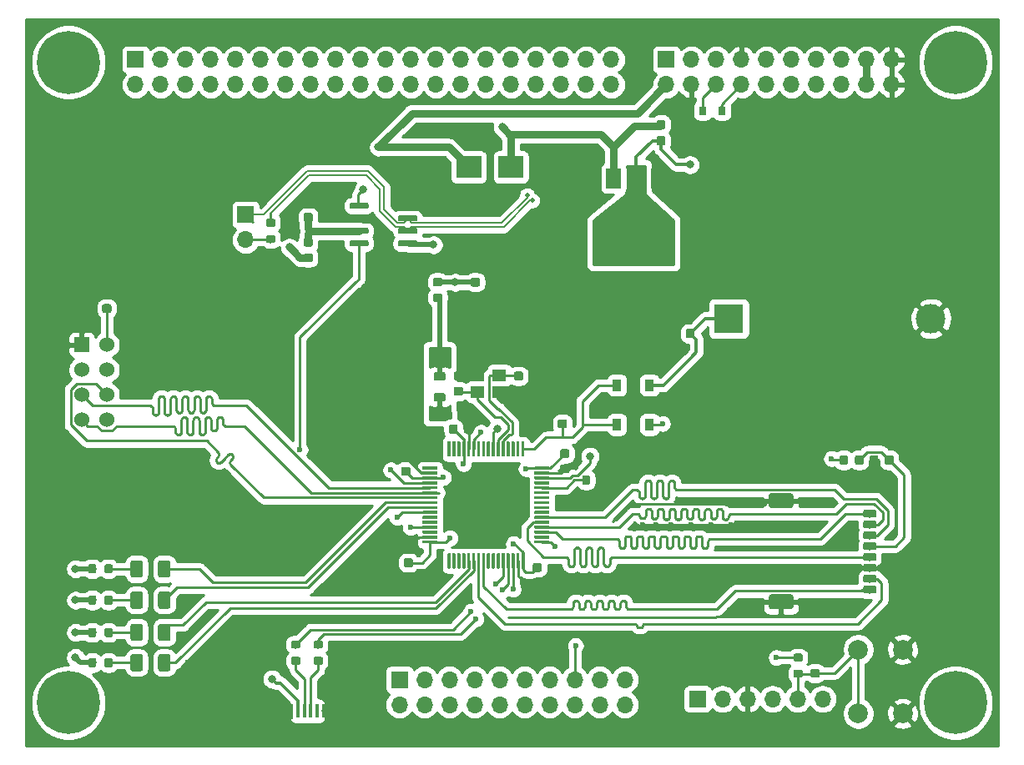
<source format=gtl>
G04 #@! TF.GenerationSoftware,KiCad,Pcbnew,(5.1.2)-1*
G04 #@! TF.CreationDate,2022-03-05T22:59:14+01:00*
G04 #@! TF.ProjectId,telemetria_receiver_2022,74656c65-6d65-4747-9269-615f72656365,rev?*
G04 #@! TF.SameCoordinates,Original*
G04 #@! TF.FileFunction,Copper,L1,Top*
G04 #@! TF.FilePolarity,Positive*
%FSLAX46Y46*%
G04 Gerber Fmt 4.6, Leading zero omitted, Abs format (unit mm)*
G04 Created by KiCad (PCBNEW (5.1.2)-1) date 2022-03-05 22:59:14*
%MOMM*%
%LPD*%
G04 APERTURE LIST*
%ADD10C,1.524000*%
%ADD11R,1.524000X1.524000*%
%ADD12C,0.100000*%
%ADD13C,1.500000*%
%ADD14C,0.800000*%
%ADD15C,6.400000*%
%ADD16R,1.500000X2.000000*%
%ADD17R,3.800000X2.000000*%
%ADD18O,1.700000X1.700000*%
%ADD19R,1.700000X1.700000*%
%ADD20C,2.000000*%
%ADD21R,3.000000X3.000000*%
%ADD22C,3.000000*%
%ADD23R,0.900000X1.200000*%
%ADD24C,0.900000*%
%ADD25R,1.400000X1.200000*%
%ADD26C,1.250000*%
%ADD27C,0.600000*%
%ADD28C,0.300000*%
%ADD29C,0.875000*%
%ADD30R,1.000000X1.900000*%
%ADD31R,1.800000X1.900000*%
%ADD32R,1.650000X1.300000*%
%ADD33R,1.425000X1.550000*%
%ADD34R,0.450000X1.380000*%
%ADD35R,0.800000X0.900000*%
%ADD36R,2.500000X2.300000*%
%ADD37C,0.500000*%
%ADD38C,0.293370*%
%ADD39C,0.500000*%
%ADD40C,0.250000*%
%ADD41C,0.350000*%
%ADD42C,0.750000*%
%ADD43C,0.200000*%
%ADD44C,0.254000*%
G04 APERTURE END LIST*
D10*
X108594000Y-97263000D03*
X106054000Y-97263000D03*
X108594000Y-94723000D03*
X106054000Y-94723000D03*
X108594000Y-92183000D03*
X106054000Y-92183000D03*
X108594000Y-89643000D03*
D11*
X106054000Y-89643000D03*
D12*
G36*
X177979405Y-114981445D02*
G01*
X178008527Y-114985764D01*
X178037085Y-114992918D01*
X178064805Y-115002836D01*
X178091419Y-115015424D01*
X178116671Y-115030559D01*
X178140318Y-115048097D01*
X178162132Y-115067868D01*
X178181903Y-115089682D01*
X178199441Y-115113329D01*
X178214576Y-115138581D01*
X178227164Y-115165195D01*
X178237082Y-115192915D01*
X178244236Y-115221473D01*
X178248555Y-115250595D01*
X178250000Y-115280000D01*
X178250000Y-116180000D01*
X178248555Y-116209405D01*
X178244236Y-116238527D01*
X178237082Y-116267085D01*
X178227164Y-116294805D01*
X178214576Y-116321419D01*
X178199441Y-116346671D01*
X178181903Y-116370318D01*
X178162132Y-116392132D01*
X178140318Y-116411903D01*
X178116671Y-116429441D01*
X178091419Y-116444576D01*
X178064805Y-116457164D01*
X178037085Y-116467082D01*
X178008527Y-116474236D01*
X177979405Y-116478555D01*
X177950000Y-116480000D01*
X176050000Y-116480000D01*
X176020595Y-116478555D01*
X175991473Y-116474236D01*
X175962915Y-116467082D01*
X175935195Y-116457164D01*
X175908581Y-116444576D01*
X175883329Y-116429441D01*
X175859682Y-116411903D01*
X175837868Y-116392132D01*
X175818097Y-116370318D01*
X175800559Y-116346671D01*
X175785424Y-116321419D01*
X175772836Y-116294805D01*
X175762918Y-116267085D01*
X175755764Y-116238527D01*
X175751445Y-116209405D01*
X175750000Y-116180000D01*
X175750000Y-115280000D01*
X175751445Y-115250595D01*
X175755764Y-115221473D01*
X175762918Y-115192915D01*
X175772836Y-115165195D01*
X175785424Y-115138581D01*
X175800559Y-115113329D01*
X175818097Y-115089682D01*
X175837868Y-115067868D01*
X175859682Y-115048097D01*
X175883329Y-115030559D01*
X175908581Y-115015424D01*
X175935195Y-115002836D01*
X175962915Y-114992918D01*
X175991473Y-114985764D01*
X176020595Y-114981445D01*
X176050000Y-114980000D01*
X177950000Y-114980000D01*
X177979405Y-114981445D01*
X177979405Y-114981445D01*
G37*
D13*
X177000000Y-115730000D03*
D12*
G36*
X177979405Y-104721445D02*
G01*
X178008527Y-104725764D01*
X178037085Y-104732918D01*
X178064805Y-104742836D01*
X178091419Y-104755424D01*
X178116671Y-104770559D01*
X178140318Y-104788097D01*
X178162132Y-104807868D01*
X178181903Y-104829682D01*
X178199441Y-104853329D01*
X178214576Y-104878581D01*
X178227164Y-104905195D01*
X178237082Y-104932915D01*
X178244236Y-104961473D01*
X178248555Y-104990595D01*
X178250000Y-105020000D01*
X178250000Y-105920000D01*
X178248555Y-105949405D01*
X178244236Y-105978527D01*
X178237082Y-106007085D01*
X178227164Y-106034805D01*
X178214576Y-106061419D01*
X178199441Y-106086671D01*
X178181903Y-106110318D01*
X178162132Y-106132132D01*
X178140318Y-106151903D01*
X178116671Y-106169441D01*
X178091419Y-106184576D01*
X178064805Y-106197164D01*
X178037085Y-106207082D01*
X178008527Y-106214236D01*
X177979405Y-106218555D01*
X177950000Y-106220000D01*
X176050000Y-106220000D01*
X176020595Y-106218555D01*
X175991473Y-106214236D01*
X175962915Y-106207082D01*
X175935195Y-106197164D01*
X175908581Y-106184576D01*
X175883329Y-106169441D01*
X175859682Y-106151903D01*
X175837868Y-106132132D01*
X175818097Y-106110318D01*
X175800559Y-106086671D01*
X175785424Y-106061419D01*
X175772836Y-106034805D01*
X175762918Y-106007085D01*
X175755764Y-105978527D01*
X175751445Y-105949405D01*
X175750000Y-105920000D01*
X175750000Y-105020000D01*
X175751445Y-104990595D01*
X175755764Y-104961473D01*
X175762918Y-104932915D01*
X175772836Y-104905195D01*
X175785424Y-104878581D01*
X175800559Y-104853329D01*
X175818097Y-104829682D01*
X175837868Y-104807868D01*
X175859682Y-104788097D01*
X175883329Y-104770559D01*
X175908581Y-104755424D01*
X175935195Y-104742836D01*
X175962915Y-104732918D01*
X175991473Y-104725764D01*
X176020595Y-104721445D01*
X176050000Y-104720000D01*
X177950000Y-104720000D01*
X177979405Y-104721445D01*
X177979405Y-104721445D01*
G37*
D13*
X177000000Y-105470000D03*
D12*
G36*
X186505683Y-114100770D02*
G01*
X186521214Y-114103074D01*
X186536446Y-114106890D01*
X186551229Y-114112179D01*
X186565423Y-114118893D01*
X186578891Y-114126965D01*
X186591503Y-114136318D01*
X186603137Y-114146863D01*
X186613682Y-114158497D01*
X186623035Y-114171109D01*
X186631107Y-114184577D01*
X186637821Y-114198771D01*
X186643110Y-114213554D01*
X186646926Y-114228786D01*
X186649230Y-114244317D01*
X186650000Y-114260000D01*
X186650000Y-114740000D01*
X186649230Y-114755683D01*
X186646926Y-114771214D01*
X186643110Y-114786446D01*
X186637821Y-114801229D01*
X186631107Y-114815423D01*
X186623035Y-114828891D01*
X186613682Y-114841503D01*
X186603137Y-114853137D01*
X186591503Y-114863682D01*
X186578891Y-114873035D01*
X186565423Y-114881107D01*
X186551229Y-114887821D01*
X186536446Y-114893110D01*
X186521214Y-114896926D01*
X186505683Y-114899230D01*
X186490000Y-114900000D01*
X185510000Y-114900000D01*
X185494317Y-114899230D01*
X185478786Y-114896926D01*
X185463554Y-114893110D01*
X185448771Y-114887821D01*
X185434577Y-114881107D01*
X185421109Y-114873035D01*
X185408497Y-114863682D01*
X185396863Y-114853137D01*
X185386318Y-114841503D01*
X185376965Y-114828891D01*
X185368893Y-114815423D01*
X185362179Y-114801229D01*
X185356890Y-114786446D01*
X185353074Y-114771214D01*
X185350770Y-114755683D01*
X185350000Y-114740000D01*
X185350000Y-114260000D01*
X185350770Y-114244317D01*
X185353074Y-114228786D01*
X185356890Y-114213554D01*
X185362179Y-114198771D01*
X185368893Y-114184577D01*
X185376965Y-114171109D01*
X185386318Y-114158497D01*
X185396863Y-114146863D01*
X185408497Y-114136318D01*
X185421109Y-114126965D01*
X185434577Y-114118893D01*
X185448771Y-114112179D01*
X185463554Y-114106890D01*
X185478786Y-114103074D01*
X185494317Y-114100770D01*
X185510000Y-114100000D01*
X186490000Y-114100000D01*
X186505683Y-114100770D01*
X186505683Y-114100770D01*
G37*
D14*
X186000000Y-114500000D03*
D12*
G36*
X186505683Y-113000770D02*
G01*
X186521214Y-113003074D01*
X186536446Y-113006890D01*
X186551229Y-113012179D01*
X186565423Y-113018893D01*
X186578891Y-113026965D01*
X186591503Y-113036318D01*
X186603137Y-113046863D01*
X186613682Y-113058497D01*
X186623035Y-113071109D01*
X186631107Y-113084577D01*
X186637821Y-113098771D01*
X186643110Y-113113554D01*
X186646926Y-113128786D01*
X186649230Y-113144317D01*
X186650000Y-113160000D01*
X186650000Y-113640000D01*
X186649230Y-113655683D01*
X186646926Y-113671214D01*
X186643110Y-113686446D01*
X186637821Y-113701229D01*
X186631107Y-113715423D01*
X186623035Y-113728891D01*
X186613682Y-113741503D01*
X186603137Y-113753137D01*
X186591503Y-113763682D01*
X186578891Y-113773035D01*
X186565423Y-113781107D01*
X186551229Y-113787821D01*
X186536446Y-113793110D01*
X186521214Y-113796926D01*
X186505683Y-113799230D01*
X186490000Y-113800000D01*
X185510000Y-113800000D01*
X185494317Y-113799230D01*
X185478786Y-113796926D01*
X185463554Y-113793110D01*
X185448771Y-113787821D01*
X185434577Y-113781107D01*
X185421109Y-113773035D01*
X185408497Y-113763682D01*
X185396863Y-113753137D01*
X185386318Y-113741503D01*
X185376965Y-113728891D01*
X185368893Y-113715423D01*
X185362179Y-113701229D01*
X185356890Y-113686446D01*
X185353074Y-113671214D01*
X185350770Y-113655683D01*
X185350000Y-113640000D01*
X185350000Y-113160000D01*
X185350770Y-113144317D01*
X185353074Y-113128786D01*
X185356890Y-113113554D01*
X185362179Y-113098771D01*
X185368893Y-113084577D01*
X185376965Y-113071109D01*
X185386318Y-113058497D01*
X185396863Y-113046863D01*
X185408497Y-113036318D01*
X185421109Y-113026965D01*
X185434577Y-113018893D01*
X185448771Y-113012179D01*
X185463554Y-113006890D01*
X185478786Y-113003074D01*
X185494317Y-113000770D01*
X185510000Y-113000000D01*
X186490000Y-113000000D01*
X186505683Y-113000770D01*
X186505683Y-113000770D01*
G37*
D14*
X186000000Y-113400000D03*
D12*
G36*
X186505683Y-111900770D02*
G01*
X186521214Y-111903074D01*
X186536446Y-111906890D01*
X186551229Y-111912179D01*
X186565423Y-111918893D01*
X186578891Y-111926965D01*
X186591503Y-111936318D01*
X186603137Y-111946863D01*
X186613682Y-111958497D01*
X186623035Y-111971109D01*
X186631107Y-111984577D01*
X186637821Y-111998771D01*
X186643110Y-112013554D01*
X186646926Y-112028786D01*
X186649230Y-112044317D01*
X186650000Y-112060000D01*
X186650000Y-112540000D01*
X186649230Y-112555683D01*
X186646926Y-112571214D01*
X186643110Y-112586446D01*
X186637821Y-112601229D01*
X186631107Y-112615423D01*
X186623035Y-112628891D01*
X186613682Y-112641503D01*
X186603137Y-112653137D01*
X186591503Y-112663682D01*
X186578891Y-112673035D01*
X186565423Y-112681107D01*
X186551229Y-112687821D01*
X186536446Y-112693110D01*
X186521214Y-112696926D01*
X186505683Y-112699230D01*
X186490000Y-112700000D01*
X185510000Y-112700000D01*
X185494317Y-112699230D01*
X185478786Y-112696926D01*
X185463554Y-112693110D01*
X185448771Y-112687821D01*
X185434577Y-112681107D01*
X185421109Y-112673035D01*
X185408497Y-112663682D01*
X185396863Y-112653137D01*
X185386318Y-112641503D01*
X185376965Y-112628891D01*
X185368893Y-112615423D01*
X185362179Y-112601229D01*
X185356890Y-112586446D01*
X185353074Y-112571214D01*
X185350770Y-112555683D01*
X185350000Y-112540000D01*
X185350000Y-112060000D01*
X185350770Y-112044317D01*
X185353074Y-112028786D01*
X185356890Y-112013554D01*
X185362179Y-111998771D01*
X185368893Y-111984577D01*
X185376965Y-111971109D01*
X185386318Y-111958497D01*
X185396863Y-111946863D01*
X185408497Y-111936318D01*
X185421109Y-111926965D01*
X185434577Y-111918893D01*
X185448771Y-111912179D01*
X185463554Y-111906890D01*
X185478786Y-111903074D01*
X185494317Y-111900770D01*
X185510000Y-111900000D01*
X186490000Y-111900000D01*
X186505683Y-111900770D01*
X186505683Y-111900770D01*
G37*
D14*
X186000000Y-112300000D03*
D12*
G36*
X186505683Y-110800770D02*
G01*
X186521214Y-110803074D01*
X186536446Y-110806890D01*
X186551229Y-110812179D01*
X186565423Y-110818893D01*
X186578891Y-110826965D01*
X186591503Y-110836318D01*
X186603137Y-110846863D01*
X186613682Y-110858497D01*
X186623035Y-110871109D01*
X186631107Y-110884577D01*
X186637821Y-110898771D01*
X186643110Y-110913554D01*
X186646926Y-110928786D01*
X186649230Y-110944317D01*
X186650000Y-110960000D01*
X186650000Y-111440000D01*
X186649230Y-111455683D01*
X186646926Y-111471214D01*
X186643110Y-111486446D01*
X186637821Y-111501229D01*
X186631107Y-111515423D01*
X186623035Y-111528891D01*
X186613682Y-111541503D01*
X186603137Y-111553137D01*
X186591503Y-111563682D01*
X186578891Y-111573035D01*
X186565423Y-111581107D01*
X186551229Y-111587821D01*
X186536446Y-111593110D01*
X186521214Y-111596926D01*
X186505683Y-111599230D01*
X186490000Y-111600000D01*
X185510000Y-111600000D01*
X185494317Y-111599230D01*
X185478786Y-111596926D01*
X185463554Y-111593110D01*
X185448771Y-111587821D01*
X185434577Y-111581107D01*
X185421109Y-111573035D01*
X185408497Y-111563682D01*
X185396863Y-111553137D01*
X185386318Y-111541503D01*
X185376965Y-111528891D01*
X185368893Y-111515423D01*
X185362179Y-111501229D01*
X185356890Y-111486446D01*
X185353074Y-111471214D01*
X185350770Y-111455683D01*
X185350000Y-111440000D01*
X185350000Y-110960000D01*
X185350770Y-110944317D01*
X185353074Y-110928786D01*
X185356890Y-110913554D01*
X185362179Y-110898771D01*
X185368893Y-110884577D01*
X185376965Y-110871109D01*
X185386318Y-110858497D01*
X185396863Y-110846863D01*
X185408497Y-110836318D01*
X185421109Y-110826965D01*
X185434577Y-110818893D01*
X185448771Y-110812179D01*
X185463554Y-110806890D01*
X185478786Y-110803074D01*
X185494317Y-110800770D01*
X185510000Y-110800000D01*
X186490000Y-110800000D01*
X186505683Y-110800770D01*
X186505683Y-110800770D01*
G37*
D14*
X186000000Y-111200000D03*
D12*
G36*
X186505683Y-109700770D02*
G01*
X186521214Y-109703074D01*
X186536446Y-109706890D01*
X186551229Y-109712179D01*
X186565423Y-109718893D01*
X186578891Y-109726965D01*
X186591503Y-109736318D01*
X186603137Y-109746863D01*
X186613682Y-109758497D01*
X186623035Y-109771109D01*
X186631107Y-109784577D01*
X186637821Y-109798771D01*
X186643110Y-109813554D01*
X186646926Y-109828786D01*
X186649230Y-109844317D01*
X186650000Y-109860000D01*
X186650000Y-110340000D01*
X186649230Y-110355683D01*
X186646926Y-110371214D01*
X186643110Y-110386446D01*
X186637821Y-110401229D01*
X186631107Y-110415423D01*
X186623035Y-110428891D01*
X186613682Y-110441503D01*
X186603137Y-110453137D01*
X186591503Y-110463682D01*
X186578891Y-110473035D01*
X186565423Y-110481107D01*
X186551229Y-110487821D01*
X186536446Y-110493110D01*
X186521214Y-110496926D01*
X186505683Y-110499230D01*
X186490000Y-110500000D01*
X185510000Y-110500000D01*
X185494317Y-110499230D01*
X185478786Y-110496926D01*
X185463554Y-110493110D01*
X185448771Y-110487821D01*
X185434577Y-110481107D01*
X185421109Y-110473035D01*
X185408497Y-110463682D01*
X185396863Y-110453137D01*
X185386318Y-110441503D01*
X185376965Y-110428891D01*
X185368893Y-110415423D01*
X185362179Y-110401229D01*
X185356890Y-110386446D01*
X185353074Y-110371214D01*
X185350770Y-110355683D01*
X185350000Y-110340000D01*
X185350000Y-109860000D01*
X185350770Y-109844317D01*
X185353074Y-109828786D01*
X185356890Y-109813554D01*
X185362179Y-109798771D01*
X185368893Y-109784577D01*
X185376965Y-109771109D01*
X185386318Y-109758497D01*
X185396863Y-109746863D01*
X185408497Y-109736318D01*
X185421109Y-109726965D01*
X185434577Y-109718893D01*
X185448771Y-109712179D01*
X185463554Y-109706890D01*
X185478786Y-109703074D01*
X185494317Y-109700770D01*
X185510000Y-109700000D01*
X186490000Y-109700000D01*
X186505683Y-109700770D01*
X186505683Y-109700770D01*
G37*
D14*
X186000000Y-110100000D03*
D12*
G36*
X186505683Y-108600770D02*
G01*
X186521214Y-108603074D01*
X186536446Y-108606890D01*
X186551229Y-108612179D01*
X186565423Y-108618893D01*
X186578891Y-108626965D01*
X186591503Y-108636318D01*
X186603137Y-108646863D01*
X186613682Y-108658497D01*
X186623035Y-108671109D01*
X186631107Y-108684577D01*
X186637821Y-108698771D01*
X186643110Y-108713554D01*
X186646926Y-108728786D01*
X186649230Y-108744317D01*
X186650000Y-108760000D01*
X186650000Y-109240000D01*
X186649230Y-109255683D01*
X186646926Y-109271214D01*
X186643110Y-109286446D01*
X186637821Y-109301229D01*
X186631107Y-109315423D01*
X186623035Y-109328891D01*
X186613682Y-109341503D01*
X186603137Y-109353137D01*
X186591503Y-109363682D01*
X186578891Y-109373035D01*
X186565423Y-109381107D01*
X186551229Y-109387821D01*
X186536446Y-109393110D01*
X186521214Y-109396926D01*
X186505683Y-109399230D01*
X186490000Y-109400000D01*
X185510000Y-109400000D01*
X185494317Y-109399230D01*
X185478786Y-109396926D01*
X185463554Y-109393110D01*
X185448771Y-109387821D01*
X185434577Y-109381107D01*
X185421109Y-109373035D01*
X185408497Y-109363682D01*
X185396863Y-109353137D01*
X185386318Y-109341503D01*
X185376965Y-109328891D01*
X185368893Y-109315423D01*
X185362179Y-109301229D01*
X185356890Y-109286446D01*
X185353074Y-109271214D01*
X185350770Y-109255683D01*
X185350000Y-109240000D01*
X185350000Y-108760000D01*
X185350770Y-108744317D01*
X185353074Y-108728786D01*
X185356890Y-108713554D01*
X185362179Y-108698771D01*
X185368893Y-108684577D01*
X185376965Y-108671109D01*
X185386318Y-108658497D01*
X185396863Y-108646863D01*
X185408497Y-108636318D01*
X185421109Y-108626965D01*
X185434577Y-108618893D01*
X185448771Y-108612179D01*
X185463554Y-108606890D01*
X185478786Y-108603074D01*
X185494317Y-108600770D01*
X185510000Y-108600000D01*
X186490000Y-108600000D01*
X186505683Y-108600770D01*
X186505683Y-108600770D01*
G37*
D14*
X186000000Y-109000000D03*
D12*
G36*
X186505683Y-107500770D02*
G01*
X186521214Y-107503074D01*
X186536446Y-107506890D01*
X186551229Y-107512179D01*
X186565423Y-107518893D01*
X186578891Y-107526965D01*
X186591503Y-107536318D01*
X186603137Y-107546863D01*
X186613682Y-107558497D01*
X186623035Y-107571109D01*
X186631107Y-107584577D01*
X186637821Y-107598771D01*
X186643110Y-107613554D01*
X186646926Y-107628786D01*
X186649230Y-107644317D01*
X186650000Y-107660000D01*
X186650000Y-108140000D01*
X186649230Y-108155683D01*
X186646926Y-108171214D01*
X186643110Y-108186446D01*
X186637821Y-108201229D01*
X186631107Y-108215423D01*
X186623035Y-108228891D01*
X186613682Y-108241503D01*
X186603137Y-108253137D01*
X186591503Y-108263682D01*
X186578891Y-108273035D01*
X186565423Y-108281107D01*
X186551229Y-108287821D01*
X186536446Y-108293110D01*
X186521214Y-108296926D01*
X186505683Y-108299230D01*
X186490000Y-108300000D01*
X185510000Y-108300000D01*
X185494317Y-108299230D01*
X185478786Y-108296926D01*
X185463554Y-108293110D01*
X185448771Y-108287821D01*
X185434577Y-108281107D01*
X185421109Y-108273035D01*
X185408497Y-108263682D01*
X185396863Y-108253137D01*
X185386318Y-108241503D01*
X185376965Y-108228891D01*
X185368893Y-108215423D01*
X185362179Y-108201229D01*
X185356890Y-108186446D01*
X185353074Y-108171214D01*
X185350770Y-108155683D01*
X185350000Y-108140000D01*
X185350000Y-107660000D01*
X185350770Y-107644317D01*
X185353074Y-107628786D01*
X185356890Y-107613554D01*
X185362179Y-107598771D01*
X185368893Y-107584577D01*
X185376965Y-107571109D01*
X185386318Y-107558497D01*
X185396863Y-107546863D01*
X185408497Y-107536318D01*
X185421109Y-107526965D01*
X185434577Y-107518893D01*
X185448771Y-107512179D01*
X185463554Y-107506890D01*
X185478786Y-107503074D01*
X185494317Y-107500770D01*
X185510000Y-107500000D01*
X186490000Y-107500000D01*
X186505683Y-107500770D01*
X186505683Y-107500770D01*
G37*
D14*
X186000000Y-107900000D03*
D12*
G36*
X186505683Y-106400770D02*
G01*
X186521214Y-106403074D01*
X186536446Y-106406890D01*
X186551229Y-106412179D01*
X186565423Y-106418893D01*
X186578891Y-106426965D01*
X186591503Y-106436318D01*
X186603137Y-106446863D01*
X186613682Y-106458497D01*
X186623035Y-106471109D01*
X186631107Y-106484577D01*
X186637821Y-106498771D01*
X186643110Y-106513554D01*
X186646926Y-106528786D01*
X186649230Y-106544317D01*
X186650000Y-106560000D01*
X186650000Y-107040000D01*
X186649230Y-107055683D01*
X186646926Y-107071214D01*
X186643110Y-107086446D01*
X186637821Y-107101229D01*
X186631107Y-107115423D01*
X186623035Y-107128891D01*
X186613682Y-107141503D01*
X186603137Y-107153137D01*
X186591503Y-107163682D01*
X186578891Y-107173035D01*
X186565423Y-107181107D01*
X186551229Y-107187821D01*
X186536446Y-107193110D01*
X186521214Y-107196926D01*
X186505683Y-107199230D01*
X186490000Y-107200000D01*
X185510000Y-107200000D01*
X185494317Y-107199230D01*
X185478786Y-107196926D01*
X185463554Y-107193110D01*
X185448771Y-107187821D01*
X185434577Y-107181107D01*
X185421109Y-107173035D01*
X185408497Y-107163682D01*
X185396863Y-107153137D01*
X185386318Y-107141503D01*
X185376965Y-107128891D01*
X185368893Y-107115423D01*
X185362179Y-107101229D01*
X185356890Y-107086446D01*
X185353074Y-107071214D01*
X185350770Y-107055683D01*
X185350000Y-107040000D01*
X185350000Y-106560000D01*
X185350770Y-106544317D01*
X185353074Y-106528786D01*
X185356890Y-106513554D01*
X185362179Y-106498771D01*
X185368893Y-106484577D01*
X185376965Y-106471109D01*
X185386318Y-106458497D01*
X185396863Y-106446863D01*
X185408497Y-106436318D01*
X185421109Y-106426965D01*
X185434577Y-106418893D01*
X185448771Y-106412179D01*
X185463554Y-106406890D01*
X185478786Y-106403074D01*
X185494317Y-106400770D01*
X185510000Y-106400000D01*
X186490000Y-106400000D01*
X186505683Y-106400770D01*
X186505683Y-106400770D01*
G37*
D14*
X186000000Y-106800000D03*
D15*
X104704000Y-125988000D03*
X104704000Y-60988000D03*
X194704000Y-125988000D03*
X194704000Y-60988000D03*
D16*
X164606000Y-72796000D03*
X160006000Y-72796000D03*
X162306000Y-72796000D03*
D17*
X162306000Y-79096000D03*
D18*
X181229000Y-125603000D03*
X178689000Y-125603000D03*
X176149000Y-125603000D03*
X173609000Y-125603000D03*
X171069000Y-125603000D03*
D19*
X168529000Y-125603000D03*
D20*
X189340600Y-127082600D03*
X184840600Y-127082600D03*
X189340600Y-120582600D03*
X184840600Y-120582600D03*
D21*
X171704000Y-87000000D03*
D22*
X192194000Y-87000000D03*
D23*
X163650000Y-93750000D03*
X160350000Y-93750000D03*
X163650000Y-97750000D03*
X160350000Y-97750000D03*
D12*
G36*
X155085054Y-95677083D02*
G01*
X155106895Y-95680323D01*
X155128314Y-95685688D01*
X155149104Y-95693127D01*
X155169064Y-95702568D01*
X155188003Y-95713919D01*
X155205738Y-95727073D01*
X155222099Y-95741901D01*
X155236927Y-95758262D01*
X155250081Y-95775997D01*
X155261432Y-95794936D01*
X155270873Y-95814896D01*
X155278312Y-95835686D01*
X155283677Y-95857105D01*
X155286917Y-95878946D01*
X155288000Y-95901000D01*
X155288000Y-96351000D01*
X155286917Y-96373054D01*
X155283677Y-96394895D01*
X155278312Y-96416314D01*
X155270873Y-96437104D01*
X155261432Y-96457064D01*
X155250081Y-96476003D01*
X155236927Y-96493738D01*
X155222099Y-96510099D01*
X155205738Y-96524927D01*
X155188003Y-96538081D01*
X155169064Y-96549432D01*
X155149104Y-96558873D01*
X155128314Y-96566312D01*
X155106895Y-96571677D01*
X155085054Y-96574917D01*
X155063000Y-96576000D01*
X154563000Y-96576000D01*
X154540946Y-96574917D01*
X154519105Y-96571677D01*
X154497686Y-96566312D01*
X154476896Y-96558873D01*
X154456936Y-96549432D01*
X154437997Y-96538081D01*
X154420262Y-96524927D01*
X154403901Y-96510099D01*
X154389073Y-96493738D01*
X154375919Y-96476003D01*
X154364568Y-96457064D01*
X154355127Y-96437104D01*
X154347688Y-96416314D01*
X154342323Y-96394895D01*
X154339083Y-96373054D01*
X154338000Y-96351000D01*
X154338000Y-95901000D01*
X154339083Y-95878946D01*
X154342323Y-95857105D01*
X154347688Y-95835686D01*
X154355127Y-95814896D01*
X154364568Y-95794936D01*
X154375919Y-95775997D01*
X154389073Y-95758262D01*
X154403901Y-95741901D01*
X154420262Y-95727073D01*
X154437997Y-95713919D01*
X154456936Y-95702568D01*
X154476896Y-95693127D01*
X154497686Y-95685688D01*
X154519105Y-95680323D01*
X154540946Y-95677083D01*
X154563000Y-95676000D01*
X155063000Y-95676000D01*
X155085054Y-95677083D01*
X155085054Y-95677083D01*
G37*
D24*
X154813000Y-96126000D03*
D12*
G36*
X155085054Y-97227083D02*
G01*
X155106895Y-97230323D01*
X155128314Y-97235688D01*
X155149104Y-97243127D01*
X155169064Y-97252568D01*
X155188003Y-97263919D01*
X155205738Y-97277073D01*
X155222099Y-97291901D01*
X155236927Y-97308262D01*
X155250081Y-97325997D01*
X155261432Y-97344936D01*
X155270873Y-97364896D01*
X155278312Y-97385686D01*
X155283677Y-97407105D01*
X155286917Y-97428946D01*
X155288000Y-97451000D01*
X155288000Y-97901000D01*
X155286917Y-97923054D01*
X155283677Y-97944895D01*
X155278312Y-97966314D01*
X155270873Y-97987104D01*
X155261432Y-98007064D01*
X155250081Y-98026003D01*
X155236927Y-98043738D01*
X155222099Y-98060099D01*
X155205738Y-98074927D01*
X155188003Y-98088081D01*
X155169064Y-98099432D01*
X155149104Y-98108873D01*
X155128314Y-98116312D01*
X155106895Y-98121677D01*
X155085054Y-98124917D01*
X155063000Y-98126000D01*
X154563000Y-98126000D01*
X154540946Y-98124917D01*
X154519105Y-98121677D01*
X154497686Y-98116312D01*
X154476896Y-98108873D01*
X154456936Y-98099432D01*
X154437997Y-98088081D01*
X154420262Y-98074927D01*
X154403901Y-98060099D01*
X154389073Y-98043738D01*
X154375919Y-98026003D01*
X154364568Y-98007064D01*
X154355127Y-97987104D01*
X154347688Y-97966314D01*
X154342323Y-97944895D01*
X154339083Y-97923054D01*
X154338000Y-97901000D01*
X154338000Y-97451000D01*
X154339083Y-97428946D01*
X154342323Y-97407105D01*
X154347688Y-97385686D01*
X154355127Y-97364896D01*
X154364568Y-97344936D01*
X154375919Y-97325997D01*
X154389073Y-97308262D01*
X154403901Y-97291901D01*
X154420262Y-97277073D01*
X154437997Y-97263919D01*
X154456936Y-97252568D01*
X154476896Y-97243127D01*
X154497686Y-97235688D01*
X154519105Y-97230323D01*
X154540946Y-97227083D01*
X154563000Y-97226000D01*
X155063000Y-97226000D01*
X155085054Y-97227083D01*
X155085054Y-97227083D01*
G37*
D24*
X154813000Y-97676000D03*
D25*
X146220000Y-92749000D03*
X148420000Y-92749000D03*
X148420000Y-94449000D03*
X146220000Y-94449000D03*
D12*
G36*
X112029504Y-111521204D02*
G01*
X112053773Y-111524804D01*
X112077571Y-111530765D01*
X112100671Y-111539030D01*
X112122849Y-111549520D01*
X112143893Y-111562133D01*
X112163598Y-111576747D01*
X112181777Y-111593223D01*
X112198253Y-111611402D01*
X112212867Y-111631107D01*
X112225480Y-111652151D01*
X112235970Y-111674329D01*
X112244235Y-111697429D01*
X112250196Y-111721227D01*
X112253796Y-111745496D01*
X112255000Y-111770000D01*
X112255000Y-113020000D01*
X112253796Y-113044504D01*
X112250196Y-113068773D01*
X112244235Y-113092571D01*
X112235970Y-113115671D01*
X112225480Y-113137849D01*
X112212867Y-113158893D01*
X112198253Y-113178598D01*
X112181777Y-113196777D01*
X112163598Y-113213253D01*
X112143893Y-113227867D01*
X112122849Y-113240480D01*
X112100671Y-113250970D01*
X112077571Y-113259235D01*
X112053773Y-113265196D01*
X112029504Y-113268796D01*
X112005000Y-113270000D01*
X111255000Y-113270000D01*
X111230496Y-113268796D01*
X111206227Y-113265196D01*
X111182429Y-113259235D01*
X111159329Y-113250970D01*
X111137151Y-113240480D01*
X111116107Y-113227867D01*
X111096402Y-113213253D01*
X111078223Y-113196777D01*
X111061747Y-113178598D01*
X111047133Y-113158893D01*
X111034520Y-113137849D01*
X111024030Y-113115671D01*
X111015765Y-113092571D01*
X111009804Y-113068773D01*
X111006204Y-113044504D01*
X111005000Y-113020000D01*
X111005000Y-111770000D01*
X111006204Y-111745496D01*
X111009804Y-111721227D01*
X111015765Y-111697429D01*
X111024030Y-111674329D01*
X111034520Y-111652151D01*
X111047133Y-111631107D01*
X111061747Y-111611402D01*
X111078223Y-111593223D01*
X111096402Y-111576747D01*
X111116107Y-111562133D01*
X111137151Y-111549520D01*
X111159329Y-111539030D01*
X111182429Y-111530765D01*
X111206227Y-111524804D01*
X111230496Y-111521204D01*
X111255000Y-111520000D01*
X112005000Y-111520000D01*
X112029504Y-111521204D01*
X112029504Y-111521204D01*
G37*
D26*
X111630000Y-112395000D03*
D12*
G36*
X114829504Y-111521204D02*
G01*
X114853773Y-111524804D01*
X114877571Y-111530765D01*
X114900671Y-111539030D01*
X114922849Y-111549520D01*
X114943893Y-111562133D01*
X114963598Y-111576747D01*
X114981777Y-111593223D01*
X114998253Y-111611402D01*
X115012867Y-111631107D01*
X115025480Y-111652151D01*
X115035970Y-111674329D01*
X115044235Y-111697429D01*
X115050196Y-111721227D01*
X115053796Y-111745496D01*
X115055000Y-111770000D01*
X115055000Y-113020000D01*
X115053796Y-113044504D01*
X115050196Y-113068773D01*
X115044235Y-113092571D01*
X115035970Y-113115671D01*
X115025480Y-113137849D01*
X115012867Y-113158893D01*
X114998253Y-113178598D01*
X114981777Y-113196777D01*
X114963598Y-113213253D01*
X114943893Y-113227867D01*
X114922849Y-113240480D01*
X114900671Y-113250970D01*
X114877571Y-113259235D01*
X114853773Y-113265196D01*
X114829504Y-113268796D01*
X114805000Y-113270000D01*
X114055000Y-113270000D01*
X114030496Y-113268796D01*
X114006227Y-113265196D01*
X113982429Y-113259235D01*
X113959329Y-113250970D01*
X113937151Y-113240480D01*
X113916107Y-113227867D01*
X113896402Y-113213253D01*
X113878223Y-113196777D01*
X113861747Y-113178598D01*
X113847133Y-113158893D01*
X113834520Y-113137849D01*
X113824030Y-113115671D01*
X113815765Y-113092571D01*
X113809804Y-113068773D01*
X113806204Y-113044504D01*
X113805000Y-113020000D01*
X113805000Y-111770000D01*
X113806204Y-111745496D01*
X113809804Y-111721227D01*
X113815765Y-111697429D01*
X113824030Y-111674329D01*
X113834520Y-111652151D01*
X113847133Y-111631107D01*
X113861747Y-111611402D01*
X113878223Y-111593223D01*
X113896402Y-111576747D01*
X113916107Y-111562133D01*
X113937151Y-111549520D01*
X113959329Y-111539030D01*
X113982429Y-111530765D01*
X114006227Y-111524804D01*
X114030496Y-111521204D01*
X114055000Y-111520000D01*
X114805000Y-111520000D01*
X114829504Y-111521204D01*
X114829504Y-111521204D01*
G37*
D26*
X114430000Y-112395000D03*
D12*
G36*
X112029504Y-114696204D02*
G01*
X112053773Y-114699804D01*
X112077571Y-114705765D01*
X112100671Y-114714030D01*
X112122849Y-114724520D01*
X112143893Y-114737133D01*
X112163598Y-114751747D01*
X112181777Y-114768223D01*
X112198253Y-114786402D01*
X112212867Y-114806107D01*
X112225480Y-114827151D01*
X112235970Y-114849329D01*
X112244235Y-114872429D01*
X112250196Y-114896227D01*
X112253796Y-114920496D01*
X112255000Y-114945000D01*
X112255000Y-116195000D01*
X112253796Y-116219504D01*
X112250196Y-116243773D01*
X112244235Y-116267571D01*
X112235970Y-116290671D01*
X112225480Y-116312849D01*
X112212867Y-116333893D01*
X112198253Y-116353598D01*
X112181777Y-116371777D01*
X112163598Y-116388253D01*
X112143893Y-116402867D01*
X112122849Y-116415480D01*
X112100671Y-116425970D01*
X112077571Y-116434235D01*
X112053773Y-116440196D01*
X112029504Y-116443796D01*
X112005000Y-116445000D01*
X111255000Y-116445000D01*
X111230496Y-116443796D01*
X111206227Y-116440196D01*
X111182429Y-116434235D01*
X111159329Y-116425970D01*
X111137151Y-116415480D01*
X111116107Y-116402867D01*
X111096402Y-116388253D01*
X111078223Y-116371777D01*
X111061747Y-116353598D01*
X111047133Y-116333893D01*
X111034520Y-116312849D01*
X111024030Y-116290671D01*
X111015765Y-116267571D01*
X111009804Y-116243773D01*
X111006204Y-116219504D01*
X111005000Y-116195000D01*
X111005000Y-114945000D01*
X111006204Y-114920496D01*
X111009804Y-114896227D01*
X111015765Y-114872429D01*
X111024030Y-114849329D01*
X111034520Y-114827151D01*
X111047133Y-114806107D01*
X111061747Y-114786402D01*
X111078223Y-114768223D01*
X111096402Y-114751747D01*
X111116107Y-114737133D01*
X111137151Y-114724520D01*
X111159329Y-114714030D01*
X111182429Y-114705765D01*
X111206227Y-114699804D01*
X111230496Y-114696204D01*
X111255000Y-114695000D01*
X112005000Y-114695000D01*
X112029504Y-114696204D01*
X112029504Y-114696204D01*
G37*
D26*
X111630000Y-115570000D03*
D12*
G36*
X114829504Y-114696204D02*
G01*
X114853773Y-114699804D01*
X114877571Y-114705765D01*
X114900671Y-114714030D01*
X114922849Y-114724520D01*
X114943893Y-114737133D01*
X114963598Y-114751747D01*
X114981777Y-114768223D01*
X114998253Y-114786402D01*
X115012867Y-114806107D01*
X115025480Y-114827151D01*
X115035970Y-114849329D01*
X115044235Y-114872429D01*
X115050196Y-114896227D01*
X115053796Y-114920496D01*
X115055000Y-114945000D01*
X115055000Y-116195000D01*
X115053796Y-116219504D01*
X115050196Y-116243773D01*
X115044235Y-116267571D01*
X115035970Y-116290671D01*
X115025480Y-116312849D01*
X115012867Y-116333893D01*
X114998253Y-116353598D01*
X114981777Y-116371777D01*
X114963598Y-116388253D01*
X114943893Y-116402867D01*
X114922849Y-116415480D01*
X114900671Y-116425970D01*
X114877571Y-116434235D01*
X114853773Y-116440196D01*
X114829504Y-116443796D01*
X114805000Y-116445000D01*
X114055000Y-116445000D01*
X114030496Y-116443796D01*
X114006227Y-116440196D01*
X113982429Y-116434235D01*
X113959329Y-116425970D01*
X113937151Y-116415480D01*
X113916107Y-116402867D01*
X113896402Y-116388253D01*
X113878223Y-116371777D01*
X113861747Y-116353598D01*
X113847133Y-116333893D01*
X113834520Y-116312849D01*
X113824030Y-116290671D01*
X113815765Y-116267571D01*
X113809804Y-116243773D01*
X113806204Y-116219504D01*
X113805000Y-116195000D01*
X113805000Y-114945000D01*
X113806204Y-114920496D01*
X113809804Y-114896227D01*
X113815765Y-114872429D01*
X113824030Y-114849329D01*
X113834520Y-114827151D01*
X113847133Y-114806107D01*
X113861747Y-114786402D01*
X113878223Y-114768223D01*
X113896402Y-114751747D01*
X113916107Y-114737133D01*
X113937151Y-114724520D01*
X113959329Y-114714030D01*
X113982429Y-114705765D01*
X114006227Y-114699804D01*
X114030496Y-114696204D01*
X114055000Y-114695000D01*
X114805000Y-114695000D01*
X114829504Y-114696204D01*
X114829504Y-114696204D01*
G37*
D26*
X114430000Y-115570000D03*
D12*
G36*
X112029504Y-117979204D02*
G01*
X112053773Y-117982804D01*
X112077571Y-117988765D01*
X112100671Y-117997030D01*
X112122849Y-118007520D01*
X112143893Y-118020133D01*
X112163598Y-118034747D01*
X112181777Y-118051223D01*
X112198253Y-118069402D01*
X112212867Y-118089107D01*
X112225480Y-118110151D01*
X112235970Y-118132329D01*
X112244235Y-118155429D01*
X112250196Y-118179227D01*
X112253796Y-118203496D01*
X112255000Y-118228000D01*
X112255000Y-119478000D01*
X112253796Y-119502504D01*
X112250196Y-119526773D01*
X112244235Y-119550571D01*
X112235970Y-119573671D01*
X112225480Y-119595849D01*
X112212867Y-119616893D01*
X112198253Y-119636598D01*
X112181777Y-119654777D01*
X112163598Y-119671253D01*
X112143893Y-119685867D01*
X112122849Y-119698480D01*
X112100671Y-119708970D01*
X112077571Y-119717235D01*
X112053773Y-119723196D01*
X112029504Y-119726796D01*
X112005000Y-119728000D01*
X111255000Y-119728000D01*
X111230496Y-119726796D01*
X111206227Y-119723196D01*
X111182429Y-119717235D01*
X111159329Y-119708970D01*
X111137151Y-119698480D01*
X111116107Y-119685867D01*
X111096402Y-119671253D01*
X111078223Y-119654777D01*
X111061747Y-119636598D01*
X111047133Y-119616893D01*
X111034520Y-119595849D01*
X111024030Y-119573671D01*
X111015765Y-119550571D01*
X111009804Y-119526773D01*
X111006204Y-119502504D01*
X111005000Y-119478000D01*
X111005000Y-118228000D01*
X111006204Y-118203496D01*
X111009804Y-118179227D01*
X111015765Y-118155429D01*
X111024030Y-118132329D01*
X111034520Y-118110151D01*
X111047133Y-118089107D01*
X111061747Y-118069402D01*
X111078223Y-118051223D01*
X111096402Y-118034747D01*
X111116107Y-118020133D01*
X111137151Y-118007520D01*
X111159329Y-117997030D01*
X111182429Y-117988765D01*
X111206227Y-117982804D01*
X111230496Y-117979204D01*
X111255000Y-117978000D01*
X112005000Y-117978000D01*
X112029504Y-117979204D01*
X112029504Y-117979204D01*
G37*
D26*
X111630000Y-118853000D03*
D12*
G36*
X114829504Y-117979204D02*
G01*
X114853773Y-117982804D01*
X114877571Y-117988765D01*
X114900671Y-117997030D01*
X114922849Y-118007520D01*
X114943893Y-118020133D01*
X114963598Y-118034747D01*
X114981777Y-118051223D01*
X114998253Y-118069402D01*
X115012867Y-118089107D01*
X115025480Y-118110151D01*
X115035970Y-118132329D01*
X115044235Y-118155429D01*
X115050196Y-118179227D01*
X115053796Y-118203496D01*
X115055000Y-118228000D01*
X115055000Y-119478000D01*
X115053796Y-119502504D01*
X115050196Y-119526773D01*
X115044235Y-119550571D01*
X115035970Y-119573671D01*
X115025480Y-119595849D01*
X115012867Y-119616893D01*
X114998253Y-119636598D01*
X114981777Y-119654777D01*
X114963598Y-119671253D01*
X114943893Y-119685867D01*
X114922849Y-119698480D01*
X114900671Y-119708970D01*
X114877571Y-119717235D01*
X114853773Y-119723196D01*
X114829504Y-119726796D01*
X114805000Y-119728000D01*
X114055000Y-119728000D01*
X114030496Y-119726796D01*
X114006227Y-119723196D01*
X113982429Y-119717235D01*
X113959329Y-119708970D01*
X113937151Y-119698480D01*
X113916107Y-119685867D01*
X113896402Y-119671253D01*
X113878223Y-119654777D01*
X113861747Y-119636598D01*
X113847133Y-119616893D01*
X113834520Y-119595849D01*
X113824030Y-119573671D01*
X113815765Y-119550571D01*
X113809804Y-119526773D01*
X113806204Y-119502504D01*
X113805000Y-119478000D01*
X113805000Y-118228000D01*
X113806204Y-118203496D01*
X113809804Y-118179227D01*
X113815765Y-118155429D01*
X113824030Y-118132329D01*
X113834520Y-118110151D01*
X113847133Y-118089107D01*
X113861747Y-118069402D01*
X113878223Y-118051223D01*
X113896402Y-118034747D01*
X113916107Y-118020133D01*
X113937151Y-118007520D01*
X113959329Y-117997030D01*
X113982429Y-117988765D01*
X114006227Y-117982804D01*
X114030496Y-117979204D01*
X114055000Y-117978000D01*
X114805000Y-117978000D01*
X114829504Y-117979204D01*
X114829504Y-117979204D01*
G37*
D26*
X114430000Y-118853000D03*
D12*
G36*
X112029504Y-121046204D02*
G01*
X112053773Y-121049804D01*
X112077571Y-121055765D01*
X112100671Y-121064030D01*
X112122849Y-121074520D01*
X112143893Y-121087133D01*
X112163598Y-121101747D01*
X112181777Y-121118223D01*
X112198253Y-121136402D01*
X112212867Y-121156107D01*
X112225480Y-121177151D01*
X112235970Y-121199329D01*
X112244235Y-121222429D01*
X112250196Y-121246227D01*
X112253796Y-121270496D01*
X112255000Y-121295000D01*
X112255000Y-122545000D01*
X112253796Y-122569504D01*
X112250196Y-122593773D01*
X112244235Y-122617571D01*
X112235970Y-122640671D01*
X112225480Y-122662849D01*
X112212867Y-122683893D01*
X112198253Y-122703598D01*
X112181777Y-122721777D01*
X112163598Y-122738253D01*
X112143893Y-122752867D01*
X112122849Y-122765480D01*
X112100671Y-122775970D01*
X112077571Y-122784235D01*
X112053773Y-122790196D01*
X112029504Y-122793796D01*
X112005000Y-122795000D01*
X111255000Y-122795000D01*
X111230496Y-122793796D01*
X111206227Y-122790196D01*
X111182429Y-122784235D01*
X111159329Y-122775970D01*
X111137151Y-122765480D01*
X111116107Y-122752867D01*
X111096402Y-122738253D01*
X111078223Y-122721777D01*
X111061747Y-122703598D01*
X111047133Y-122683893D01*
X111034520Y-122662849D01*
X111024030Y-122640671D01*
X111015765Y-122617571D01*
X111009804Y-122593773D01*
X111006204Y-122569504D01*
X111005000Y-122545000D01*
X111005000Y-121295000D01*
X111006204Y-121270496D01*
X111009804Y-121246227D01*
X111015765Y-121222429D01*
X111024030Y-121199329D01*
X111034520Y-121177151D01*
X111047133Y-121156107D01*
X111061747Y-121136402D01*
X111078223Y-121118223D01*
X111096402Y-121101747D01*
X111116107Y-121087133D01*
X111137151Y-121074520D01*
X111159329Y-121064030D01*
X111182429Y-121055765D01*
X111206227Y-121049804D01*
X111230496Y-121046204D01*
X111255000Y-121045000D01*
X112005000Y-121045000D01*
X112029504Y-121046204D01*
X112029504Y-121046204D01*
G37*
D26*
X111630000Y-121920000D03*
D12*
G36*
X114829504Y-121046204D02*
G01*
X114853773Y-121049804D01*
X114877571Y-121055765D01*
X114900671Y-121064030D01*
X114922849Y-121074520D01*
X114943893Y-121087133D01*
X114963598Y-121101747D01*
X114981777Y-121118223D01*
X114998253Y-121136402D01*
X115012867Y-121156107D01*
X115025480Y-121177151D01*
X115035970Y-121199329D01*
X115044235Y-121222429D01*
X115050196Y-121246227D01*
X115053796Y-121270496D01*
X115055000Y-121295000D01*
X115055000Y-122545000D01*
X115053796Y-122569504D01*
X115050196Y-122593773D01*
X115044235Y-122617571D01*
X115035970Y-122640671D01*
X115025480Y-122662849D01*
X115012867Y-122683893D01*
X114998253Y-122703598D01*
X114981777Y-122721777D01*
X114963598Y-122738253D01*
X114943893Y-122752867D01*
X114922849Y-122765480D01*
X114900671Y-122775970D01*
X114877571Y-122784235D01*
X114853773Y-122790196D01*
X114829504Y-122793796D01*
X114805000Y-122795000D01*
X114055000Y-122795000D01*
X114030496Y-122793796D01*
X114006227Y-122790196D01*
X113982429Y-122784235D01*
X113959329Y-122775970D01*
X113937151Y-122765480D01*
X113916107Y-122752867D01*
X113896402Y-122738253D01*
X113878223Y-122721777D01*
X113861747Y-122703598D01*
X113847133Y-122683893D01*
X113834520Y-122662849D01*
X113824030Y-122640671D01*
X113815765Y-122617571D01*
X113809804Y-122593773D01*
X113806204Y-122569504D01*
X113805000Y-122545000D01*
X113805000Y-121295000D01*
X113806204Y-121270496D01*
X113809804Y-121246227D01*
X113815765Y-121222429D01*
X113824030Y-121199329D01*
X113834520Y-121177151D01*
X113847133Y-121156107D01*
X113861747Y-121136402D01*
X113878223Y-121118223D01*
X113896402Y-121101747D01*
X113916107Y-121087133D01*
X113937151Y-121074520D01*
X113959329Y-121064030D01*
X113982429Y-121055765D01*
X114006227Y-121049804D01*
X114030496Y-121046204D01*
X114055000Y-121045000D01*
X114805000Y-121045000D01*
X114829504Y-121046204D01*
X114829504Y-121046204D01*
G37*
D26*
X114430000Y-121920000D03*
D12*
G36*
X107344603Y-121445963D02*
G01*
X107364018Y-121448843D01*
X107383057Y-121453612D01*
X107401537Y-121460224D01*
X107419279Y-121468616D01*
X107436114Y-121478706D01*
X107451879Y-121490398D01*
X107466421Y-121503579D01*
X107479602Y-121518121D01*
X107491294Y-121533886D01*
X107501384Y-121550721D01*
X107509776Y-121568463D01*
X107516388Y-121586943D01*
X107521157Y-121605982D01*
X107524037Y-121625397D01*
X107525000Y-121645000D01*
X107525000Y-122195000D01*
X107524037Y-122214603D01*
X107521157Y-122234018D01*
X107516388Y-122253057D01*
X107509776Y-122271537D01*
X107501384Y-122289279D01*
X107491294Y-122306114D01*
X107479602Y-122321879D01*
X107466421Y-122336421D01*
X107451879Y-122349602D01*
X107436114Y-122361294D01*
X107419279Y-122371384D01*
X107401537Y-122379776D01*
X107383057Y-122386388D01*
X107364018Y-122391157D01*
X107344603Y-122394037D01*
X107325000Y-122395000D01*
X106925000Y-122395000D01*
X106905397Y-122394037D01*
X106885982Y-122391157D01*
X106866943Y-122386388D01*
X106848463Y-122379776D01*
X106830721Y-122371384D01*
X106813886Y-122361294D01*
X106798121Y-122349602D01*
X106783579Y-122336421D01*
X106770398Y-122321879D01*
X106758706Y-122306114D01*
X106748616Y-122289279D01*
X106740224Y-122271537D01*
X106733612Y-122253057D01*
X106728843Y-122234018D01*
X106725963Y-122214603D01*
X106725000Y-122195000D01*
X106725000Y-121645000D01*
X106725963Y-121625397D01*
X106728843Y-121605982D01*
X106733612Y-121586943D01*
X106740224Y-121568463D01*
X106748616Y-121550721D01*
X106758706Y-121533886D01*
X106770398Y-121518121D01*
X106783579Y-121503579D01*
X106798121Y-121490398D01*
X106813886Y-121478706D01*
X106830721Y-121468616D01*
X106848463Y-121460224D01*
X106866943Y-121453612D01*
X106885982Y-121448843D01*
X106905397Y-121445963D01*
X106925000Y-121445000D01*
X107325000Y-121445000D01*
X107344603Y-121445963D01*
X107344603Y-121445963D01*
G37*
D14*
X107125000Y-121920000D03*
D12*
G36*
X108994603Y-121445963D02*
G01*
X109014018Y-121448843D01*
X109033057Y-121453612D01*
X109051537Y-121460224D01*
X109069279Y-121468616D01*
X109086114Y-121478706D01*
X109101879Y-121490398D01*
X109116421Y-121503579D01*
X109129602Y-121518121D01*
X109141294Y-121533886D01*
X109151384Y-121550721D01*
X109159776Y-121568463D01*
X109166388Y-121586943D01*
X109171157Y-121605982D01*
X109174037Y-121625397D01*
X109175000Y-121645000D01*
X109175000Y-122195000D01*
X109174037Y-122214603D01*
X109171157Y-122234018D01*
X109166388Y-122253057D01*
X109159776Y-122271537D01*
X109151384Y-122289279D01*
X109141294Y-122306114D01*
X109129602Y-122321879D01*
X109116421Y-122336421D01*
X109101879Y-122349602D01*
X109086114Y-122361294D01*
X109069279Y-122371384D01*
X109051537Y-122379776D01*
X109033057Y-122386388D01*
X109014018Y-122391157D01*
X108994603Y-122394037D01*
X108975000Y-122395000D01*
X108575000Y-122395000D01*
X108555397Y-122394037D01*
X108535982Y-122391157D01*
X108516943Y-122386388D01*
X108498463Y-122379776D01*
X108480721Y-122371384D01*
X108463886Y-122361294D01*
X108448121Y-122349602D01*
X108433579Y-122336421D01*
X108420398Y-122321879D01*
X108408706Y-122306114D01*
X108398616Y-122289279D01*
X108390224Y-122271537D01*
X108383612Y-122253057D01*
X108378843Y-122234018D01*
X108375963Y-122214603D01*
X108375000Y-122195000D01*
X108375000Y-121645000D01*
X108375963Y-121625397D01*
X108378843Y-121605982D01*
X108383612Y-121586943D01*
X108390224Y-121568463D01*
X108398616Y-121550721D01*
X108408706Y-121533886D01*
X108420398Y-121518121D01*
X108433579Y-121503579D01*
X108448121Y-121490398D01*
X108463886Y-121478706D01*
X108480721Y-121468616D01*
X108498463Y-121460224D01*
X108516943Y-121453612D01*
X108535982Y-121448843D01*
X108555397Y-121445963D01*
X108575000Y-121445000D01*
X108975000Y-121445000D01*
X108994603Y-121445963D01*
X108994603Y-121445963D01*
G37*
D14*
X108775000Y-121920000D03*
D12*
G36*
X107344603Y-118378963D02*
G01*
X107364018Y-118381843D01*
X107383057Y-118386612D01*
X107401537Y-118393224D01*
X107419279Y-118401616D01*
X107436114Y-118411706D01*
X107451879Y-118423398D01*
X107466421Y-118436579D01*
X107479602Y-118451121D01*
X107491294Y-118466886D01*
X107501384Y-118483721D01*
X107509776Y-118501463D01*
X107516388Y-118519943D01*
X107521157Y-118538982D01*
X107524037Y-118558397D01*
X107525000Y-118578000D01*
X107525000Y-119128000D01*
X107524037Y-119147603D01*
X107521157Y-119167018D01*
X107516388Y-119186057D01*
X107509776Y-119204537D01*
X107501384Y-119222279D01*
X107491294Y-119239114D01*
X107479602Y-119254879D01*
X107466421Y-119269421D01*
X107451879Y-119282602D01*
X107436114Y-119294294D01*
X107419279Y-119304384D01*
X107401537Y-119312776D01*
X107383057Y-119319388D01*
X107364018Y-119324157D01*
X107344603Y-119327037D01*
X107325000Y-119328000D01*
X106925000Y-119328000D01*
X106905397Y-119327037D01*
X106885982Y-119324157D01*
X106866943Y-119319388D01*
X106848463Y-119312776D01*
X106830721Y-119304384D01*
X106813886Y-119294294D01*
X106798121Y-119282602D01*
X106783579Y-119269421D01*
X106770398Y-119254879D01*
X106758706Y-119239114D01*
X106748616Y-119222279D01*
X106740224Y-119204537D01*
X106733612Y-119186057D01*
X106728843Y-119167018D01*
X106725963Y-119147603D01*
X106725000Y-119128000D01*
X106725000Y-118578000D01*
X106725963Y-118558397D01*
X106728843Y-118538982D01*
X106733612Y-118519943D01*
X106740224Y-118501463D01*
X106748616Y-118483721D01*
X106758706Y-118466886D01*
X106770398Y-118451121D01*
X106783579Y-118436579D01*
X106798121Y-118423398D01*
X106813886Y-118411706D01*
X106830721Y-118401616D01*
X106848463Y-118393224D01*
X106866943Y-118386612D01*
X106885982Y-118381843D01*
X106905397Y-118378963D01*
X106925000Y-118378000D01*
X107325000Y-118378000D01*
X107344603Y-118378963D01*
X107344603Y-118378963D01*
G37*
D14*
X107125000Y-118853000D03*
D12*
G36*
X108994603Y-118378963D02*
G01*
X109014018Y-118381843D01*
X109033057Y-118386612D01*
X109051537Y-118393224D01*
X109069279Y-118401616D01*
X109086114Y-118411706D01*
X109101879Y-118423398D01*
X109116421Y-118436579D01*
X109129602Y-118451121D01*
X109141294Y-118466886D01*
X109151384Y-118483721D01*
X109159776Y-118501463D01*
X109166388Y-118519943D01*
X109171157Y-118538982D01*
X109174037Y-118558397D01*
X109175000Y-118578000D01*
X109175000Y-119128000D01*
X109174037Y-119147603D01*
X109171157Y-119167018D01*
X109166388Y-119186057D01*
X109159776Y-119204537D01*
X109151384Y-119222279D01*
X109141294Y-119239114D01*
X109129602Y-119254879D01*
X109116421Y-119269421D01*
X109101879Y-119282602D01*
X109086114Y-119294294D01*
X109069279Y-119304384D01*
X109051537Y-119312776D01*
X109033057Y-119319388D01*
X109014018Y-119324157D01*
X108994603Y-119327037D01*
X108975000Y-119328000D01*
X108575000Y-119328000D01*
X108555397Y-119327037D01*
X108535982Y-119324157D01*
X108516943Y-119319388D01*
X108498463Y-119312776D01*
X108480721Y-119304384D01*
X108463886Y-119294294D01*
X108448121Y-119282602D01*
X108433579Y-119269421D01*
X108420398Y-119254879D01*
X108408706Y-119239114D01*
X108398616Y-119222279D01*
X108390224Y-119204537D01*
X108383612Y-119186057D01*
X108378843Y-119167018D01*
X108375963Y-119147603D01*
X108375000Y-119128000D01*
X108375000Y-118578000D01*
X108375963Y-118558397D01*
X108378843Y-118538982D01*
X108383612Y-118519943D01*
X108390224Y-118501463D01*
X108398616Y-118483721D01*
X108408706Y-118466886D01*
X108420398Y-118451121D01*
X108433579Y-118436579D01*
X108448121Y-118423398D01*
X108463886Y-118411706D01*
X108480721Y-118401616D01*
X108498463Y-118393224D01*
X108516943Y-118386612D01*
X108535982Y-118381843D01*
X108555397Y-118378963D01*
X108575000Y-118378000D01*
X108975000Y-118378000D01*
X108994603Y-118378963D01*
X108994603Y-118378963D01*
G37*
D14*
X108775000Y-118853000D03*
D12*
G36*
X107344603Y-115095963D02*
G01*
X107364018Y-115098843D01*
X107383057Y-115103612D01*
X107401537Y-115110224D01*
X107419279Y-115118616D01*
X107436114Y-115128706D01*
X107451879Y-115140398D01*
X107466421Y-115153579D01*
X107479602Y-115168121D01*
X107491294Y-115183886D01*
X107501384Y-115200721D01*
X107509776Y-115218463D01*
X107516388Y-115236943D01*
X107521157Y-115255982D01*
X107524037Y-115275397D01*
X107525000Y-115295000D01*
X107525000Y-115845000D01*
X107524037Y-115864603D01*
X107521157Y-115884018D01*
X107516388Y-115903057D01*
X107509776Y-115921537D01*
X107501384Y-115939279D01*
X107491294Y-115956114D01*
X107479602Y-115971879D01*
X107466421Y-115986421D01*
X107451879Y-115999602D01*
X107436114Y-116011294D01*
X107419279Y-116021384D01*
X107401537Y-116029776D01*
X107383057Y-116036388D01*
X107364018Y-116041157D01*
X107344603Y-116044037D01*
X107325000Y-116045000D01*
X106925000Y-116045000D01*
X106905397Y-116044037D01*
X106885982Y-116041157D01*
X106866943Y-116036388D01*
X106848463Y-116029776D01*
X106830721Y-116021384D01*
X106813886Y-116011294D01*
X106798121Y-115999602D01*
X106783579Y-115986421D01*
X106770398Y-115971879D01*
X106758706Y-115956114D01*
X106748616Y-115939279D01*
X106740224Y-115921537D01*
X106733612Y-115903057D01*
X106728843Y-115884018D01*
X106725963Y-115864603D01*
X106725000Y-115845000D01*
X106725000Y-115295000D01*
X106725963Y-115275397D01*
X106728843Y-115255982D01*
X106733612Y-115236943D01*
X106740224Y-115218463D01*
X106748616Y-115200721D01*
X106758706Y-115183886D01*
X106770398Y-115168121D01*
X106783579Y-115153579D01*
X106798121Y-115140398D01*
X106813886Y-115128706D01*
X106830721Y-115118616D01*
X106848463Y-115110224D01*
X106866943Y-115103612D01*
X106885982Y-115098843D01*
X106905397Y-115095963D01*
X106925000Y-115095000D01*
X107325000Y-115095000D01*
X107344603Y-115095963D01*
X107344603Y-115095963D01*
G37*
D14*
X107125000Y-115570000D03*
D12*
G36*
X108994603Y-115095963D02*
G01*
X109014018Y-115098843D01*
X109033057Y-115103612D01*
X109051537Y-115110224D01*
X109069279Y-115118616D01*
X109086114Y-115128706D01*
X109101879Y-115140398D01*
X109116421Y-115153579D01*
X109129602Y-115168121D01*
X109141294Y-115183886D01*
X109151384Y-115200721D01*
X109159776Y-115218463D01*
X109166388Y-115236943D01*
X109171157Y-115255982D01*
X109174037Y-115275397D01*
X109175000Y-115295000D01*
X109175000Y-115845000D01*
X109174037Y-115864603D01*
X109171157Y-115884018D01*
X109166388Y-115903057D01*
X109159776Y-115921537D01*
X109151384Y-115939279D01*
X109141294Y-115956114D01*
X109129602Y-115971879D01*
X109116421Y-115986421D01*
X109101879Y-115999602D01*
X109086114Y-116011294D01*
X109069279Y-116021384D01*
X109051537Y-116029776D01*
X109033057Y-116036388D01*
X109014018Y-116041157D01*
X108994603Y-116044037D01*
X108975000Y-116045000D01*
X108575000Y-116045000D01*
X108555397Y-116044037D01*
X108535982Y-116041157D01*
X108516943Y-116036388D01*
X108498463Y-116029776D01*
X108480721Y-116021384D01*
X108463886Y-116011294D01*
X108448121Y-115999602D01*
X108433579Y-115986421D01*
X108420398Y-115971879D01*
X108408706Y-115956114D01*
X108398616Y-115939279D01*
X108390224Y-115921537D01*
X108383612Y-115903057D01*
X108378843Y-115884018D01*
X108375963Y-115864603D01*
X108375000Y-115845000D01*
X108375000Y-115295000D01*
X108375963Y-115275397D01*
X108378843Y-115255982D01*
X108383612Y-115236943D01*
X108390224Y-115218463D01*
X108398616Y-115200721D01*
X108408706Y-115183886D01*
X108420398Y-115168121D01*
X108433579Y-115153579D01*
X108448121Y-115140398D01*
X108463886Y-115128706D01*
X108480721Y-115118616D01*
X108498463Y-115110224D01*
X108516943Y-115103612D01*
X108535982Y-115098843D01*
X108555397Y-115095963D01*
X108575000Y-115095000D01*
X108975000Y-115095000D01*
X108994603Y-115095963D01*
X108994603Y-115095963D01*
G37*
D14*
X108775000Y-115570000D03*
D12*
G36*
X107344603Y-111920963D02*
G01*
X107364018Y-111923843D01*
X107383057Y-111928612D01*
X107401537Y-111935224D01*
X107419279Y-111943616D01*
X107436114Y-111953706D01*
X107451879Y-111965398D01*
X107466421Y-111978579D01*
X107479602Y-111993121D01*
X107491294Y-112008886D01*
X107501384Y-112025721D01*
X107509776Y-112043463D01*
X107516388Y-112061943D01*
X107521157Y-112080982D01*
X107524037Y-112100397D01*
X107525000Y-112120000D01*
X107525000Y-112670000D01*
X107524037Y-112689603D01*
X107521157Y-112709018D01*
X107516388Y-112728057D01*
X107509776Y-112746537D01*
X107501384Y-112764279D01*
X107491294Y-112781114D01*
X107479602Y-112796879D01*
X107466421Y-112811421D01*
X107451879Y-112824602D01*
X107436114Y-112836294D01*
X107419279Y-112846384D01*
X107401537Y-112854776D01*
X107383057Y-112861388D01*
X107364018Y-112866157D01*
X107344603Y-112869037D01*
X107325000Y-112870000D01*
X106925000Y-112870000D01*
X106905397Y-112869037D01*
X106885982Y-112866157D01*
X106866943Y-112861388D01*
X106848463Y-112854776D01*
X106830721Y-112846384D01*
X106813886Y-112836294D01*
X106798121Y-112824602D01*
X106783579Y-112811421D01*
X106770398Y-112796879D01*
X106758706Y-112781114D01*
X106748616Y-112764279D01*
X106740224Y-112746537D01*
X106733612Y-112728057D01*
X106728843Y-112709018D01*
X106725963Y-112689603D01*
X106725000Y-112670000D01*
X106725000Y-112120000D01*
X106725963Y-112100397D01*
X106728843Y-112080982D01*
X106733612Y-112061943D01*
X106740224Y-112043463D01*
X106748616Y-112025721D01*
X106758706Y-112008886D01*
X106770398Y-111993121D01*
X106783579Y-111978579D01*
X106798121Y-111965398D01*
X106813886Y-111953706D01*
X106830721Y-111943616D01*
X106848463Y-111935224D01*
X106866943Y-111928612D01*
X106885982Y-111923843D01*
X106905397Y-111920963D01*
X106925000Y-111920000D01*
X107325000Y-111920000D01*
X107344603Y-111920963D01*
X107344603Y-111920963D01*
G37*
D14*
X107125000Y-112395000D03*
D12*
G36*
X108994603Y-111920963D02*
G01*
X109014018Y-111923843D01*
X109033057Y-111928612D01*
X109051537Y-111935224D01*
X109069279Y-111943616D01*
X109086114Y-111953706D01*
X109101879Y-111965398D01*
X109116421Y-111978579D01*
X109129602Y-111993121D01*
X109141294Y-112008886D01*
X109151384Y-112025721D01*
X109159776Y-112043463D01*
X109166388Y-112061943D01*
X109171157Y-112080982D01*
X109174037Y-112100397D01*
X109175000Y-112120000D01*
X109175000Y-112670000D01*
X109174037Y-112689603D01*
X109171157Y-112709018D01*
X109166388Y-112728057D01*
X109159776Y-112746537D01*
X109151384Y-112764279D01*
X109141294Y-112781114D01*
X109129602Y-112796879D01*
X109116421Y-112811421D01*
X109101879Y-112824602D01*
X109086114Y-112836294D01*
X109069279Y-112846384D01*
X109051537Y-112854776D01*
X109033057Y-112861388D01*
X109014018Y-112866157D01*
X108994603Y-112869037D01*
X108975000Y-112870000D01*
X108575000Y-112870000D01*
X108555397Y-112869037D01*
X108535982Y-112866157D01*
X108516943Y-112861388D01*
X108498463Y-112854776D01*
X108480721Y-112846384D01*
X108463886Y-112836294D01*
X108448121Y-112824602D01*
X108433579Y-112811421D01*
X108420398Y-112796879D01*
X108408706Y-112781114D01*
X108398616Y-112764279D01*
X108390224Y-112746537D01*
X108383612Y-112728057D01*
X108378843Y-112709018D01*
X108375963Y-112689603D01*
X108375000Y-112670000D01*
X108375000Y-112120000D01*
X108375963Y-112100397D01*
X108378843Y-112080982D01*
X108383612Y-112061943D01*
X108390224Y-112043463D01*
X108398616Y-112025721D01*
X108408706Y-112008886D01*
X108420398Y-111993121D01*
X108433579Y-111978579D01*
X108448121Y-111965398D01*
X108463886Y-111953706D01*
X108480721Y-111943616D01*
X108498463Y-111935224D01*
X108516943Y-111928612D01*
X108535982Y-111923843D01*
X108555397Y-111920963D01*
X108575000Y-111920000D01*
X108975000Y-111920000D01*
X108994603Y-111920963D01*
X108994603Y-111920963D01*
G37*
D14*
X108775000Y-112395000D03*
D18*
X161144000Y-126188000D03*
X161144000Y-123648000D03*
X158604000Y-126188000D03*
X158604000Y-123648000D03*
X156064000Y-126188000D03*
X156064000Y-123648000D03*
X153524000Y-126188000D03*
X153524000Y-123648000D03*
X150984000Y-126188000D03*
X150984000Y-123648000D03*
X148444000Y-126188000D03*
X148444000Y-123648000D03*
X145904000Y-126188000D03*
X145904000Y-123648000D03*
X143364000Y-126188000D03*
X143364000Y-123648000D03*
X140824000Y-126188000D03*
X140824000Y-123648000D03*
X138284000Y-126188000D03*
D19*
X138284000Y-123648000D03*
D12*
G36*
X139966703Y-75265722D02*
G01*
X139981264Y-75267882D01*
X139995543Y-75271459D01*
X140009403Y-75276418D01*
X140022710Y-75282712D01*
X140035336Y-75290280D01*
X140047159Y-75299048D01*
X140058066Y-75308934D01*
X140067952Y-75319841D01*
X140076720Y-75331664D01*
X140084288Y-75344290D01*
X140090582Y-75357597D01*
X140095541Y-75371457D01*
X140099118Y-75385736D01*
X140101278Y-75400297D01*
X140102000Y-75415000D01*
X140102000Y-75715000D01*
X140101278Y-75729703D01*
X140099118Y-75744264D01*
X140095541Y-75758543D01*
X140090582Y-75772403D01*
X140084288Y-75785710D01*
X140076720Y-75798336D01*
X140067952Y-75810159D01*
X140058066Y-75821066D01*
X140047159Y-75830952D01*
X140035336Y-75839720D01*
X140022710Y-75847288D01*
X140009403Y-75853582D01*
X139995543Y-75858541D01*
X139981264Y-75862118D01*
X139966703Y-75864278D01*
X139952000Y-75865000D01*
X138302000Y-75865000D01*
X138287297Y-75864278D01*
X138272736Y-75862118D01*
X138258457Y-75858541D01*
X138244597Y-75853582D01*
X138231290Y-75847288D01*
X138218664Y-75839720D01*
X138206841Y-75830952D01*
X138195934Y-75821066D01*
X138186048Y-75810159D01*
X138177280Y-75798336D01*
X138169712Y-75785710D01*
X138163418Y-75772403D01*
X138158459Y-75758543D01*
X138154882Y-75744264D01*
X138152722Y-75729703D01*
X138152000Y-75715000D01*
X138152000Y-75415000D01*
X138152722Y-75400297D01*
X138154882Y-75385736D01*
X138158459Y-75371457D01*
X138163418Y-75357597D01*
X138169712Y-75344290D01*
X138177280Y-75331664D01*
X138186048Y-75319841D01*
X138195934Y-75308934D01*
X138206841Y-75299048D01*
X138218664Y-75290280D01*
X138231290Y-75282712D01*
X138244597Y-75276418D01*
X138258457Y-75271459D01*
X138272736Y-75267882D01*
X138287297Y-75265722D01*
X138302000Y-75265000D01*
X139952000Y-75265000D01*
X139966703Y-75265722D01*
X139966703Y-75265722D01*
G37*
D27*
X139127000Y-75565000D03*
D12*
G36*
X139966703Y-76535722D02*
G01*
X139981264Y-76537882D01*
X139995543Y-76541459D01*
X140009403Y-76546418D01*
X140022710Y-76552712D01*
X140035336Y-76560280D01*
X140047159Y-76569048D01*
X140058066Y-76578934D01*
X140067952Y-76589841D01*
X140076720Y-76601664D01*
X140084288Y-76614290D01*
X140090582Y-76627597D01*
X140095541Y-76641457D01*
X140099118Y-76655736D01*
X140101278Y-76670297D01*
X140102000Y-76685000D01*
X140102000Y-76985000D01*
X140101278Y-76999703D01*
X140099118Y-77014264D01*
X140095541Y-77028543D01*
X140090582Y-77042403D01*
X140084288Y-77055710D01*
X140076720Y-77068336D01*
X140067952Y-77080159D01*
X140058066Y-77091066D01*
X140047159Y-77100952D01*
X140035336Y-77109720D01*
X140022710Y-77117288D01*
X140009403Y-77123582D01*
X139995543Y-77128541D01*
X139981264Y-77132118D01*
X139966703Y-77134278D01*
X139952000Y-77135000D01*
X138302000Y-77135000D01*
X138287297Y-77134278D01*
X138272736Y-77132118D01*
X138258457Y-77128541D01*
X138244597Y-77123582D01*
X138231290Y-77117288D01*
X138218664Y-77109720D01*
X138206841Y-77100952D01*
X138195934Y-77091066D01*
X138186048Y-77080159D01*
X138177280Y-77068336D01*
X138169712Y-77055710D01*
X138163418Y-77042403D01*
X138158459Y-77028543D01*
X138154882Y-77014264D01*
X138152722Y-76999703D01*
X138152000Y-76985000D01*
X138152000Y-76685000D01*
X138152722Y-76670297D01*
X138154882Y-76655736D01*
X138158459Y-76641457D01*
X138163418Y-76627597D01*
X138169712Y-76614290D01*
X138177280Y-76601664D01*
X138186048Y-76589841D01*
X138195934Y-76578934D01*
X138206841Y-76569048D01*
X138218664Y-76560280D01*
X138231290Y-76552712D01*
X138244597Y-76546418D01*
X138258457Y-76541459D01*
X138272736Y-76537882D01*
X138287297Y-76535722D01*
X138302000Y-76535000D01*
X139952000Y-76535000D01*
X139966703Y-76535722D01*
X139966703Y-76535722D01*
G37*
D27*
X139127000Y-76835000D03*
D12*
G36*
X139966703Y-77805722D02*
G01*
X139981264Y-77807882D01*
X139995543Y-77811459D01*
X140009403Y-77816418D01*
X140022710Y-77822712D01*
X140035336Y-77830280D01*
X140047159Y-77839048D01*
X140058066Y-77848934D01*
X140067952Y-77859841D01*
X140076720Y-77871664D01*
X140084288Y-77884290D01*
X140090582Y-77897597D01*
X140095541Y-77911457D01*
X140099118Y-77925736D01*
X140101278Y-77940297D01*
X140102000Y-77955000D01*
X140102000Y-78255000D01*
X140101278Y-78269703D01*
X140099118Y-78284264D01*
X140095541Y-78298543D01*
X140090582Y-78312403D01*
X140084288Y-78325710D01*
X140076720Y-78338336D01*
X140067952Y-78350159D01*
X140058066Y-78361066D01*
X140047159Y-78370952D01*
X140035336Y-78379720D01*
X140022710Y-78387288D01*
X140009403Y-78393582D01*
X139995543Y-78398541D01*
X139981264Y-78402118D01*
X139966703Y-78404278D01*
X139952000Y-78405000D01*
X138302000Y-78405000D01*
X138287297Y-78404278D01*
X138272736Y-78402118D01*
X138258457Y-78398541D01*
X138244597Y-78393582D01*
X138231290Y-78387288D01*
X138218664Y-78379720D01*
X138206841Y-78370952D01*
X138195934Y-78361066D01*
X138186048Y-78350159D01*
X138177280Y-78338336D01*
X138169712Y-78325710D01*
X138163418Y-78312403D01*
X138158459Y-78298543D01*
X138154882Y-78284264D01*
X138152722Y-78269703D01*
X138152000Y-78255000D01*
X138152000Y-77955000D01*
X138152722Y-77940297D01*
X138154882Y-77925736D01*
X138158459Y-77911457D01*
X138163418Y-77897597D01*
X138169712Y-77884290D01*
X138177280Y-77871664D01*
X138186048Y-77859841D01*
X138195934Y-77848934D01*
X138206841Y-77839048D01*
X138218664Y-77830280D01*
X138231290Y-77822712D01*
X138244597Y-77816418D01*
X138258457Y-77811459D01*
X138272736Y-77807882D01*
X138287297Y-77805722D01*
X138302000Y-77805000D01*
X139952000Y-77805000D01*
X139966703Y-77805722D01*
X139966703Y-77805722D01*
G37*
D27*
X139127000Y-78105000D03*
D12*
G36*
X139966703Y-79075722D02*
G01*
X139981264Y-79077882D01*
X139995543Y-79081459D01*
X140009403Y-79086418D01*
X140022710Y-79092712D01*
X140035336Y-79100280D01*
X140047159Y-79109048D01*
X140058066Y-79118934D01*
X140067952Y-79129841D01*
X140076720Y-79141664D01*
X140084288Y-79154290D01*
X140090582Y-79167597D01*
X140095541Y-79181457D01*
X140099118Y-79195736D01*
X140101278Y-79210297D01*
X140102000Y-79225000D01*
X140102000Y-79525000D01*
X140101278Y-79539703D01*
X140099118Y-79554264D01*
X140095541Y-79568543D01*
X140090582Y-79582403D01*
X140084288Y-79595710D01*
X140076720Y-79608336D01*
X140067952Y-79620159D01*
X140058066Y-79631066D01*
X140047159Y-79640952D01*
X140035336Y-79649720D01*
X140022710Y-79657288D01*
X140009403Y-79663582D01*
X139995543Y-79668541D01*
X139981264Y-79672118D01*
X139966703Y-79674278D01*
X139952000Y-79675000D01*
X138302000Y-79675000D01*
X138287297Y-79674278D01*
X138272736Y-79672118D01*
X138258457Y-79668541D01*
X138244597Y-79663582D01*
X138231290Y-79657288D01*
X138218664Y-79649720D01*
X138206841Y-79640952D01*
X138195934Y-79631066D01*
X138186048Y-79620159D01*
X138177280Y-79608336D01*
X138169712Y-79595710D01*
X138163418Y-79582403D01*
X138158459Y-79568543D01*
X138154882Y-79554264D01*
X138152722Y-79539703D01*
X138152000Y-79525000D01*
X138152000Y-79225000D01*
X138152722Y-79210297D01*
X138154882Y-79195736D01*
X138158459Y-79181457D01*
X138163418Y-79167597D01*
X138169712Y-79154290D01*
X138177280Y-79141664D01*
X138186048Y-79129841D01*
X138195934Y-79118934D01*
X138206841Y-79109048D01*
X138218664Y-79100280D01*
X138231290Y-79092712D01*
X138244597Y-79086418D01*
X138258457Y-79081459D01*
X138272736Y-79077882D01*
X138287297Y-79075722D01*
X138302000Y-79075000D01*
X139952000Y-79075000D01*
X139966703Y-79075722D01*
X139966703Y-79075722D01*
G37*
D27*
X139127000Y-79375000D03*
D12*
G36*
X135016703Y-79075722D02*
G01*
X135031264Y-79077882D01*
X135045543Y-79081459D01*
X135059403Y-79086418D01*
X135072710Y-79092712D01*
X135085336Y-79100280D01*
X135097159Y-79109048D01*
X135108066Y-79118934D01*
X135117952Y-79129841D01*
X135126720Y-79141664D01*
X135134288Y-79154290D01*
X135140582Y-79167597D01*
X135145541Y-79181457D01*
X135149118Y-79195736D01*
X135151278Y-79210297D01*
X135152000Y-79225000D01*
X135152000Y-79525000D01*
X135151278Y-79539703D01*
X135149118Y-79554264D01*
X135145541Y-79568543D01*
X135140582Y-79582403D01*
X135134288Y-79595710D01*
X135126720Y-79608336D01*
X135117952Y-79620159D01*
X135108066Y-79631066D01*
X135097159Y-79640952D01*
X135085336Y-79649720D01*
X135072710Y-79657288D01*
X135059403Y-79663582D01*
X135045543Y-79668541D01*
X135031264Y-79672118D01*
X135016703Y-79674278D01*
X135002000Y-79675000D01*
X133352000Y-79675000D01*
X133337297Y-79674278D01*
X133322736Y-79672118D01*
X133308457Y-79668541D01*
X133294597Y-79663582D01*
X133281290Y-79657288D01*
X133268664Y-79649720D01*
X133256841Y-79640952D01*
X133245934Y-79631066D01*
X133236048Y-79620159D01*
X133227280Y-79608336D01*
X133219712Y-79595710D01*
X133213418Y-79582403D01*
X133208459Y-79568543D01*
X133204882Y-79554264D01*
X133202722Y-79539703D01*
X133202000Y-79525000D01*
X133202000Y-79225000D01*
X133202722Y-79210297D01*
X133204882Y-79195736D01*
X133208459Y-79181457D01*
X133213418Y-79167597D01*
X133219712Y-79154290D01*
X133227280Y-79141664D01*
X133236048Y-79129841D01*
X133245934Y-79118934D01*
X133256841Y-79109048D01*
X133268664Y-79100280D01*
X133281290Y-79092712D01*
X133294597Y-79086418D01*
X133308457Y-79081459D01*
X133322736Y-79077882D01*
X133337297Y-79075722D01*
X133352000Y-79075000D01*
X135002000Y-79075000D01*
X135016703Y-79075722D01*
X135016703Y-79075722D01*
G37*
D27*
X134177000Y-79375000D03*
D12*
G36*
X135016703Y-77805722D02*
G01*
X135031264Y-77807882D01*
X135045543Y-77811459D01*
X135059403Y-77816418D01*
X135072710Y-77822712D01*
X135085336Y-77830280D01*
X135097159Y-77839048D01*
X135108066Y-77848934D01*
X135117952Y-77859841D01*
X135126720Y-77871664D01*
X135134288Y-77884290D01*
X135140582Y-77897597D01*
X135145541Y-77911457D01*
X135149118Y-77925736D01*
X135151278Y-77940297D01*
X135152000Y-77955000D01*
X135152000Y-78255000D01*
X135151278Y-78269703D01*
X135149118Y-78284264D01*
X135145541Y-78298543D01*
X135140582Y-78312403D01*
X135134288Y-78325710D01*
X135126720Y-78338336D01*
X135117952Y-78350159D01*
X135108066Y-78361066D01*
X135097159Y-78370952D01*
X135085336Y-78379720D01*
X135072710Y-78387288D01*
X135059403Y-78393582D01*
X135045543Y-78398541D01*
X135031264Y-78402118D01*
X135016703Y-78404278D01*
X135002000Y-78405000D01*
X133352000Y-78405000D01*
X133337297Y-78404278D01*
X133322736Y-78402118D01*
X133308457Y-78398541D01*
X133294597Y-78393582D01*
X133281290Y-78387288D01*
X133268664Y-78379720D01*
X133256841Y-78370952D01*
X133245934Y-78361066D01*
X133236048Y-78350159D01*
X133227280Y-78338336D01*
X133219712Y-78325710D01*
X133213418Y-78312403D01*
X133208459Y-78298543D01*
X133204882Y-78284264D01*
X133202722Y-78269703D01*
X133202000Y-78255000D01*
X133202000Y-77955000D01*
X133202722Y-77940297D01*
X133204882Y-77925736D01*
X133208459Y-77911457D01*
X133213418Y-77897597D01*
X133219712Y-77884290D01*
X133227280Y-77871664D01*
X133236048Y-77859841D01*
X133245934Y-77848934D01*
X133256841Y-77839048D01*
X133268664Y-77830280D01*
X133281290Y-77822712D01*
X133294597Y-77816418D01*
X133308457Y-77811459D01*
X133322736Y-77807882D01*
X133337297Y-77805722D01*
X133352000Y-77805000D01*
X135002000Y-77805000D01*
X135016703Y-77805722D01*
X135016703Y-77805722D01*
G37*
D27*
X134177000Y-78105000D03*
D12*
G36*
X135016703Y-76535722D02*
G01*
X135031264Y-76537882D01*
X135045543Y-76541459D01*
X135059403Y-76546418D01*
X135072710Y-76552712D01*
X135085336Y-76560280D01*
X135097159Y-76569048D01*
X135108066Y-76578934D01*
X135117952Y-76589841D01*
X135126720Y-76601664D01*
X135134288Y-76614290D01*
X135140582Y-76627597D01*
X135145541Y-76641457D01*
X135149118Y-76655736D01*
X135151278Y-76670297D01*
X135152000Y-76685000D01*
X135152000Y-76985000D01*
X135151278Y-76999703D01*
X135149118Y-77014264D01*
X135145541Y-77028543D01*
X135140582Y-77042403D01*
X135134288Y-77055710D01*
X135126720Y-77068336D01*
X135117952Y-77080159D01*
X135108066Y-77091066D01*
X135097159Y-77100952D01*
X135085336Y-77109720D01*
X135072710Y-77117288D01*
X135059403Y-77123582D01*
X135045543Y-77128541D01*
X135031264Y-77132118D01*
X135016703Y-77134278D01*
X135002000Y-77135000D01*
X133352000Y-77135000D01*
X133337297Y-77134278D01*
X133322736Y-77132118D01*
X133308457Y-77128541D01*
X133294597Y-77123582D01*
X133281290Y-77117288D01*
X133268664Y-77109720D01*
X133256841Y-77100952D01*
X133245934Y-77091066D01*
X133236048Y-77080159D01*
X133227280Y-77068336D01*
X133219712Y-77055710D01*
X133213418Y-77042403D01*
X133208459Y-77028543D01*
X133204882Y-77014264D01*
X133202722Y-76999703D01*
X133202000Y-76985000D01*
X133202000Y-76685000D01*
X133202722Y-76670297D01*
X133204882Y-76655736D01*
X133208459Y-76641457D01*
X133213418Y-76627597D01*
X133219712Y-76614290D01*
X133227280Y-76601664D01*
X133236048Y-76589841D01*
X133245934Y-76578934D01*
X133256841Y-76569048D01*
X133268664Y-76560280D01*
X133281290Y-76552712D01*
X133294597Y-76546418D01*
X133308457Y-76541459D01*
X133322736Y-76537882D01*
X133337297Y-76535722D01*
X133352000Y-76535000D01*
X135002000Y-76535000D01*
X135016703Y-76535722D01*
X135016703Y-76535722D01*
G37*
D27*
X134177000Y-76835000D03*
D12*
G36*
X135016703Y-75265722D02*
G01*
X135031264Y-75267882D01*
X135045543Y-75271459D01*
X135059403Y-75276418D01*
X135072710Y-75282712D01*
X135085336Y-75290280D01*
X135097159Y-75299048D01*
X135108066Y-75308934D01*
X135117952Y-75319841D01*
X135126720Y-75331664D01*
X135134288Y-75344290D01*
X135140582Y-75357597D01*
X135145541Y-75371457D01*
X135149118Y-75385736D01*
X135151278Y-75400297D01*
X135152000Y-75415000D01*
X135152000Y-75715000D01*
X135151278Y-75729703D01*
X135149118Y-75744264D01*
X135145541Y-75758543D01*
X135140582Y-75772403D01*
X135134288Y-75785710D01*
X135126720Y-75798336D01*
X135117952Y-75810159D01*
X135108066Y-75821066D01*
X135097159Y-75830952D01*
X135085336Y-75839720D01*
X135072710Y-75847288D01*
X135059403Y-75853582D01*
X135045543Y-75858541D01*
X135031264Y-75862118D01*
X135016703Y-75864278D01*
X135002000Y-75865000D01*
X133352000Y-75865000D01*
X133337297Y-75864278D01*
X133322736Y-75862118D01*
X133308457Y-75858541D01*
X133294597Y-75853582D01*
X133281290Y-75847288D01*
X133268664Y-75839720D01*
X133256841Y-75830952D01*
X133245934Y-75821066D01*
X133236048Y-75810159D01*
X133227280Y-75798336D01*
X133219712Y-75785710D01*
X133213418Y-75772403D01*
X133208459Y-75758543D01*
X133204882Y-75744264D01*
X133202722Y-75729703D01*
X133202000Y-75715000D01*
X133202000Y-75415000D01*
X133202722Y-75400297D01*
X133204882Y-75385736D01*
X133208459Y-75371457D01*
X133213418Y-75357597D01*
X133219712Y-75344290D01*
X133227280Y-75331664D01*
X133236048Y-75319841D01*
X133245934Y-75308934D01*
X133256841Y-75299048D01*
X133268664Y-75290280D01*
X133281290Y-75282712D01*
X133294597Y-75276418D01*
X133308457Y-75271459D01*
X133322736Y-75267882D01*
X133337297Y-75265722D01*
X133352000Y-75265000D01*
X135002000Y-75265000D01*
X135016703Y-75265722D01*
X135016703Y-75265722D01*
G37*
D27*
X134177000Y-75565000D03*
D12*
G36*
X153448351Y-102018361D02*
G01*
X153455632Y-102019441D01*
X153462771Y-102021229D01*
X153469701Y-102023709D01*
X153476355Y-102026856D01*
X153482668Y-102030640D01*
X153488579Y-102035024D01*
X153494033Y-102039967D01*
X153498976Y-102045421D01*
X153503360Y-102051332D01*
X153507144Y-102057645D01*
X153510291Y-102064299D01*
X153512771Y-102071229D01*
X153514559Y-102078368D01*
X153515639Y-102085649D01*
X153516000Y-102093000D01*
X153516000Y-102243000D01*
X153515639Y-102250351D01*
X153514559Y-102257632D01*
X153512771Y-102264771D01*
X153510291Y-102271701D01*
X153507144Y-102278355D01*
X153503360Y-102284668D01*
X153498976Y-102290579D01*
X153494033Y-102296033D01*
X153488579Y-102300976D01*
X153482668Y-102305360D01*
X153476355Y-102309144D01*
X153469701Y-102312291D01*
X153462771Y-102314771D01*
X153455632Y-102316559D01*
X153448351Y-102317639D01*
X153441000Y-102318000D01*
X152041000Y-102318000D01*
X152033649Y-102317639D01*
X152026368Y-102316559D01*
X152019229Y-102314771D01*
X152012299Y-102312291D01*
X152005645Y-102309144D01*
X151999332Y-102305360D01*
X151993421Y-102300976D01*
X151987967Y-102296033D01*
X151983024Y-102290579D01*
X151978640Y-102284668D01*
X151974856Y-102278355D01*
X151971709Y-102271701D01*
X151969229Y-102264771D01*
X151967441Y-102257632D01*
X151966361Y-102250351D01*
X151966000Y-102243000D01*
X151966000Y-102093000D01*
X151966361Y-102085649D01*
X151967441Y-102078368D01*
X151969229Y-102071229D01*
X151971709Y-102064299D01*
X151974856Y-102057645D01*
X151978640Y-102051332D01*
X151983024Y-102045421D01*
X151987967Y-102039967D01*
X151993421Y-102035024D01*
X151999332Y-102030640D01*
X152005645Y-102026856D01*
X152012299Y-102023709D01*
X152019229Y-102021229D01*
X152026368Y-102019441D01*
X152033649Y-102018361D01*
X152041000Y-102018000D01*
X153441000Y-102018000D01*
X153448351Y-102018361D01*
X153448351Y-102018361D01*
G37*
D28*
X152741000Y-102168000D03*
D12*
G36*
X153448351Y-102518361D02*
G01*
X153455632Y-102519441D01*
X153462771Y-102521229D01*
X153469701Y-102523709D01*
X153476355Y-102526856D01*
X153482668Y-102530640D01*
X153488579Y-102535024D01*
X153494033Y-102539967D01*
X153498976Y-102545421D01*
X153503360Y-102551332D01*
X153507144Y-102557645D01*
X153510291Y-102564299D01*
X153512771Y-102571229D01*
X153514559Y-102578368D01*
X153515639Y-102585649D01*
X153516000Y-102593000D01*
X153516000Y-102743000D01*
X153515639Y-102750351D01*
X153514559Y-102757632D01*
X153512771Y-102764771D01*
X153510291Y-102771701D01*
X153507144Y-102778355D01*
X153503360Y-102784668D01*
X153498976Y-102790579D01*
X153494033Y-102796033D01*
X153488579Y-102800976D01*
X153482668Y-102805360D01*
X153476355Y-102809144D01*
X153469701Y-102812291D01*
X153462771Y-102814771D01*
X153455632Y-102816559D01*
X153448351Y-102817639D01*
X153441000Y-102818000D01*
X152041000Y-102818000D01*
X152033649Y-102817639D01*
X152026368Y-102816559D01*
X152019229Y-102814771D01*
X152012299Y-102812291D01*
X152005645Y-102809144D01*
X151999332Y-102805360D01*
X151993421Y-102800976D01*
X151987967Y-102796033D01*
X151983024Y-102790579D01*
X151978640Y-102784668D01*
X151974856Y-102778355D01*
X151971709Y-102771701D01*
X151969229Y-102764771D01*
X151967441Y-102757632D01*
X151966361Y-102750351D01*
X151966000Y-102743000D01*
X151966000Y-102593000D01*
X151966361Y-102585649D01*
X151967441Y-102578368D01*
X151969229Y-102571229D01*
X151971709Y-102564299D01*
X151974856Y-102557645D01*
X151978640Y-102551332D01*
X151983024Y-102545421D01*
X151987967Y-102539967D01*
X151993421Y-102535024D01*
X151999332Y-102530640D01*
X152005645Y-102526856D01*
X152012299Y-102523709D01*
X152019229Y-102521229D01*
X152026368Y-102519441D01*
X152033649Y-102518361D01*
X152041000Y-102518000D01*
X153441000Y-102518000D01*
X153448351Y-102518361D01*
X153448351Y-102518361D01*
G37*
D28*
X152741000Y-102668000D03*
D12*
G36*
X153448351Y-103018361D02*
G01*
X153455632Y-103019441D01*
X153462771Y-103021229D01*
X153469701Y-103023709D01*
X153476355Y-103026856D01*
X153482668Y-103030640D01*
X153488579Y-103035024D01*
X153494033Y-103039967D01*
X153498976Y-103045421D01*
X153503360Y-103051332D01*
X153507144Y-103057645D01*
X153510291Y-103064299D01*
X153512771Y-103071229D01*
X153514559Y-103078368D01*
X153515639Y-103085649D01*
X153516000Y-103093000D01*
X153516000Y-103243000D01*
X153515639Y-103250351D01*
X153514559Y-103257632D01*
X153512771Y-103264771D01*
X153510291Y-103271701D01*
X153507144Y-103278355D01*
X153503360Y-103284668D01*
X153498976Y-103290579D01*
X153494033Y-103296033D01*
X153488579Y-103300976D01*
X153482668Y-103305360D01*
X153476355Y-103309144D01*
X153469701Y-103312291D01*
X153462771Y-103314771D01*
X153455632Y-103316559D01*
X153448351Y-103317639D01*
X153441000Y-103318000D01*
X152041000Y-103318000D01*
X152033649Y-103317639D01*
X152026368Y-103316559D01*
X152019229Y-103314771D01*
X152012299Y-103312291D01*
X152005645Y-103309144D01*
X151999332Y-103305360D01*
X151993421Y-103300976D01*
X151987967Y-103296033D01*
X151983024Y-103290579D01*
X151978640Y-103284668D01*
X151974856Y-103278355D01*
X151971709Y-103271701D01*
X151969229Y-103264771D01*
X151967441Y-103257632D01*
X151966361Y-103250351D01*
X151966000Y-103243000D01*
X151966000Y-103093000D01*
X151966361Y-103085649D01*
X151967441Y-103078368D01*
X151969229Y-103071229D01*
X151971709Y-103064299D01*
X151974856Y-103057645D01*
X151978640Y-103051332D01*
X151983024Y-103045421D01*
X151987967Y-103039967D01*
X151993421Y-103035024D01*
X151999332Y-103030640D01*
X152005645Y-103026856D01*
X152012299Y-103023709D01*
X152019229Y-103021229D01*
X152026368Y-103019441D01*
X152033649Y-103018361D01*
X152041000Y-103018000D01*
X153441000Y-103018000D01*
X153448351Y-103018361D01*
X153448351Y-103018361D01*
G37*
D28*
X152741000Y-103168000D03*
D12*
G36*
X153448351Y-103518361D02*
G01*
X153455632Y-103519441D01*
X153462771Y-103521229D01*
X153469701Y-103523709D01*
X153476355Y-103526856D01*
X153482668Y-103530640D01*
X153488579Y-103535024D01*
X153494033Y-103539967D01*
X153498976Y-103545421D01*
X153503360Y-103551332D01*
X153507144Y-103557645D01*
X153510291Y-103564299D01*
X153512771Y-103571229D01*
X153514559Y-103578368D01*
X153515639Y-103585649D01*
X153516000Y-103593000D01*
X153516000Y-103743000D01*
X153515639Y-103750351D01*
X153514559Y-103757632D01*
X153512771Y-103764771D01*
X153510291Y-103771701D01*
X153507144Y-103778355D01*
X153503360Y-103784668D01*
X153498976Y-103790579D01*
X153494033Y-103796033D01*
X153488579Y-103800976D01*
X153482668Y-103805360D01*
X153476355Y-103809144D01*
X153469701Y-103812291D01*
X153462771Y-103814771D01*
X153455632Y-103816559D01*
X153448351Y-103817639D01*
X153441000Y-103818000D01*
X152041000Y-103818000D01*
X152033649Y-103817639D01*
X152026368Y-103816559D01*
X152019229Y-103814771D01*
X152012299Y-103812291D01*
X152005645Y-103809144D01*
X151999332Y-103805360D01*
X151993421Y-103800976D01*
X151987967Y-103796033D01*
X151983024Y-103790579D01*
X151978640Y-103784668D01*
X151974856Y-103778355D01*
X151971709Y-103771701D01*
X151969229Y-103764771D01*
X151967441Y-103757632D01*
X151966361Y-103750351D01*
X151966000Y-103743000D01*
X151966000Y-103593000D01*
X151966361Y-103585649D01*
X151967441Y-103578368D01*
X151969229Y-103571229D01*
X151971709Y-103564299D01*
X151974856Y-103557645D01*
X151978640Y-103551332D01*
X151983024Y-103545421D01*
X151987967Y-103539967D01*
X151993421Y-103535024D01*
X151999332Y-103530640D01*
X152005645Y-103526856D01*
X152012299Y-103523709D01*
X152019229Y-103521229D01*
X152026368Y-103519441D01*
X152033649Y-103518361D01*
X152041000Y-103518000D01*
X153441000Y-103518000D01*
X153448351Y-103518361D01*
X153448351Y-103518361D01*
G37*
D28*
X152741000Y-103668000D03*
D12*
G36*
X153448351Y-104018361D02*
G01*
X153455632Y-104019441D01*
X153462771Y-104021229D01*
X153469701Y-104023709D01*
X153476355Y-104026856D01*
X153482668Y-104030640D01*
X153488579Y-104035024D01*
X153494033Y-104039967D01*
X153498976Y-104045421D01*
X153503360Y-104051332D01*
X153507144Y-104057645D01*
X153510291Y-104064299D01*
X153512771Y-104071229D01*
X153514559Y-104078368D01*
X153515639Y-104085649D01*
X153516000Y-104093000D01*
X153516000Y-104243000D01*
X153515639Y-104250351D01*
X153514559Y-104257632D01*
X153512771Y-104264771D01*
X153510291Y-104271701D01*
X153507144Y-104278355D01*
X153503360Y-104284668D01*
X153498976Y-104290579D01*
X153494033Y-104296033D01*
X153488579Y-104300976D01*
X153482668Y-104305360D01*
X153476355Y-104309144D01*
X153469701Y-104312291D01*
X153462771Y-104314771D01*
X153455632Y-104316559D01*
X153448351Y-104317639D01*
X153441000Y-104318000D01*
X152041000Y-104318000D01*
X152033649Y-104317639D01*
X152026368Y-104316559D01*
X152019229Y-104314771D01*
X152012299Y-104312291D01*
X152005645Y-104309144D01*
X151999332Y-104305360D01*
X151993421Y-104300976D01*
X151987967Y-104296033D01*
X151983024Y-104290579D01*
X151978640Y-104284668D01*
X151974856Y-104278355D01*
X151971709Y-104271701D01*
X151969229Y-104264771D01*
X151967441Y-104257632D01*
X151966361Y-104250351D01*
X151966000Y-104243000D01*
X151966000Y-104093000D01*
X151966361Y-104085649D01*
X151967441Y-104078368D01*
X151969229Y-104071229D01*
X151971709Y-104064299D01*
X151974856Y-104057645D01*
X151978640Y-104051332D01*
X151983024Y-104045421D01*
X151987967Y-104039967D01*
X151993421Y-104035024D01*
X151999332Y-104030640D01*
X152005645Y-104026856D01*
X152012299Y-104023709D01*
X152019229Y-104021229D01*
X152026368Y-104019441D01*
X152033649Y-104018361D01*
X152041000Y-104018000D01*
X153441000Y-104018000D01*
X153448351Y-104018361D01*
X153448351Y-104018361D01*
G37*
D28*
X152741000Y-104168000D03*
D12*
G36*
X153448351Y-104518361D02*
G01*
X153455632Y-104519441D01*
X153462771Y-104521229D01*
X153469701Y-104523709D01*
X153476355Y-104526856D01*
X153482668Y-104530640D01*
X153488579Y-104535024D01*
X153494033Y-104539967D01*
X153498976Y-104545421D01*
X153503360Y-104551332D01*
X153507144Y-104557645D01*
X153510291Y-104564299D01*
X153512771Y-104571229D01*
X153514559Y-104578368D01*
X153515639Y-104585649D01*
X153516000Y-104593000D01*
X153516000Y-104743000D01*
X153515639Y-104750351D01*
X153514559Y-104757632D01*
X153512771Y-104764771D01*
X153510291Y-104771701D01*
X153507144Y-104778355D01*
X153503360Y-104784668D01*
X153498976Y-104790579D01*
X153494033Y-104796033D01*
X153488579Y-104800976D01*
X153482668Y-104805360D01*
X153476355Y-104809144D01*
X153469701Y-104812291D01*
X153462771Y-104814771D01*
X153455632Y-104816559D01*
X153448351Y-104817639D01*
X153441000Y-104818000D01*
X152041000Y-104818000D01*
X152033649Y-104817639D01*
X152026368Y-104816559D01*
X152019229Y-104814771D01*
X152012299Y-104812291D01*
X152005645Y-104809144D01*
X151999332Y-104805360D01*
X151993421Y-104800976D01*
X151987967Y-104796033D01*
X151983024Y-104790579D01*
X151978640Y-104784668D01*
X151974856Y-104778355D01*
X151971709Y-104771701D01*
X151969229Y-104764771D01*
X151967441Y-104757632D01*
X151966361Y-104750351D01*
X151966000Y-104743000D01*
X151966000Y-104593000D01*
X151966361Y-104585649D01*
X151967441Y-104578368D01*
X151969229Y-104571229D01*
X151971709Y-104564299D01*
X151974856Y-104557645D01*
X151978640Y-104551332D01*
X151983024Y-104545421D01*
X151987967Y-104539967D01*
X151993421Y-104535024D01*
X151999332Y-104530640D01*
X152005645Y-104526856D01*
X152012299Y-104523709D01*
X152019229Y-104521229D01*
X152026368Y-104519441D01*
X152033649Y-104518361D01*
X152041000Y-104518000D01*
X153441000Y-104518000D01*
X153448351Y-104518361D01*
X153448351Y-104518361D01*
G37*
D28*
X152741000Y-104668000D03*
D12*
G36*
X153448351Y-105018361D02*
G01*
X153455632Y-105019441D01*
X153462771Y-105021229D01*
X153469701Y-105023709D01*
X153476355Y-105026856D01*
X153482668Y-105030640D01*
X153488579Y-105035024D01*
X153494033Y-105039967D01*
X153498976Y-105045421D01*
X153503360Y-105051332D01*
X153507144Y-105057645D01*
X153510291Y-105064299D01*
X153512771Y-105071229D01*
X153514559Y-105078368D01*
X153515639Y-105085649D01*
X153516000Y-105093000D01*
X153516000Y-105243000D01*
X153515639Y-105250351D01*
X153514559Y-105257632D01*
X153512771Y-105264771D01*
X153510291Y-105271701D01*
X153507144Y-105278355D01*
X153503360Y-105284668D01*
X153498976Y-105290579D01*
X153494033Y-105296033D01*
X153488579Y-105300976D01*
X153482668Y-105305360D01*
X153476355Y-105309144D01*
X153469701Y-105312291D01*
X153462771Y-105314771D01*
X153455632Y-105316559D01*
X153448351Y-105317639D01*
X153441000Y-105318000D01*
X152041000Y-105318000D01*
X152033649Y-105317639D01*
X152026368Y-105316559D01*
X152019229Y-105314771D01*
X152012299Y-105312291D01*
X152005645Y-105309144D01*
X151999332Y-105305360D01*
X151993421Y-105300976D01*
X151987967Y-105296033D01*
X151983024Y-105290579D01*
X151978640Y-105284668D01*
X151974856Y-105278355D01*
X151971709Y-105271701D01*
X151969229Y-105264771D01*
X151967441Y-105257632D01*
X151966361Y-105250351D01*
X151966000Y-105243000D01*
X151966000Y-105093000D01*
X151966361Y-105085649D01*
X151967441Y-105078368D01*
X151969229Y-105071229D01*
X151971709Y-105064299D01*
X151974856Y-105057645D01*
X151978640Y-105051332D01*
X151983024Y-105045421D01*
X151987967Y-105039967D01*
X151993421Y-105035024D01*
X151999332Y-105030640D01*
X152005645Y-105026856D01*
X152012299Y-105023709D01*
X152019229Y-105021229D01*
X152026368Y-105019441D01*
X152033649Y-105018361D01*
X152041000Y-105018000D01*
X153441000Y-105018000D01*
X153448351Y-105018361D01*
X153448351Y-105018361D01*
G37*
D28*
X152741000Y-105168000D03*
D12*
G36*
X153448351Y-105518361D02*
G01*
X153455632Y-105519441D01*
X153462771Y-105521229D01*
X153469701Y-105523709D01*
X153476355Y-105526856D01*
X153482668Y-105530640D01*
X153488579Y-105535024D01*
X153494033Y-105539967D01*
X153498976Y-105545421D01*
X153503360Y-105551332D01*
X153507144Y-105557645D01*
X153510291Y-105564299D01*
X153512771Y-105571229D01*
X153514559Y-105578368D01*
X153515639Y-105585649D01*
X153516000Y-105593000D01*
X153516000Y-105743000D01*
X153515639Y-105750351D01*
X153514559Y-105757632D01*
X153512771Y-105764771D01*
X153510291Y-105771701D01*
X153507144Y-105778355D01*
X153503360Y-105784668D01*
X153498976Y-105790579D01*
X153494033Y-105796033D01*
X153488579Y-105800976D01*
X153482668Y-105805360D01*
X153476355Y-105809144D01*
X153469701Y-105812291D01*
X153462771Y-105814771D01*
X153455632Y-105816559D01*
X153448351Y-105817639D01*
X153441000Y-105818000D01*
X152041000Y-105818000D01*
X152033649Y-105817639D01*
X152026368Y-105816559D01*
X152019229Y-105814771D01*
X152012299Y-105812291D01*
X152005645Y-105809144D01*
X151999332Y-105805360D01*
X151993421Y-105800976D01*
X151987967Y-105796033D01*
X151983024Y-105790579D01*
X151978640Y-105784668D01*
X151974856Y-105778355D01*
X151971709Y-105771701D01*
X151969229Y-105764771D01*
X151967441Y-105757632D01*
X151966361Y-105750351D01*
X151966000Y-105743000D01*
X151966000Y-105593000D01*
X151966361Y-105585649D01*
X151967441Y-105578368D01*
X151969229Y-105571229D01*
X151971709Y-105564299D01*
X151974856Y-105557645D01*
X151978640Y-105551332D01*
X151983024Y-105545421D01*
X151987967Y-105539967D01*
X151993421Y-105535024D01*
X151999332Y-105530640D01*
X152005645Y-105526856D01*
X152012299Y-105523709D01*
X152019229Y-105521229D01*
X152026368Y-105519441D01*
X152033649Y-105518361D01*
X152041000Y-105518000D01*
X153441000Y-105518000D01*
X153448351Y-105518361D01*
X153448351Y-105518361D01*
G37*
D28*
X152741000Y-105668000D03*
D12*
G36*
X153448351Y-106018361D02*
G01*
X153455632Y-106019441D01*
X153462771Y-106021229D01*
X153469701Y-106023709D01*
X153476355Y-106026856D01*
X153482668Y-106030640D01*
X153488579Y-106035024D01*
X153494033Y-106039967D01*
X153498976Y-106045421D01*
X153503360Y-106051332D01*
X153507144Y-106057645D01*
X153510291Y-106064299D01*
X153512771Y-106071229D01*
X153514559Y-106078368D01*
X153515639Y-106085649D01*
X153516000Y-106093000D01*
X153516000Y-106243000D01*
X153515639Y-106250351D01*
X153514559Y-106257632D01*
X153512771Y-106264771D01*
X153510291Y-106271701D01*
X153507144Y-106278355D01*
X153503360Y-106284668D01*
X153498976Y-106290579D01*
X153494033Y-106296033D01*
X153488579Y-106300976D01*
X153482668Y-106305360D01*
X153476355Y-106309144D01*
X153469701Y-106312291D01*
X153462771Y-106314771D01*
X153455632Y-106316559D01*
X153448351Y-106317639D01*
X153441000Y-106318000D01*
X152041000Y-106318000D01*
X152033649Y-106317639D01*
X152026368Y-106316559D01*
X152019229Y-106314771D01*
X152012299Y-106312291D01*
X152005645Y-106309144D01*
X151999332Y-106305360D01*
X151993421Y-106300976D01*
X151987967Y-106296033D01*
X151983024Y-106290579D01*
X151978640Y-106284668D01*
X151974856Y-106278355D01*
X151971709Y-106271701D01*
X151969229Y-106264771D01*
X151967441Y-106257632D01*
X151966361Y-106250351D01*
X151966000Y-106243000D01*
X151966000Y-106093000D01*
X151966361Y-106085649D01*
X151967441Y-106078368D01*
X151969229Y-106071229D01*
X151971709Y-106064299D01*
X151974856Y-106057645D01*
X151978640Y-106051332D01*
X151983024Y-106045421D01*
X151987967Y-106039967D01*
X151993421Y-106035024D01*
X151999332Y-106030640D01*
X152005645Y-106026856D01*
X152012299Y-106023709D01*
X152019229Y-106021229D01*
X152026368Y-106019441D01*
X152033649Y-106018361D01*
X152041000Y-106018000D01*
X153441000Y-106018000D01*
X153448351Y-106018361D01*
X153448351Y-106018361D01*
G37*
D28*
X152741000Y-106168000D03*
D12*
G36*
X153448351Y-106518361D02*
G01*
X153455632Y-106519441D01*
X153462771Y-106521229D01*
X153469701Y-106523709D01*
X153476355Y-106526856D01*
X153482668Y-106530640D01*
X153488579Y-106535024D01*
X153494033Y-106539967D01*
X153498976Y-106545421D01*
X153503360Y-106551332D01*
X153507144Y-106557645D01*
X153510291Y-106564299D01*
X153512771Y-106571229D01*
X153514559Y-106578368D01*
X153515639Y-106585649D01*
X153516000Y-106593000D01*
X153516000Y-106743000D01*
X153515639Y-106750351D01*
X153514559Y-106757632D01*
X153512771Y-106764771D01*
X153510291Y-106771701D01*
X153507144Y-106778355D01*
X153503360Y-106784668D01*
X153498976Y-106790579D01*
X153494033Y-106796033D01*
X153488579Y-106800976D01*
X153482668Y-106805360D01*
X153476355Y-106809144D01*
X153469701Y-106812291D01*
X153462771Y-106814771D01*
X153455632Y-106816559D01*
X153448351Y-106817639D01*
X153441000Y-106818000D01*
X152041000Y-106818000D01*
X152033649Y-106817639D01*
X152026368Y-106816559D01*
X152019229Y-106814771D01*
X152012299Y-106812291D01*
X152005645Y-106809144D01*
X151999332Y-106805360D01*
X151993421Y-106800976D01*
X151987967Y-106796033D01*
X151983024Y-106790579D01*
X151978640Y-106784668D01*
X151974856Y-106778355D01*
X151971709Y-106771701D01*
X151969229Y-106764771D01*
X151967441Y-106757632D01*
X151966361Y-106750351D01*
X151966000Y-106743000D01*
X151966000Y-106593000D01*
X151966361Y-106585649D01*
X151967441Y-106578368D01*
X151969229Y-106571229D01*
X151971709Y-106564299D01*
X151974856Y-106557645D01*
X151978640Y-106551332D01*
X151983024Y-106545421D01*
X151987967Y-106539967D01*
X151993421Y-106535024D01*
X151999332Y-106530640D01*
X152005645Y-106526856D01*
X152012299Y-106523709D01*
X152019229Y-106521229D01*
X152026368Y-106519441D01*
X152033649Y-106518361D01*
X152041000Y-106518000D01*
X153441000Y-106518000D01*
X153448351Y-106518361D01*
X153448351Y-106518361D01*
G37*
D28*
X152741000Y-106668000D03*
D12*
G36*
X153448351Y-107018361D02*
G01*
X153455632Y-107019441D01*
X153462771Y-107021229D01*
X153469701Y-107023709D01*
X153476355Y-107026856D01*
X153482668Y-107030640D01*
X153488579Y-107035024D01*
X153494033Y-107039967D01*
X153498976Y-107045421D01*
X153503360Y-107051332D01*
X153507144Y-107057645D01*
X153510291Y-107064299D01*
X153512771Y-107071229D01*
X153514559Y-107078368D01*
X153515639Y-107085649D01*
X153516000Y-107093000D01*
X153516000Y-107243000D01*
X153515639Y-107250351D01*
X153514559Y-107257632D01*
X153512771Y-107264771D01*
X153510291Y-107271701D01*
X153507144Y-107278355D01*
X153503360Y-107284668D01*
X153498976Y-107290579D01*
X153494033Y-107296033D01*
X153488579Y-107300976D01*
X153482668Y-107305360D01*
X153476355Y-107309144D01*
X153469701Y-107312291D01*
X153462771Y-107314771D01*
X153455632Y-107316559D01*
X153448351Y-107317639D01*
X153441000Y-107318000D01*
X152041000Y-107318000D01*
X152033649Y-107317639D01*
X152026368Y-107316559D01*
X152019229Y-107314771D01*
X152012299Y-107312291D01*
X152005645Y-107309144D01*
X151999332Y-107305360D01*
X151993421Y-107300976D01*
X151987967Y-107296033D01*
X151983024Y-107290579D01*
X151978640Y-107284668D01*
X151974856Y-107278355D01*
X151971709Y-107271701D01*
X151969229Y-107264771D01*
X151967441Y-107257632D01*
X151966361Y-107250351D01*
X151966000Y-107243000D01*
X151966000Y-107093000D01*
X151966361Y-107085649D01*
X151967441Y-107078368D01*
X151969229Y-107071229D01*
X151971709Y-107064299D01*
X151974856Y-107057645D01*
X151978640Y-107051332D01*
X151983024Y-107045421D01*
X151987967Y-107039967D01*
X151993421Y-107035024D01*
X151999332Y-107030640D01*
X152005645Y-107026856D01*
X152012299Y-107023709D01*
X152019229Y-107021229D01*
X152026368Y-107019441D01*
X152033649Y-107018361D01*
X152041000Y-107018000D01*
X153441000Y-107018000D01*
X153448351Y-107018361D01*
X153448351Y-107018361D01*
G37*
D28*
X152741000Y-107168000D03*
D12*
G36*
X153448351Y-107518361D02*
G01*
X153455632Y-107519441D01*
X153462771Y-107521229D01*
X153469701Y-107523709D01*
X153476355Y-107526856D01*
X153482668Y-107530640D01*
X153488579Y-107535024D01*
X153494033Y-107539967D01*
X153498976Y-107545421D01*
X153503360Y-107551332D01*
X153507144Y-107557645D01*
X153510291Y-107564299D01*
X153512771Y-107571229D01*
X153514559Y-107578368D01*
X153515639Y-107585649D01*
X153516000Y-107593000D01*
X153516000Y-107743000D01*
X153515639Y-107750351D01*
X153514559Y-107757632D01*
X153512771Y-107764771D01*
X153510291Y-107771701D01*
X153507144Y-107778355D01*
X153503360Y-107784668D01*
X153498976Y-107790579D01*
X153494033Y-107796033D01*
X153488579Y-107800976D01*
X153482668Y-107805360D01*
X153476355Y-107809144D01*
X153469701Y-107812291D01*
X153462771Y-107814771D01*
X153455632Y-107816559D01*
X153448351Y-107817639D01*
X153441000Y-107818000D01*
X152041000Y-107818000D01*
X152033649Y-107817639D01*
X152026368Y-107816559D01*
X152019229Y-107814771D01*
X152012299Y-107812291D01*
X152005645Y-107809144D01*
X151999332Y-107805360D01*
X151993421Y-107800976D01*
X151987967Y-107796033D01*
X151983024Y-107790579D01*
X151978640Y-107784668D01*
X151974856Y-107778355D01*
X151971709Y-107771701D01*
X151969229Y-107764771D01*
X151967441Y-107757632D01*
X151966361Y-107750351D01*
X151966000Y-107743000D01*
X151966000Y-107593000D01*
X151966361Y-107585649D01*
X151967441Y-107578368D01*
X151969229Y-107571229D01*
X151971709Y-107564299D01*
X151974856Y-107557645D01*
X151978640Y-107551332D01*
X151983024Y-107545421D01*
X151987967Y-107539967D01*
X151993421Y-107535024D01*
X151999332Y-107530640D01*
X152005645Y-107526856D01*
X152012299Y-107523709D01*
X152019229Y-107521229D01*
X152026368Y-107519441D01*
X152033649Y-107518361D01*
X152041000Y-107518000D01*
X153441000Y-107518000D01*
X153448351Y-107518361D01*
X153448351Y-107518361D01*
G37*
D28*
X152741000Y-107668000D03*
D12*
G36*
X153448351Y-108018361D02*
G01*
X153455632Y-108019441D01*
X153462771Y-108021229D01*
X153469701Y-108023709D01*
X153476355Y-108026856D01*
X153482668Y-108030640D01*
X153488579Y-108035024D01*
X153494033Y-108039967D01*
X153498976Y-108045421D01*
X153503360Y-108051332D01*
X153507144Y-108057645D01*
X153510291Y-108064299D01*
X153512771Y-108071229D01*
X153514559Y-108078368D01*
X153515639Y-108085649D01*
X153516000Y-108093000D01*
X153516000Y-108243000D01*
X153515639Y-108250351D01*
X153514559Y-108257632D01*
X153512771Y-108264771D01*
X153510291Y-108271701D01*
X153507144Y-108278355D01*
X153503360Y-108284668D01*
X153498976Y-108290579D01*
X153494033Y-108296033D01*
X153488579Y-108300976D01*
X153482668Y-108305360D01*
X153476355Y-108309144D01*
X153469701Y-108312291D01*
X153462771Y-108314771D01*
X153455632Y-108316559D01*
X153448351Y-108317639D01*
X153441000Y-108318000D01*
X152041000Y-108318000D01*
X152033649Y-108317639D01*
X152026368Y-108316559D01*
X152019229Y-108314771D01*
X152012299Y-108312291D01*
X152005645Y-108309144D01*
X151999332Y-108305360D01*
X151993421Y-108300976D01*
X151987967Y-108296033D01*
X151983024Y-108290579D01*
X151978640Y-108284668D01*
X151974856Y-108278355D01*
X151971709Y-108271701D01*
X151969229Y-108264771D01*
X151967441Y-108257632D01*
X151966361Y-108250351D01*
X151966000Y-108243000D01*
X151966000Y-108093000D01*
X151966361Y-108085649D01*
X151967441Y-108078368D01*
X151969229Y-108071229D01*
X151971709Y-108064299D01*
X151974856Y-108057645D01*
X151978640Y-108051332D01*
X151983024Y-108045421D01*
X151987967Y-108039967D01*
X151993421Y-108035024D01*
X151999332Y-108030640D01*
X152005645Y-108026856D01*
X152012299Y-108023709D01*
X152019229Y-108021229D01*
X152026368Y-108019441D01*
X152033649Y-108018361D01*
X152041000Y-108018000D01*
X153441000Y-108018000D01*
X153448351Y-108018361D01*
X153448351Y-108018361D01*
G37*
D28*
X152741000Y-108168000D03*
D12*
G36*
X153448351Y-108518361D02*
G01*
X153455632Y-108519441D01*
X153462771Y-108521229D01*
X153469701Y-108523709D01*
X153476355Y-108526856D01*
X153482668Y-108530640D01*
X153488579Y-108535024D01*
X153494033Y-108539967D01*
X153498976Y-108545421D01*
X153503360Y-108551332D01*
X153507144Y-108557645D01*
X153510291Y-108564299D01*
X153512771Y-108571229D01*
X153514559Y-108578368D01*
X153515639Y-108585649D01*
X153516000Y-108593000D01*
X153516000Y-108743000D01*
X153515639Y-108750351D01*
X153514559Y-108757632D01*
X153512771Y-108764771D01*
X153510291Y-108771701D01*
X153507144Y-108778355D01*
X153503360Y-108784668D01*
X153498976Y-108790579D01*
X153494033Y-108796033D01*
X153488579Y-108800976D01*
X153482668Y-108805360D01*
X153476355Y-108809144D01*
X153469701Y-108812291D01*
X153462771Y-108814771D01*
X153455632Y-108816559D01*
X153448351Y-108817639D01*
X153441000Y-108818000D01*
X152041000Y-108818000D01*
X152033649Y-108817639D01*
X152026368Y-108816559D01*
X152019229Y-108814771D01*
X152012299Y-108812291D01*
X152005645Y-108809144D01*
X151999332Y-108805360D01*
X151993421Y-108800976D01*
X151987967Y-108796033D01*
X151983024Y-108790579D01*
X151978640Y-108784668D01*
X151974856Y-108778355D01*
X151971709Y-108771701D01*
X151969229Y-108764771D01*
X151967441Y-108757632D01*
X151966361Y-108750351D01*
X151966000Y-108743000D01*
X151966000Y-108593000D01*
X151966361Y-108585649D01*
X151967441Y-108578368D01*
X151969229Y-108571229D01*
X151971709Y-108564299D01*
X151974856Y-108557645D01*
X151978640Y-108551332D01*
X151983024Y-108545421D01*
X151987967Y-108539967D01*
X151993421Y-108535024D01*
X151999332Y-108530640D01*
X152005645Y-108526856D01*
X152012299Y-108523709D01*
X152019229Y-108521229D01*
X152026368Y-108519441D01*
X152033649Y-108518361D01*
X152041000Y-108518000D01*
X153441000Y-108518000D01*
X153448351Y-108518361D01*
X153448351Y-108518361D01*
G37*
D28*
X152741000Y-108668000D03*
D12*
G36*
X153448351Y-109018361D02*
G01*
X153455632Y-109019441D01*
X153462771Y-109021229D01*
X153469701Y-109023709D01*
X153476355Y-109026856D01*
X153482668Y-109030640D01*
X153488579Y-109035024D01*
X153494033Y-109039967D01*
X153498976Y-109045421D01*
X153503360Y-109051332D01*
X153507144Y-109057645D01*
X153510291Y-109064299D01*
X153512771Y-109071229D01*
X153514559Y-109078368D01*
X153515639Y-109085649D01*
X153516000Y-109093000D01*
X153516000Y-109243000D01*
X153515639Y-109250351D01*
X153514559Y-109257632D01*
X153512771Y-109264771D01*
X153510291Y-109271701D01*
X153507144Y-109278355D01*
X153503360Y-109284668D01*
X153498976Y-109290579D01*
X153494033Y-109296033D01*
X153488579Y-109300976D01*
X153482668Y-109305360D01*
X153476355Y-109309144D01*
X153469701Y-109312291D01*
X153462771Y-109314771D01*
X153455632Y-109316559D01*
X153448351Y-109317639D01*
X153441000Y-109318000D01*
X152041000Y-109318000D01*
X152033649Y-109317639D01*
X152026368Y-109316559D01*
X152019229Y-109314771D01*
X152012299Y-109312291D01*
X152005645Y-109309144D01*
X151999332Y-109305360D01*
X151993421Y-109300976D01*
X151987967Y-109296033D01*
X151983024Y-109290579D01*
X151978640Y-109284668D01*
X151974856Y-109278355D01*
X151971709Y-109271701D01*
X151969229Y-109264771D01*
X151967441Y-109257632D01*
X151966361Y-109250351D01*
X151966000Y-109243000D01*
X151966000Y-109093000D01*
X151966361Y-109085649D01*
X151967441Y-109078368D01*
X151969229Y-109071229D01*
X151971709Y-109064299D01*
X151974856Y-109057645D01*
X151978640Y-109051332D01*
X151983024Y-109045421D01*
X151987967Y-109039967D01*
X151993421Y-109035024D01*
X151999332Y-109030640D01*
X152005645Y-109026856D01*
X152012299Y-109023709D01*
X152019229Y-109021229D01*
X152026368Y-109019441D01*
X152033649Y-109018361D01*
X152041000Y-109018000D01*
X153441000Y-109018000D01*
X153448351Y-109018361D01*
X153448351Y-109018361D01*
G37*
D28*
X152741000Y-109168000D03*
D12*
G36*
X153448351Y-109518361D02*
G01*
X153455632Y-109519441D01*
X153462771Y-109521229D01*
X153469701Y-109523709D01*
X153476355Y-109526856D01*
X153482668Y-109530640D01*
X153488579Y-109535024D01*
X153494033Y-109539967D01*
X153498976Y-109545421D01*
X153503360Y-109551332D01*
X153507144Y-109557645D01*
X153510291Y-109564299D01*
X153512771Y-109571229D01*
X153514559Y-109578368D01*
X153515639Y-109585649D01*
X153516000Y-109593000D01*
X153516000Y-109743000D01*
X153515639Y-109750351D01*
X153514559Y-109757632D01*
X153512771Y-109764771D01*
X153510291Y-109771701D01*
X153507144Y-109778355D01*
X153503360Y-109784668D01*
X153498976Y-109790579D01*
X153494033Y-109796033D01*
X153488579Y-109800976D01*
X153482668Y-109805360D01*
X153476355Y-109809144D01*
X153469701Y-109812291D01*
X153462771Y-109814771D01*
X153455632Y-109816559D01*
X153448351Y-109817639D01*
X153441000Y-109818000D01*
X152041000Y-109818000D01*
X152033649Y-109817639D01*
X152026368Y-109816559D01*
X152019229Y-109814771D01*
X152012299Y-109812291D01*
X152005645Y-109809144D01*
X151999332Y-109805360D01*
X151993421Y-109800976D01*
X151987967Y-109796033D01*
X151983024Y-109790579D01*
X151978640Y-109784668D01*
X151974856Y-109778355D01*
X151971709Y-109771701D01*
X151969229Y-109764771D01*
X151967441Y-109757632D01*
X151966361Y-109750351D01*
X151966000Y-109743000D01*
X151966000Y-109593000D01*
X151966361Y-109585649D01*
X151967441Y-109578368D01*
X151969229Y-109571229D01*
X151971709Y-109564299D01*
X151974856Y-109557645D01*
X151978640Y-109551332D01*
X151983024Y-109545421D01*
X151987967Y-109539967D01*
X151993421Y-109535024D01*
X151999332Y-109530640D01*
X152005645Y-109526856D01*
X152012299Y-109523709D01*
X152019229Y-109521229D01*
X152026368Y-109519441D01*
X152033649Y-109518361D01*
X152041000Y-109518000D01*
X153441000Y-109518000D01*
X153448351Y-109518361D01*
X153448351Y-109518361D01*
G37*
D28*
X152741000Y-109668000D03*
D12*
G36*
X150898351Y-110818361D02*
G01*
X150905632Y-110819441D01*
X150912771Y-110821229D01*
X150919701Y-110823709D01*
X150926355Y-110826856D01*
X150932668Y-110830640D01*
X150938579Y-110835024D01*
X150944033Y-110839967D01*
X150948976Y-110845421D01*
X150953360Y-110851332D01*
X150957144Y-110857645D01*
X150960291Y-110864299D01*
X150962771Y-110871229D01*
X150964559Y-110878368D01*
X150965639Y-110885649D01*
X150966000Y-110893000D01*
X150966000Y-112293000D01*
X150965639Y-112300351D01*
X150964559Y-112307632D01*
X150962771Y-112314771D01*
X150960291Y-112321701D01*
X150957144Y-112328355D01*
X150953360Y-112334668D01*
X150948976Y-112340579D01*
X150944033Y-112346033D01*
X150938579Y-112350976D01*
X150932668Y-112355360D01*
X150926355Y-112359144D01*
X150919701Y-112362291D01*
X150912771Y-112364771D01*
X150905632Y-112366559D01*
X150898351Y-112367639D01*
X150891000Y-112368000D01*
X150741000Y-112368000D01*
X150733649Y-112367639D01*
X150726368Y-112366559D01*
X150719229Y-112364771D01*
X150712299Y-112362291D01*
X150705645Y-112359144D01*
X150699332Y-112355360D01*
X150693421Y-112350976D01*
X150687967Y-112346033D01*
X150683024Y-112340579D01*
X150678640Y-112334668D01*
X150674856Y-112328355D01*
X150671709Y-112321701D01*
X150669229Y-112314771D01*
X150667441Y-112307632D01*
X150666361Y-112300351D01*
X150666000Y-112293000D01*
X150666000Y-110893000D01*
X150666361Y-110885649D01*
X150667441Y-110878368D01*
X150669229Y-110871229D01*
X150671709Y-110864299D01*
X150674856Y-110857645D01*
X150678640Y-110851332D01*
X150683024Y-110845421D01*
X150687967Y-110839967D01*
X150693421Y-110835024D01*
X150699332Y-110830640D01*
X150705645Y-110826856D01*
X150712299Y-110823709D01*
X150719229Y-110821229D01*
X150726368Y-110819441D01*
X150733649Y-110818361D01*
X150741000Y-110818000D01*
X150891000Y-110818000D01*
X150898351Y-110818361D01*
X150898351Y-110818361D01*
G37*
D28*
X150816000Y-111593000D03*
D12*
G36*
X150398351Y-110818361D02*
G01*
X150405632Y-110819441D01*
X150412771Y-110821229D01*
X150419701Y-110823709D01*
X150426355Y-110826856D01*
X150432668Y-110830640D01*
X150438579Y-110835024D01*
X150444033Y-110839967D01*
X150448976Y-110845421D01*
X150453360Y-110851332D01*
X150457144Y-110857645D01*
X150460291Y-110864299D01*
X150462771Y-110871229D01*
X150464559Y-110878368D01*
X150465639Y-110885649D01*
X150466000Y-110893000D01*
X150466000Y-112293000D01*
X150465639Y-112300351D01*
X150464559Y-112307632D01*
X150462771Y-112314771D01*
X150460291Y-112321701D01*
X150457144Y-112328355D01*
X150453360Y-112334668D01*
X150448976Y-112340579D01*
X150444033Y-112346033D01*
X150438579Y-112350976D01*
X150432668Y-112355360D01*
X150426355Y-112359144D01*
X150419701Y-112362291D01*
X150412771Y-112364771D01*
X150405632Y-112366559D01*
X150398351Y-112367639D01*
X150391000Y-112368000D01*
X150241000Y-112368000D01*
X150233649Y-112367639D01*
X150226368Y-112366559D01*
X150219229Y-112364771D01*
X150212299Y-112362291D01*
X150205645Y-112359144D01*
X150199332Y-112355360D01*
X150193421Y-112350976D01*
X150187967Y-112346033D01*
X150183024Y-112340579D01*
X150178640Y-112334668D01*
X150174856Y-112328355D01*
X150171709Y-112321701D01*
X150169229Y-112314771D01*
X150167441Y-112307632D01*
X150166361Y-112300351D01*
X150166000Y-112293000D01*
X150166000Y-110893000D01*
X150166361Y-110885649D01*
X150167441Y-110878368D01*
X150169229Y-110871229D01*
X150171709Y-110864299D01*
X150174856Y-110857645D01*
X150178640Y-110851332D01*
X150183024Y-110845421D01*
X150187967Y-110839967D01*
X150193421Y-110835024D01*
X150199332Y-110830640D01*
X150205645Y-110826856D01*
X150212299Y-110823709D01*
X150219229Y-110821229D01*
X150226368Y-110819441D01*
X150233649Y-110818361D01*
X150241000Y-110818000D01*
X150391000Y-110818000D01*
X150398351Y-110818361D01*
X150398351Y-110818361D01*
G37*
D28*
X150316000Y-111593000D03*
D12*
G36*
X149898351Y-110818361D02*
G01*
X149905632Y-110819441D01*
X149912771Y-110821229D01*
X149919701Y-110823709D01*
X149926355Y-110826856D01*
X149932668Y-110830640D01*
X149938579Y-110835024D01*
X149944033Y-110839967D01*
X149948976Y-110845421D01*
X149953360Y-110851332D01*
X149957144Y-110857645D01*
X149960291Y-110864299D01*
X149962771Y-110871229D01*
X149964559Y-110878368D01*
X149965639Y-110885649D01*
X149966000Y-110893000D01*
X149966000Y-112293000D01*
X149965639Y-112300351D01*
X149964559Y-112307632D01*
X149962771Y-112314771D01*
X149960291Y-112321701D01*
X149957144Y-112328355D01*
X149953360Y-112334668D01*
X149948976Y-112340579D01*
X149944033Y-112346033D01*
X149938579Y-112350976D01*
X149932668Y-112355360D01*
X149926355Y-112359144D01*
X149919701Y-112362291D01*
X149912771Y-112364771D01*
X149905632Y-112366559D01*
X149898351Y-112367639D01*
X149891000Y-112368000D01*
X149741000Y-112368000D01*
X149733649Y-112367639D01*
X149726368Y-112366559D01*
X149719229Y-112364771D01*
X149712299Y-112362291D01*
X149705645Y-112359144D01*
X149699332Y-112355360D01*
X149693421Y-112350976D01*
X149687967Y-112346033D01*
X149683024Y-112340579D01*
X149678640Y-112334668D01*
X149674856Y-112328355D01*
X149671709Y-112321701D01*
X149669229Y-112314771D01*
X149667441Y-112307632D01*
X149666361Y-112300351D01*
X149666000Y-112293000D01*
X149666000Y-110893000D01*
X149666361Y-110885649D01*
X149667441Y-110878368D01*
X149669229Y-110871229D01*
X149671709Y-110864299D01*
X149674856Y-110857645D01*
X149678640Y-110851332D01*
X149683024Y-110845421D01*
X149687967Y-110839967D01*
X149693421Y-110835024D01*
X149699332Y-110830640D01*
X149705645Y-110826856D01*
X149712299Y-110823709D01*
X149719229Y-110821229D01*
X149726368Y-110819441D01*
X149733649Y-110818361D01*
X149741000Y-110818000D01*
X149891000Y-110818000D01*
X149898351Y-110818361D01*
X149898351Y-110818361D01*
G37*
D28*
X149816000Y-111593000D03*
D12*
G36*
X149398351Y-110818361D02*
G01*
X149405632Y-110819441D01*
X149412771Y-110821229D01*
X149419701Y-110823709D01*
X149426355Y-110826856D01*
X149432668Y-110830640D01*
X149438579Y-110835024D01*
X149444033Y-110839967D01*
X149448976Y-110845421D01*
X149453360Y-110851332D01*
X149457144Y-110857645D01*
X149460291Y-110864299D01*
X149462771Y-110871229D01*
X149464559Y-110878368D01*
X149465639Y-110885649D01*
X149466000Y-110893000D01*
X149466000Y-112293000D01*
X149465639Y-112300351D01*
X149464559Y-112307632D01*
X149462771Y-112314771D01*
X149460291Y-112321701D01*
X149457144Y-112328355D01*
X149453360Y-112334668D01*
X149448976Y-112340579D01*
X149444033Y-112346033D01*
X149438579Y-112350976D01*
X149432668Y-112355360D01*
X149426355Y-112359144D01*
X149419701Y-112362291D01*
X149412771Y-112364771D01*
X149405632Y-112366559D01*
X149398351Y-112367639D01*
X149391000Y-112368000D01*
X149241000Y-112368000D01*
X149233649Y-112367639D01*
X149226368Y-112366559D01*
X149219229Y-112364771D01*
X149212299Y-112362291D01*
X149205645Y-112359144D01*
X149199332Y-112355360D01*
X149193421Y-112350976D01*
X149187967Y-112346033D01*
X149183024Y-112340579D01*
X149178640Y-112334668D01*
X149174856Y-112328355D01*
X149171709Y-112321701D01*
X149169229Y-112314771D01*
X149167441Y-112307632D01*
X149166361Y-112300351D01*
X149166000Y-112293000D01*
X149166000Y-110893000D01*
X149166361Y-110885649D01*
X149167441Y-110878368D01*
X149169229Y-110871229D01*
X149171709Y-110864299D01*
X149174856Y-110857645D01*
X149178640Y-110851332D01*
X149183024Y-110845421D01*
X149187967Y-110839967D01*
X149193421Y-110835024D01*
X149199332Y-110830640D01*
X149205645Y-110826856D01*
X149212299Y-110823709D01*
X149219229Y-110821229D01*
X149226368Y-110819441D01*
X149233649Y-110818361D01*
X149241000Y-110818000D01*
X149391000Y-110818000D01*
X149398351Y-110818361D01*
X149398351Y-110818361D01*
G37*
D28*
X149316000Y-111593000D03*
D12*
G36*
X148898351Y-110818361D02*
G01*
X148905632Y-110819441D01*
X148912771Y-110821229D01*
X148919701Y-110823709D01*
X148926355Y-110826856D01*
X148932668Y-110830640D01*
X148938579Y-110835024D01*
X148944033Y-110839967D01*
X148948976Y-110845421D01*
X148953360Y-110851332D01*
X148957144Y-110857645D01*
X148960291Y-110864299D01*
X148962771Y-110871229D01*
X148964559Y-110878368D01*
X148965639Y-110885649D01*
X148966000Y-110893000D01*
X148966000Y-112293000D01*
X148965639Y-112300351D01*
X148964559Y-112307632D01*
X148962771Y-112314771D01*
X148960291Y-112321701D01*
X148957144Y-112328355D01*
X148953360Y-112334668D01*
X148948976Y-112340579D01*
X148944033Y-112346033D01*
X148938579Y-112350976D01*
X148932668Y-112355360D01*
X148926355Y-112359144D01*
X148919701Y-112362291D01*
X148912771Y-112364771D01*
X148905632Y-112366559D01*
X148898351Y-112367639D01*
X148891000Y-112368000D01*
X148741000Y-112368000D01*
X148733649Y-112367639D01*
X148726368Y-112366559D01*
X148719229Y-112364771D01*
X148712299Y-112362291D01*
X148705645Y-112359144D01*
X148699332Y-112355360D01*
X148693421Y-112350976D01*
X148687967Y-112346033D01*
X148683024Y-112340579D01*
X148678640Y-112334668D01*
X148674856Y-112328355D01*
X148671709Y-112321701D01*
X148669229Y-112314771D01*
X148667441Y-112307632D01*
X148666361Y-112300351D01*
X148666000Y-112293000D01*
X148666000Y-110893000D01*
X148666361Y-110885649D01*
X148667441Y-110878368D01*
X148669229Y-110871229D01*
X148671709Y-110864299D01*
X148674856Y-110857645D01*
X148678640Y-110851332D01*
X148683024Y-110845421D01*
X148687967Y-110839967D01*
X148693421Y-110835024D01*
X148699332Y-110830640D01*
X148705645Y-110826856D01*
X148712299Y-110823709D01*
X148719229Y-110821229D01*
X148726368Y-110819441D01*
X148733649Y-110818361D01*
X148741000Y-110818000D01*
X148891000Y-110818000D01*
X148898351Y-110818361D01*
X148898351Y-110818361D01*
G37*
D28*
X148816000Y-111593000D03*
D12*
G36*
X148398351Y-110818361D02*
G01*
X148405632Y-110819441D01*
X148412771Y-110821229D01*
X148419701Y-110823709D01*
X148426355Y-110826856D01*
X148432668Y-110830640D01*
X148438579Y-110835024D01*
X148444033Y-110839967D01*
X148448976Y-110845421D01*
X148453360Y-110851332D01*
X148457144Y-110857645D01*
X148460291Y-110864299D01*
X148462771Y-110871229D01*
X148464559Y-110878368D01*
X148465639Y-110885649D01*
X148466000Y-110893000D01*
X148466000Y-112293000D01*
X148465639Y-112300351D01*
X148464559Y-112307632D01*
X148462771Y-112314771D01*
X148460291Y-112321701D01*
X148457144Y-112328355D01*
X148453360Y-112334668D01*
X148448976Y-112340579D01*
X148444033Y-112346033D01*
X148438579Y-112350976D01*
X148432668Y-112355360D01*
X148426355Y-112359144D01*
X148419701Y-112362291D01*
X148412771Y-112364771D01*
X148405632Y-112366559D01*
X148398351Y-112367639D01*
X148391000Y-112368000D01*
X148241000Y-112368000D01*
X148233649Y-112367639D01*
X148226368Y-112366559D01*
X148219229Y-112364771D01*
X148212299Y-112362291D01*
X148205645Y-112359144D01*
X148199332Y-112355360D01*
X148193421Y-112350976D01*
X148187967Y-112346033D01*
X148183024Y-112340579D01*
X148178640Y-112334668D01*
X148174856Y-112328355D01*
X148171709Y-112321701D01*
X148169229Y-112314771D01*
X148167441Y-112307632D01*
X148166361Y-112300351D01*
X148166000Y-112293000D01*
X148166000Y-110893000D01*
X148166361Y-110885649D01*
X148167441Y-110878368D01*
X148169229Y-110871229D01*
X148171709Y-110864299D01*
X148174856Y-110857645D01*
X148178640Y-110851332D01*
X148183024Y-110845421D01*
X148187967Y-110839967D01*
X148193421Y-110835024D01*
X148199332Y-110830640D01*
X148205645Y-110826856D01*
X148212299Y-110823709D01*
X148219229Y-110821229D01*
X148226368Y-110819441D01*
X148233649Y-110818361D01*
X148241000Y-110818000D01*
X148391000Y-110818000D01*
X148398351Y-110818361D01*
X148398351Y-110818361D01*
G37*
D28*
X148316000Y-111593000D03*
D12*
G36*
X147898351Y-110818361D02*
G01*
X147905632Y-110819441D01*
X147912771Y-110821229D01*
X147919701Y-110823709D01*
X147926355Y-110826856D01*
X147932668Y-110830640D01*
X147938579Y-110835024D01*
X147944033Y-110839967D01*
X147948976Y-110845421D01*
X147953360Y-110851332D01*
X147957144Y-110857645D01*
X147960291Y-110864299D01*
X147962771Y-110871229D01*
X147964559Y-110878368D01*
X147965639Y-110885649D01*
X147966000Y-110893000D01*
X147966000Y-112293000D01*
X147965639Y-112300351D01*
X147964559Y-112307632D01*
X147962771Y-112314771D01*
X147960291Y-112321701D01*
X147957144Y-112328355D01*
X147953360Y-112334668D01*
X147948976Y-112340579D01*
X147944033Y-112346033D01*
X147938579Y-112350976D01*
X147932668Y-112355360D01*
X147926355Y-112359144D01*
X147919701Y-112362291D01*
X147912771Y-112364771D01*
X147905632Y-112366559D01*
X147898351Y-112367639D01*
X147891000Y-112368000D01*
X147741000Y-112368000D01*
X147733649Y-112367639D01*
X147726368Y-112366559D01*
X147719229Y-112364771D01*
X147712299Y-112362291D01*
X147705645Y-112359144D01*
X147699332Y-112355360D01*
X147693421Y-112350976D01*
X147687967Y-112346033D01*
X147683024Y-112340579D01*
X147678640Y-112334668D01*
X147674856Y-112328355D01*
X147671709Y-112321701D01*
X147669229Y-112314771D01*
X147667441Y-112307632D01*
X147666361Y-112300351D01*
X147666000Y-112293000D01*
X147666000Y-110893000D01*
X147666361Y-110885649D01*
X147667441Y-110878368D01*
X147669229Y-110871229D01*
X147671709Y-110864299D01*
X147674856Y-110857645D01*
X147678640Y-110851332D01*
X147683024Y-110845421D01*
X147687967Y-110839967D01*
X147693421Y-110835024D01*
X147699332Y-110830640D01*
X147705645Y-110826856D01*
X147712299Y-110823709D01*
X147719229Y-110821229D01*
X147726368Y-110819441D01*
X147733649Y-110818361D01*
X147741000Y-110818000D01*
X147891000Y-110818000D01*
X147898351Y-110818361D01*
X147898351Y-110818361D01*
G37*
D28*
X147816000Y-111593000D03*
D12*
G36*
X147398351Y-110818361D02*
G01*
X147405632Y-110819441D01*
X147412771Y-110821229D01*
X147419701Y-110823709D01*
X147426355Y-110826856D01*
X147432668Y-110830640D01*
X147438579Y-110835024D01*
X147444033Y-110839967D01*
X147448976Y-110845421D01*
X147453360Y-110851332D01*
X147457144Y-110857645D01*
X147460291Y-110864299D01*
X147462771Y-110871229D01*
X147464559Y-110878368D01*
X147465639Y-110885649D01*
X147466000Y-110893000D01*
X147466000Y-112293000D01*
X147465639Y-112300351D01*
X147464559Y-112307632D01*
X147462771Y-112314771D01*
X147460291Y-112321701D01*
X147457144Y-112328355D01*
X147453360Y-112334668D01*
X147448976Y-112340579D01*
X147444033Y-112346033D01*
X147438579Y-112350976D01*
X147432668Y-112355360D01*
X147426355Y-112359144D01*
X147419701Y-112362291D01*
X147412771Y-112364771D01*
X147405632Y-112366559D01*
X147398351Y-112367639D01*
X147391000Y-112368000D01*
X147241000Y-112368000D01*
X147233649Y-112367639D01*
X147226368Y-112366559D01*
X147219229Y-112364771D01*
X147212299Y-112362291D01*
X147205645Y-112359144D01*
X147199332Y-112355360D01*
X147193421Y-112350976D01*
X147187967Y-112346033D01*
X147183024Y-112340579D01*
X147178640Y-112334668D01*
X147174856Y-112328355D01*
X147171709Y-112321701D01*
X147169229Y-112314771D01*
X147167441Y-112307632D01*
X147166361Y-112300351D01*
X147166000Y-112293000D01*
X147166000Y-110893000D01*
X147166361Y-110885649D01*
X147167441Y-110878368D01*
X147169229Y-110871229D01*
X147171709Y-110864299D01*
X147174856Y-110857645D01*
X147178640Y-110851332D01*
X147183024Y-110845421D01*
X147187967Y-110839967D01*
X147193421Y-110835024D01*
X147199332Y-110830640D01*
X147205645Y-110826856D01*
X147212299Y-110823709D01*
X147219229Y-110821229D01*
X147226368Y-110819441D01*
X147233649Y-110818361D01*
X147241000Y-110818000D01*
X147391000Y-110818000D01*
X147398351Y-110818361D01*
X147398351Y-110818361D01*
G37*
D28*
X147316000Y-111593000D03*
D12*
G36*
X146898351Y-110818361D02*
G01*
X146905632Y-110819441D01*
X146912771Y-110821229D01*
X146919701Y-110823709D01*
X146926355Y-110826856D01*
X146932668Y-110830640D01*
X146938579Y-110835024D01*
X146944033Y-110839967D01*
X146948976Y-110845421D01*
X146953360Y-110851332D01*
X146957144Y-110857645D01*
X146960291Y-110864299D01*
X146962771Y-110871229D01*
X146964559Y-110878368D01*
X146965639Y-110885649D01*
X146966000Y-110893000D01*
X146966000Y-112293000D01*
X146965639Y-112300351D01*
X146964559Y-112307632D01*
X146962771Y-112314771D01*
X146960291Y-112321701D01*
X146957144Y-112328355D01*
X146953360Y-112334668D01*
X146948976Y-112340579D01*
X146944033Y-112346033D01*
X146938579Y-112350976D01*
X146932668Y-112355360D01*
X146926355Y-112359144D01*
X146919701Y-112362291D01*
X146912771Y-112364771D01*
X146905632Y-112366559D01*
X146898351Y-112367639D01*
X146891000Y-112368000D01*
X146741000Y-112368000D01*
X146733649Y-112367639D01*
X146726368Y-112366559D01*
X146719229Y-112364771D01*
X146712299Y-112362291D01*
X146705645Y-112359144D01*
X146699332Y-112355360D01*
X146693421Y-112350976D01*
X146687967Y-112346033D01*
X146683024Y-112340579D01*
X146678640Y-112334668D01*
X146674856Y-112328355D01*
X146671709Y-112321701D01*
X146669229Y-112314771D01*
X146667441Y-112307632D01*
X146666361Y-112300351D01*
X146666000Y-112293000D01*
X146666000Y-110893000D01*
X146666361Y-110885649D01*
X146667441Y-110878368D01*
X146669229Y-110871229D01*
X146671709Y-110864299D01*
X146674856Y-110857645D01*
X146678640Y-110851332D01*
X146683024Y-110845421D01*
X146687967Y-110839967D01*
X146693421Y-110835024D01*
X146699332Y-110830640D01*
X146705645Y-110826856D01*
X146712299Y-110823709D01*
X146719229Y-110821229D01*
X146726368Y-110819441D01*
X146733649Y-110818361D01*
X146741000Y-110818000D01*
X146891000Y-110818000D01*
X146898351Y-110818361D01*
X146898351Y-110818361D01*
G37*
D28*
X146816000Y-111593000D03*
D12*
G36*
X146398351Y-110818361D02*
G01*
X146405632Y-110819441D01*
X146412771Y-110821229D01*
X146419701Y-110823709D01*
X146426355Y-110826856D01*
X146432668Y-110830640D01*
X146438579Y-110835024D01*
X146444033Y-110839967D01*
X146448976Y-110845421D01*
X146453360Y-110851332D01*
X146457144Y-110857645D01*
X146460291Y-110864299D01*
X146462771Y-110871229D01*
X146464559Y-110878368D01*
X146465639Y-110885649D01*
X146466000Y-110893000D01*
X146466000Y-112293000D01*
X146465639Y-112300351D01*
X146464559Y-112307632D01*
X146462771Y-112314771D01*
X146460291Y-112321701D01*
X146457144Y-112328355D01*
X146453360Y-112334668D01*
X146448976Y-112340579D01*
X146444033Y-112346033D01*
X146438579Y-112350976D01*
X146432668Y-112355360D01*
X146426355Y-112359144D01*
X146419701Y-112362291D01*
X146412771Y-112364771D01*
X146405632Y-112366559D01*
X146398351Y-112367639D01*
X146391000Y-112368000D01*
X146241000Y-112368000D01*
X146233649Y-112367639D01*
X146226368Y-112366559D01*
X146219229Y-112364771D01*
X146212299Y-112362291D01*
X146205645Y-112359144D01*
X146199332Y-112355360D01*
X146193421Y-112350976D01*
X146187967Y-112346033D01*
X146183024Y-112340579D01*
X146178640Y-112334668D01*
X146174856Y-112328355D01*
X146171709Y-112321701D01*
X146169229Y-112314771D01*
X146167441Y-112307632D01*
X146166361Y-112300351D01*
X146166000Y-112293000D01*
X146166000Y-110893000D01*
X146166361Y-110885649D01*
X146167441Y-110878368D01*
X146169229Y-110871229D01*
X146171709Y-110864299D01*
X146174856Y-110857645D01*
X146178640Y-110851332D01*
X146183024Y-110845421D01*
X146187967Y-110839967D01*
X146193421Y-110835024D01*
X146199332Y-110830640D01*
X146205645Y-110826856D01*
X146212299Y-110823709D01*
X146219229Y-110821229D01*
X146226368Y-110819441D01*
X146233649Y-110818361D01*
X146241000Y-110818000D01*
X146391000Y-110818000D01*
X146398351Y-110818361D01*
X146398351Y-110818361D01*
G37*
D28*
X146316000Y-111593000D03*
D12*
G36*
X145898351Y-110818361D02*
G01*
X145905632Y-110819441D01*
X145912771Y-110821229D01*
X145919701Y-110823709D01*
X145926355Y-110826856D01*
X145932668Y-110830640D01*
X145938579Y-110835024D01*
X145944033Y-110839967D01*
X145948976Y-110845421D01*
X145953360Y-110851332D01*
X145957144Y-110857645D01*
X145960291Y-110864299D01*
X145962771Y-110871229D01*
X145964559Y-110878368D01*
X145965639Y-110885649D01*
X145966000Y-110893000D01*
X145966000Y-112293000D01*
X145965639Y-112300351D01*
X145964559Y-112307632D01*
X145962771Y-112314771D01*
X145960291Y-112321701D01*
X145957144Y-112328355D01*
X145953360Y-112334668D01*
X145948976Y-112340579D01*
X145944033Y-112346033D01*
X145938579Y-112350976D01*
X145932668Y-112355360D01*
X145926355Y-112359144D01*
X145919701Y-112362291D01*
X145912771Y-112364771D01*
X145905632Y-112366559D01*
X145898351Y-112367639D01*
X145891000Y-112368000D01*
X145741000Y-112368000D01*
X145733649Y-112367639D01*
X145726368Y-112366559D01*
X145719229Y-112364771D01*
X145712299Y-112362291D01*
X145705645Y-112359144D01*
X145699332Y-112355360D01*
X145693421Y-112350976D01*
X145687967Y-112346033D01*
X145683024Y-112340579D01*
X145678640Y-112334668D01*
X145674856Y-112328355D01*
X145671709Y-112321701D01*
X145669229Y-112314771D01*
X145667441Y-112307632D01*
X145666361Y-112300351D01*
X145666000Y-112293000D01*
X145666000Y-110893000D01*
X145666361Y-110885649D01*
X145667441Y-110878368D01*
X145669229Y-110871229D01*
X145671709Y-110864299D01*
X145674856Y-110857645D01*
X145678640Y-110851332D01*
X145683024Y-110845421D01*
X145687967Y-110839967D01*
X145693421Y-110835024D01*
X145699332Y-110830640D01*
X145705645Y-110826856D01*
X145712299Y-110823709D01*
X145719229Y-110821229D01*
X145726368Y-110819441D01*
X145733649Y-110818361D01*
X145741000Y-110818000D01*
X145891000Y-110818000D01*
X145898351Y-110818361D01*
X145898351Y-110818361D01*
G37*
D28*
X145816000Y-111593000D03*
D12*
G36*
X145398351Y-110818361D02*
G01*
X145405632Y-110819441D01*
X145412771Y-110821229D01*
X145419701Y-110823709D01*
X145426355Y-110826856D01*
X145432668Y-110830640D01*
X145438579Y-110835024D01*
X145444033Y-110839967D01*
X145448976Y-110845421D01*
X145453360Y-110851332D01*
X145457144Y-110857645D01*
X145460291Y-110864299D01*
X145462771Y-110871229D01*
X145464559Y-110878368D01*
X145465639Y-110885649D01*
X145466000Y-110893000D01*
X145466000Y-112293000D01*
X145465639Y-112300351D01*
X145464559Y-112307632D01*
X145462771Y-112314771D01*
X145460291Y-112321701D01*
X145457144Y-112328355D01*
X145453360Y-112334668D01*
X145448976Y-112340579D01*
X145444033Y-112346033D01*
X145438579Y-112350976D01*
X145432668Y-112355360D01*
X145426355Y-112359144D01*
X145419701Y-112362291D01*
X145412771Y-112364771D01*
X145405632Y-112366559D01*
X145398351Y-112367639D01*
X145391000Y-112368000D01*
X145241000Y-112368000D01*
X145233649Y-112367639D01*
X145226368Y-112366559D01*
X145219229Y-112364771D01*
X145212299Y-112362291D01*
X145205645Y-112359144D01*
X145199332Y-112355360D01*
X145193421Y-112350976D01*
X145187967Y-112346033D01*
X145183024Y-112340579D01*
X145178640Y-112334668D01*
X145174856Y-112328355D01*
X145171709Y-112321701D01*
X145169229Y-112314771D01*
X145167441Y-112307632D01*
X145166361Y-112300351D01*
X145166000Y-112293000D01*
X145166000Y-110893000D01*
X145166361Y-110885649D01*
X145167441Y-110878368D01*
X145169229Y-110871229D01*
X145171709Y-110864299D01*
X145174856Y-110857645D01*
X145178640Y-110851332D01*
X145183024Y-110845421D01*
X145187967Y-110839967D01*
X145193421Y-110835024D01*
X145199332Y-110830640D01*
X145205645Y-110826856D01*
X145212299Y-110823709D01*
X145219229Y-110821229D01*
X145226368Y-110819441D01*
X145233649Y-110818361D01*
X145241000Y-110818000D01*
X145391000Y-110818000D01*
X145398351Y-110818361D01*
X145398351Y-110818361D01*
G37*
D28*
X145316000Y-111593000D03*
D12*
G36*
X144898351Y-110818361D02*
G01*
X144905632Y-110819441D01*
X144912771Y-110821229D01*
X144919701Y-110823709D01*
X144926355Y-110826856D01*
X144932668Y-110830640D01*
X144938579Y-110835024D01*
X144944033Y-110839967D01*
X144948976Y-110845421D01*
X144953360Y-110851332D01*
X144957144Y-110857645D01*
X144960291Y-110864299D01*
X144962771Y-110871229D01*
X144964559Y-110878368D01*
X144965639Y-110885649D01*
X144966000Y-110893000D01*
X144966000Y-112293000D01*
X144965639Y-112300351D01*
X144964559Y-112307632D01*
X144962771Y-112314771D01*
X144960291Y-112321701D01*
X144957144Y-112328355D01*
X144953360Y-112334668D01*
X144948976Y-112340579D01*
X144944033Y-112346033D01*
X144938579Y-112350976D01*
X144932668Y-112355360D01*
X144926355Y-112359144D01*
X144919701Y-112362291D01*
X144912771Y-112364771D01*
X144905632Y-112366559D01*
X144898351Y-112367639D01*
X144891000Y-112368000D01*
X144741000Y-112368000D01*
X144733649Y-112367639D01*
X144726368Y-112366559D01*
X144719229Y-112364771D01*
X144712299Y-112362291D01*
X144705645Y-112359144D01*
X144699332Y-112355360D01*
X144693421Y-112350976D01*
X144687967Y-112346033D01*
X144683024Y-112340579D01*
X144678640Y-112334668D01*
X144674856Y-112328355D01*
X144671709Y-112321701D01*
X144669229Y-112314771D01*
X144667441Y-112307632D01*
X144666361Y-112300351D01*
X144666000Y-112293000D01*
X144666000Y-110893000D01*
X144666361Y-110885649D01*
X144667441Y-110878368D01*
X144669229Y-110871229D01*
X144671709Y-110864299D01*
X144674856Y-110857645D01*
X144678640Y-110851332D01*
X144683024Y-110845421D01*
X144687967Y-110839967D01*
X144693421Y-110835024D01*
X144699332Y-110830640D01*
X144705645Y-110826856D01*
X144712299Y-110823709D01*
X144719229Y-110821229D01*
X144726368Y-110819441D01*
X144733649Y-110818361D01*
X144741000Y-110818000D01*
X144891000Y-110818000D01*
X144898351Y-110818361D01*
X144898351Y-110818361D01*
G37*
D28*
X144816000Y-111593000D03*
D12*
G36*
X144398351Y-110818361D02*
G01*
X144405632Y-110819441D01*
X144412771Y-110821229D01*
X144419701Y-110823709D01*
X144426355Y-110826856D01*
X144432668Y-110830640D01*
X144438579Y-110835024D01*
X144444033Y-110839967D01*
X144448976Y-110845421D01*
X144453360Y-110851332D01*
X144457144Y-110857645D01*
X144460291Y-110864299D01*
X144462771Y-110871229D01*
X144464559Y-110878368D01*
X144465639Y-110885649D01*
X144466000Y-110893000D01*
X144466000Y-112293000D01*
X144465639Y-112300351D01*
X144464559Y-112307632D01*
X144462771Y-112314771D01*
X144460291Y-112321701D01*
X144457144Y-112328355D01*
X144453360Y-112334668D01*
X144448976Y-112340579D01*
X144444033Y-112346033D01*
X144438579Y-112350976D01*
X144432668Y-112355360D01*
X144426355Y-112359144D01*
X144419701Y-112362291D01*
X144412771Y-112364771D01*
X144405632Y-112366559D01*
X144398351Y-112367639D01*
X144391000Y-112368000D01*
X144241000Y-112368000D01*
X144233649Y-112367639D01*
X144226368Y-112366559D01*
X144219229Y-112364771D01*
X144212299Y-112362291D01*
X144205645Y-112359144D01*
X144199332Y-112355360D01*
X144193421Y-112350976D01*
X144187967Y-112346033D01*
X144183024Y-112340579D01*
X144178640Y-112334668D01*
X144174856Y-112328355D01*
X144171709Y-112321701D01*
X144169229Y-112314771D01*
X144167441Y-112307632D01*
X144166361Y-112300351D01*
X144166000Y-112293000D01*
X144166000Y-110893000D01*
X144166361Y-110885649D01*
X144167441Y-110878368D01*
X144169229Y-110871229D01*
X144171709Y-110864299D01*
X144174856Y-110857645D01*
X144178640Y-110851332D01*
X144183024Y-110845421D01*
X144187967Y-110839967D01*
X144193421Y-110835024D01*
X144199332Y-110830640D01*
X144205645Y-110826856D01*
X144212299Y-110823709D01*
X144219229Y-110821229D01*
X144226368Y-110819441D01*
X144233649Y-110818361D01*
X144241000Y-110818000D01*
X144391000Y-110818000D01*
X144398351Y-110818361D01*
X144398351Y-110818361D01*
G37*
D28*
X144316000Y-111593000D03*
D12*
G36*
X143898351Y-110818361D02*
G01*
X143905632Y-110819441D01*
X143912771Y-110821229D01*
X143919701Y-110823709D01*
X143926355Y-110826856D01*
X143932668Y-110830640D01*
X143938579Y-110835024D01*
X143944033Y-110839967D01*
X143948976Y-110845421D01*
X143953360Y-110851332D01*
X143957144Y-110857645D01*
X143960291Y-110864299D01*
X143962771Y-110871229D01*
X143964559Y-110878368D01*
X143965639Y-110885649D01*
X143966000Y-110893000D01*
X143966000Y-112293000D01*
X143965639Y-112300351D01*
X143964559Y-112307632D01*
X143962771Y-112314771D01*
X143960291Y-112321701D01*
X143957144Y-112328355D01*
X143953360Y-112334668D01*
X143948976Y-112340579D01*
X143944033Y-112346033D01*
X143938579Y-112350976D01*
X143932668Y-112355360D01*
X143926355Y-112359144D01*
X143919701Y-112362291D01*
X143912771Y-112364771D01*
X143905632Y-112366559D01*
X143898351Y-112367639D01*
X143891000Y-112368000D01*
X143741000Y-112368000D01*
X143733649Y-112367639D01*
X143726368Y-112366559D01*
X143719229Y-112364771D01*
X143712299Y-112362291D01*
X143705645Y-112359144D01*
X143699332Y-112355360D01*
X143693421Y-112350976D01*
X143687967Y-112346033D01*
X143683024Y-112340579D01*
X143678640Y-112334668D01*
X143674856Y-112328355D01*
X143671709Y-112321701D01*
X143669229Y-112314771D01*
X143667441Y-112307632D01*
X143666361Y-112300351D01*
X143666000Y-112293000D01*
X143666000Y-110893000D01*
X143666361Y-110885649D01*
X143667441Y-110878368D01*
X143669229Y-110871229D01*
X143671709Y-110864299D01*
X143674856Y-110857645D01*
X143678640Y-110851332D01*
X143683024Y-110845421D01*
X143687967Y-110839967D01*
X143693421Y-110835024D01*
X143699332Y-110830640D01*
X143705645Y-110826856D01*
X143712299Y-110823709D01*
X143719229Y-110821229D01*
X143726368Y-110819441D01*
X143733649Y-110818361D01*
X143741000Y-110818000D01*
X143891000Y-110818000D01*
X143898351Y-110818361D01*
X143898351Y-110818361D01*
G37*
D28*
X143816000Y-111593000D03*
D12*
G36*
X143398351Y-110818361D02*
G01*
X143405632Y-110819441D01*
X143412771Y-110821229D01*
X143419701Y-110823709D01*
X143426355Y-110826856D01*
X143432668Y-110830640D01*
X143438579Y-110835024D01*
X143444033Y-110839967D01*
X143448976Y-110845421D01*
X143453360Y-110851332D01*
X143457144Y-110857645D01*
X143460291Y-110864299D01*
X143462771Y-110871229D01*
X143464559Y-110878368D01*
X143465639Y-110885649D01*
X143466000Y-110893000D01*
X143466000Y-112293000D01*
X143465639Y-112300351D01*
X143464559Y-112307632D01*
X143462771Y-112314771D01*
X143460291Y-112321701D01*
X143457144Y-112328355D01*
X143453360Y-112334668D01*
X143448976Y-112340579D01*
X143444033Y-112346033D01*
X143438579Y-112350976D01*
X143432668Y-112355360D01*
X143426355Y-112359144D01*
X143419701Y-112362291D01*
X143412771Y-112364771D01*
X143405632Y-112366559D01*
X143398351Y-112367639D01*
X143391000Y-112368000D01*
X143241000Y-112368000D01*
X143233649Y-112367639D01*
X143226368Y-112366559D01*
X143219229Y-112364771D01*
X143212299Y-112362291D01*
X143205645Y-112359144D01*
X143199332Y-112355360D01*
X143193421Y-112350976D01*
X143187967Y-112346033D01*
X143183024Y-112340579D01*
X143178640Y-112334668D01*
X143174856Y-112328355D01*
X143171709Y-112321701D01*
X143169229Y-112314771D01*
X143167441Y-112307632D01*
X143166361Y-112300351D01*
X143166000Y-112293000D01*
X143166000Y-110893000D01*
X143166361Y-110885649D01*
X143167441Y-110878368D01*
X143169229Y-110871229D01*
X143171709Y-110864299D01*
X143174856Y-110857645D01*
X143178640Y-110851332D01*
X143183024Y-110845421D01*
X143187967Y-110839967D01*
X143193421Y-110835024D01*
X143199332Y-110830640D01*
X143205645Y-110826856D01*
X143212299Y-110823709D01*
X143219229Y-110821229D01*
X143226368Y-110819441D01*
X143233649Y-110818361D01*
X143241000Y-110818000D01*
X143391000Y-110818000D01*
X143398351Y-110818361D01*
X143398351Y-110818361D01*
G37*
D28*
X143316000Y-111593000D03*
D12*
G36*
X142098351Y-109518361D02*
G01*
X142105632Y-109519441D01*
X142112771Y-109521229D01*
X142119701Y-109523709D01*
X142126355Y-109526856D01*
X142132668Y-109530640D01*
X142138579Y-109535024D01*
X142144033Y-109539967D01*
X142148976Y-109545421D01*
X142153360Y-109551332D01*
X142157144Y-109557645D01*
X142160291Y-109564299D01*
X142162771Y-109571229D01*
X142164559Y-109578368D01*
X142165639Y-109585649D01*
X142166000Y-109593000D01*
X142166000Y-109743000D01*
X142165639Y-109750351D01*
X142164559Y-109757632D01*
X142162771Y-109764771D01*
X142160291Y-109771701D01*
X142157144Y-109778355D01*
X142153360Y-109784668D01*
X142148976Y-109790579D01*
X142144033Y-109796033D01*
X142138579Y-109800976D01*
X142132668Y-109805360D01*
X142126355Y-109809144D01*
X142119701Y-109812291D01*
X142112771Y-109814771D01*
X142105632Y-109816559D01*
X142098351Y-109817639D01*
X142091000Y-109818000D01*
X140691000Y-109818000D01*
X140683649Y-109817639D01*
X140676368Y-109816559D01*
X140669229Y-109814771D01*
X140662299Y-109812291D01*
X140655645Y-109809144D01*
X140649332Y-109805360D01*
X140643421Y-109800976D01*
X140637967Y-109796033D01*
X140633024Y-109790579D01*
X140628640Y-109784668D01*
X140624856Y-109778355D01*
X140621709Y-109771701D01*
X140619229Y-109764771D01*
X140617441Y-109757632D01*
X140616361Y-109750351D01*
X140616000Y-109743000D01*
X140616000Y-109593000D01*
X140616361Y-109585649D01*
X140617441Y-109578368D01*
X140619229Y-109571229D01*
X140621709Y-109564299D01*
X140624856Y-109557645D01*
X140628640Y-109551332D01*
X140633024Y-109545421D01*
X140637967Y-109539967D01*
X140643421Y-109535024D01*
X140649332Y-109530640D01*
X140655645Y-109526856D01*
X140662299Y-109523709D01*
X140669229Y-109521229D01*
X140676368Y-109519441D01*
X140683649Y-109518361D01*
X140691000Y-109518000D01*
X142091000Y-109518000D01*
X142098351Y-109518361D01*
X142098351Y-109518361D01*
G37*
D28*
X141391000Y-109668000D03*
D12*
G36*
X142098351Y-109018361D02*
G01*
X142105632Y-109019441D01*
X142112771Y-109021229D01*
X142119701Y-109023709D01*
X142126355Y-109026856D01*
X142132668Y-109030640D01*
X142138579Y-109035024D01*
X142144033Y-109039967D01*
X142148976Y-109045421D01*
X142153360Y-109051332D01*
X142157144Y-109057645D01*
X142160291Y-109064299D01*
X142162771Y-109071229D01*
X142164559Y-109078368D01*
X142165639Y-109085649D01*
X142166000Y-109093000D01*
X142166000Y-109243000D01*
X142165639Y-109250351D01*
X142164559Y-109257632D01*
X142162771Y-109264771D01*
X142160291Y-109271701D01*
X142157144Y-109278355D01*
X142153360Y-109284668D01*
X142148976Y-109290579D01*
X142144033Y-109296033D01*
X142138579Y-109300976D01*
X142132668Y-109305360D01*
X142126355Y-109309144D01*
X142119701Y-109312291D01*
X142112771Y-109314771D01*
X142105632Y-109316559D01*
X142098351Y-109317639D01*
X142091000Y-109318000D01*
X140691000Y-109318000D01*
X140683649Y-109317639D01*
X140676368Y-109316559D01*
X140669229Y-109314771D01*
X140662299Y-109312291D01*
X140655645Y-109309144D01*
X140649332Y-109305360D01*
X140643421Y-109300976D01*
X140637967Y-109296033D01*
X140633024Y-109290579D01*
X140628640Y-109284668D01*
X140624856Y-109278355D01*
X140621709Y-109271701D01*
X140619229Y-109264771D01*
X140617441Y-109257632D01*
X140616361Y-109250351D01*
X140616000Y-109243000D01*
X140616000Y-109093000D01*
X140616361Y-109085649D01*
X140617441Y-109078368D01*
X140619229Y-109071229D01*
X140621709Y-109064299D01*
X140624856Y-109057645D01*
X140628640Y-109051332D01*
X140633024Y-109045421D01*
X140637967Y-109039967D01*
X140643421Y-109035024D01*
X140649332Y-109030640D01*
X140655645Y-109026856D01*
X140662299Y-109023709D01*
X140669229Y-109021229D01*
X140676368Y-109019441D01*
X140683649Y-109018361D01*
X140691000Y-109018000D01*
X142091000Y-109018000D01*
X142098351Y-109018361D01*
X142098351Y-109018361D01*
G37*
D28*
X141391000Y-109168000D03*
D12*
G36*
X142098351Y-108518361D02*
G01*
X142105632Y-108519441D01*
X142112771Y-108521229D01*
X142119701Y-108523709D01*
X142126355Y-108526856D01*
X142132668Y-108530640D01*
X142138579Y-108535024D01*
X142144033Y-108539967D01*
X142148976Y-108545421D01*
X142153360Y-108551332D01*
X142157144Y-108557645D01*
X142160291Y-108564299D01*
X142162771Y-108571229D01*
X142164559Y-108578368D01*
X142165639Y-108585649D01*
X142166000Y-108593000D01*
X142166000Y-108743000D01*
X142165639Y-108750351D01*
X142164559Y-108757632D01*
X142162771Y-108764771D01*
X142160291Y-108771701D01*
X142157144Y-108778355D01*
X142153360Y-108784668D01*
X142148976Y-108790579D01*
X142144033Y-108796033D01*
X142138579Y-108800976D01*
X142132668Y-108805360D01*
X142126355Y-108809144D01*
X142119701Y-108812291D01*
X142112771Y-108814771D01*
X142105632Y-108816559D01*
X142098351Y-108817639D01*
X142091000Y-108818000D01*
X140691000Y-108818000D01*
X140683649Y-108817639D01*
X140676368Y-108816559D01*
X140669229Y-108814771D01*
X140662299Y-108812291D01*
X140655645Y-108809144D01*
X140649332Y-108805360D01*
X140643421Y-108800976D01*
X140637967Y-108796033D01*
X140633024Y-108790579D01*
X140628640Y-108784668D01*
X140624856Y-108778355D01*
X140621709Y-108771701D01*
X140619229Y-108764771D01*
X140617441Y-108757632D01*
X140616361Y-108750351D01*
X140616000Y-108743000D01*
X140616000Y-108593000D01*
X140616361Y-108585649D01*
X140617441Y-108578368D01*
X140619229Y-108571229D01*
X140621709Y-108564299D01*
X140624856Y-108557645D01*
X140628640Y-108551332D01*
X140633024Y-108545421D01*
X140637967Y-108539967D01*
X140643421Y-108535024D01*
X140649332Y-108530640D01*
X140655645Y-108526856D01*
X140662299Y-108523709D01*
X140669229Y-108521229D01*
X140676368Y-108519441D01*
X140683649Y-108518361D01*
X140691000Y-108518000D01*
X142091000Y-108518000D01*
X142098351Y-108518361D01*
X142098351Y-108518361D01*
G37*
D28*
X141391000Y-108668000D03*
D12*
G36*
X142098351Y-108018361D02*
G01*
X142105632Y-108019441D01*
X142112771Y-108021229D01*
X142119701Y-108023709D01*
X142126355Y-108026856D01*
X142132668Y-108030640D01*
X142138579Y-108035024D01*
X142144033Y-108039967D01*
X142148976Y-108045421D01*
X142153360Y-108051332D01*
X142157144Y-108057645D01*
X142160291Y-108064299D01*
X142162771Y-108071229D01*
X142164559Y-108078368D01*
X142165639Y-108085649D01*
X142166000Y-108093000D01*
X142166000Y-108243000D01*
X142165639Y-108250351D01*
X142164559Y-108257632D01*
X142162771Y-108264771D01*
X142160291Y-108271701D01*
X142157144Y-108278355D01*
X142153360Y-108284668D01*
X142148976Y-108290579D01*
X142144033Y-108296033D01*
X142138579Y-108300976D01*
X142132668Y-108305360D01*
X142126355Y-108309144D01*
X142119701Y-108312291D01*
X142112771Y-108314771D01*
X142105632Y-108316559D01*
X142098351Y-108317639D01*
X142091000Y-108318000D01*
X140691000Y-108318000D01*
X140683649Y-108317639D01*
X140676368Y-108316559D01*
X140669229Y-108314771D01*
X140662299Y-108312291D01*
X140655645Y-108309144D01*
X140649332Y-108305360D01*
X140643421Y-108300976D01*
X140637967Y-108296033D01*
X140633024Y-108290579D01*
X140628640Y-108284668D01*
X140624856Y-108278355D01*
X140621709Y-108271701D01*
X140619229Y-108264771D01*
X140617441Y-108257632D01*
X140616361Y-108250351D01*
X140616000Y-108243000D01*
X140616000Y-108093000D01*
X140616361Y-108085649D01*
X140617441Y-108078368D01*
X140619229Y-108071229D01*
X140621709Y-108064299D01*
X140624856Y-108057645D01*
X140628640Y-108051332D01*
X140633024Y-108045421D01*
X140637967Y-108039967D01*
X140643421Y-108035024D01*
X140649332Y-108030640D01*
X140655645Y-108026856D01*
X140662299Y-108023709D01*
X140669229Y-108021229D01*
X140676368Y-108019441D01*
X140683649Y-108018361D01*
X140691000Y-108018000D01*
X142091000Y-108018000D01*
X142098351Y-108018361D01*
X142098351Y-108018361D01*
G37*
D28*
X141391000Y-108168000D03*
D12*
G36*
X142098351Y-107518361D02*
G01*
X142105632Y-107519441D01*
X142112771Y-107521229D01*
X142119701Y-107523709D01*
X142126355Y-107526856D01*
X142132668Y-107530640D01*
X142138579Y-107535024D01*
X142144033Y-107539967D01*
X142148976Y-107545421D01*
X142153360Y-107551332D01*
X142157144Y-107557645D01*
X142160291Y-107564299D01*
X142162771Y-107571229D01*
X142164559Y-107578368D01*
X142165639Y-107585649D01*
X142166000Y-107593000D01*
X142166000Y-107743000D01*
X142165639Y-107750351D01*
X142164559Y-107757632D01*
X142162771Y-107764771D01*
X142160291Y-107771701D01*
X142157144Y-107778355D01*
X142153360Y-107784668D01*
X142148976Y-107790579D01*
X142144033Y-107796033D01*
X142138579Y-107800976D01*
X142132668Y-107805360D01*
X142126355Y-107809144D01*
X142119701Y-107812291D01*
X142112771Y-107814771D01*
X142105632Y-107816559D01*
X142098351Y-107817639D01*
X142091000Y-107818000D01*
X140691000Y-107818000D01*
X140683649Y-107817639D01*
X140676368Y-107816559D01*
X140669229Y-107814771D01*
X140662299Y-107812291D01*
X140655645Y-107809144D01*
X140649332Y-107805360D01*
X140643421Y-107800976D01*
X140637967Y-107796033D01*
X140633024Y-107790579D01*
X140628640Y-107784668D01*
X140624856Y-107778355D01*
X140621709Y-107771701D01*
X140619229Y-107764771D01*
X140617441Y-107757632D01*
X140616361Y-107750351D01*
X140616000Y-107743000D01*
X140616000Y-107593000D01*
X140616361Y-107585649D01*
X140617441Y-107578368D01*
X140619229Y-107571229D01*
X140621709Y-107564299D01*
X140624856Y-107557645D01*
X140628640Y-107551332D01*
X140633024Y-107545421D01*
X140637967Y-107539967D01*
X140643421Y-107535024D01*
X140649332Y-107530640D01*
X140655645Y-107526856D01*
X140662299Y-107523709D01*
X140669229Y-107521229D01*
X140676368Y-107519441D01*
X140683649Y-107518361D01*
X140691000Y-107518000D01*
X142091000Y-107518000D01*
X142098351Y-107518361D01*
X142098351Y-107518361D01*
G37*
D28*
X141391000Y-107668000D03*
D12*
G36*
X142098351Y-107018361D02*
G01*
X142105632Y-107019441D01*
X142112771Y-107021229D01*
X142119701Y-107023709D01*
X142126355Y-107026856D01*
X142132668Y-107030640D01*
X142138579Y-107035024D01*
X142144033Y-107039967D01*
X142148976Y-107045421D01*
X142153360Y-107051332D01*
X142157144Y-107057645D01*
X142160291Y-107064299D01*
X142162771Y-107071229D01*
X142164559Y-107078368D01*
X142165639Y-107085649D01*
X142166000Y-107093000D01*
X142166000Y-107243000D01*
X142165639Y-107250351D01*
X142164559Y-107257632D01*
X142162771Y-107264771D01*
X142160291Y-107271701D01*
X142157144Y-107278355D01*
X142153360Y-107284668D01*
X142148976Y-107290579D01*
X142144033Y-107296033D01*
X142138579Y-107300976D01*
X142132668Y-107305360D01*
X142126355Y-107309144D01*
X142119701Y-107312291D01*
X142112771Y-107314771D01*
X142105632Y-107316559D01*
X142098351Y-107317639D01*
X142091000Y-107318000D01*
X140691000Y-107318000D01*
X140683649Y-107317639D01*
X140676368Y-107316559D01*
X140669229Y-107314771D01*
X140662299Y-107312291D01*
X140655645Y-107309144D01*
X140649332Y-107305360D01*
X140643421Y-107300976D01*
X140637967Y-107296033D01*
X140633024Y-107290579D01*
X140628640Y-107284668D01*
X140624856Y-107278355D01*
X140621709Y-107271701D01*
X140619229Y-107264771D01*
X140617441Y-107257632D01*
X140616361Y-107250351D01*
X140616000Y-107243000D01*
X140616000Y-107093000D01*
X140616361Y-107085649D01*
X140617441Y-107078368D01*
X140619229Y-107071229D01*
X140621709Y-107064299D01*
X140624856Y-107057645D01*
X140628640Y-107051332D01*
X140633024Y-107045421D01*
X140637967Y-107039967D01*
X140643421Y-107035024D01*
X140649332Y-107030640D01*
X140655645Y-107026856D01*
X140662299Y-107023709D01*
X140669229Y-107021229D01*
X140676368Y-107019441D01*
X140683649Y-107018361D01*
X140691000Y-107018000D01*
X142091000Y-107018000D01*
X142098351Y-107018361D01*
X142098351Y-107018361D01*
G37*
D28*
X141391000Y-107168000D03*
D12*
G36*
X142098351Y-106518361D02*
G01*
X142105632Y-106519441D01*
X142112771Y-106521229D01*
X142119701Y-106523709D01*
X142126355Y-106526856D01*
X142132668Y-106530640D01*
X142138579Y-106535024D01*
X142144033Y-106539967D01*
X142148976Y-106545421D01*
X142153360Y-106551332D01*
X142157144Y-106557645D01*
X142160291Y-106564299D01*
X142162771Y-106571229D01*
X142164559Y-106578368D01*
X142165639Y-106585649D01*
X142166000Y-106593000D01*
X142166000Y-106743000D01*
X142165639Y-106750351D01*
X142164559Y-106757632D01*
X142162771Y-106764771D01*
X142160291Y-106771701D01*
X142157144Y-106778355D01*
X142153360Y-106784668D01*
X142148976Y-106790579D01*
X142144033Y-106796033D01*
X142138579Y-106800976D01*
X142132668Y-106805360D01*
X142126355Y-106809144D01*
X142119701Y-106812291D01*
X142112771Y-106814771D01*
X142105632Y-106816559D01*
X142098351Y-106817639D01*
X142091000Y-106818000D01*
X140691000Y-106818000D01*
X140683649Y-106817639D01*
X140676368Y-106816559D01*
X140669229Y-106814771D01*
X140662299Y-106812291D01*
X140655645Y-106809144D01*
X140649332Y-106805360D01*
X140643421Y-106800976D01*
X140637967Y-106796033D01*
X140633024Y-106790579D01*
X140628640Y-106784668D01*
X140624856Y-106778355D01*
X140621709Y-106771701D01*
X140619229Y-106764771D01*
X140617441Y-106757632D01*
X140616361Y-106750351D01*
X140616000Y-106743000D01*
X140616000Y-106593000D01*
X140616361Y-106585649D01*
X140617441Y-106578368D01*
X140619229Y-106571229D01*
X140621709Y-106564299D01*
X140624856Y-106557645D01*
X140628640Y-106551332D01*
X140633024Y-106545421D01*
X140637967Y-106539967D01*
X140643421Y-106535024D01*
X140649332Y-106530640D01*
X140655645Y-106526856D01*
X140662299Y-106523709D01*
X140669229Y-106521229D01*
X140676368Y-106519441D01*
X140683649Y-106518361D01*
X140691000Y-106518000D01*
X142091000Y-106518000D01*
X142098351Y-106518361D01*
X142098351Y-106518361D01*
G37*
D28*
X141391000Y-106668000D03*
D12*
G36*
X142098351Y-106018361D02*
G01*
X142105632Y-106019441D01*
X142112771Y-106021229D01*
X142119701Y-106023709D01*
X142126355Y-106026856D01*
X142132668Y-106030640D01*
X142138579Y-106035024D01*
X142144033Y-106039967D01*
X142148976Y-106045421D01*
X142153360Y-106051332D01*
X142157144Y-106057645D01*
X142160291Y-106064299D01*
X142162771Y-106071229D01*
X142164559Y-106078368D01*
X142165639Y-106085649D01*
X142166000Y-106093000D01*
X142166000Y-106243000D01*
X142165639Y-106250351D01*
X142164559Y-106257632D01*
X142162771Y-106264771D01*
X142160291Y-106271701D01*
X142157144Y-106278355D01*
X142153360Y-106284668D01*
X142148976Y-106290579D01*
X142144033Y-106296033D01*
X142138579Y-106300976D01*
X142132668Y-106305360D01*
X142126355Y-106309144D01*
X142119701Y-106312291D01*
X142112771Y-106314771D01*
X142105632Y-106316559D01*
X142098351Y-106317639D01*
X142091000Y-106318000D01*
X140691000Y-106318000D01*
X140683649Y-106317639D01*
X140676368Y-106316559D01*
X140669229Y-106314771D01*
X140662299Y-106312291D01*
X140655645Y-106309144D01*
X140649332Y-106305360D01*
X140643421Y-106300976D01*
X140637967Y-106296033D01*
X140633024Y-106290579D01*
X140628640Y-106284668D01*
X140624856Y-106278355D01*
X140621709Y-106271701D01*
X140619229Y-106264771D01*
X140617441Y-106257632D01*
X140616361Y-106250351D01*
X140616000Y-106243000D01*
X140616000Y-106093000D01*
X140616361Y-106085649D01*
X140617441Y-106078368D01*
X140619229Y-106071229D01*
X140621709Y-106064299D01*
X140624856Y-106057645D01*
X140628640Y-106051332D01*
X140633024Y-106045421D01*
X140637967Y-106039967D01*
X140643421Y-106035024D01*
X140649332Y-106030640D01*
X140655645Y-106026856D01*
X140662299Y-106023709D01*
X140669229Y-106021229D01*
X140676368Y-106019441D01*
X140683649Y-106018361D01*
X140691000Y-106018000D01*
X142091000Y-106018000D01*
X142098351Y-106018361D01*
X142098351Y-106018361D01*
G37*
D28*
X141391000Y-106168000D03*
D12*
G36*
X142098351Y-105518361D02*
G01*
X142105632Y-105519441D01*
X142112771Y-105521229D01*
X142119701Y-105523709D01*
X142126355Y-105526856D01*
X142132668Y-105530640D01*
X142138579Y-105535024D01*
X142144033Y-105539967D01*
X142148976Y-105545421D01*
X142153360Y-105551332D01*
X142157144Y-105557645D01*
X142160291Y-105564299D01*
X142162771Y-105571229D01*
X142164559Y-105578368D01*
X142165639Y-105585649D01*
X142166000Y-105593000D01*
X142166000Y-105743000D01*
X142165639Y-105750351D01*
X142164559Y-105757632D01*
X142162771Y-105764771D01*
X142160291Y-105771701D01*
X142157144Y-105778355D01*
X142153360Y-105784668D01*
X142148976Y-105790579D01*
X142144033Y-105796033D01*
X142138579Y-105800976D01*
X142132668Y-105805360D01*
X142126355Y-105809144D01*
X142119701Y-105812291D01*
X142112771Y-105814771D01*
X142105632Y-105816559D01*
X142098351Y-105817639D01*
X142091000Y-105818000D01*
X140691000Y-105818000D01*
X140683649Y-105817639D01*
X140676368Y-105816559D01*
X140669229Y-105814771D01*
X140662299Y-105812291D01*
X140655645Y-105809144D01*
X140649332Y-105805360D01*
X140643421Y-105800976D01*
X140637967Y-105796033D01*
X140633024Y-105790579D01*
X140628640Y-105784668D01*
X140624856Y-105778355D01*
X140621709Y-105771701D01*
X140619229Y-105764771D01*
X140617441Y-105757632D01*
X140616361Y-105750351D01*
X140616000Y-105743000D01*
X140616000Y-105593000D01*
X140616361Y-105585649D01*
X140617441Y-105578368D01*
X140619229Y-105571229D01*
X140621709Y-105564299D01*
X140624856Y-105557645D01*
X140628640Y-105551332D01*
X140633024Y-105545421D01*
X140637967Y-105539967D01*
X140643421Y-105535024D01*
X140649332Y-105530640D01*
X140655645Y-105526856D01*
X140662299Y-105523709D01*
X140669229Y-105521229D01*
X140676368Y-105519441D01*
X140683649Y-105518361D01*
X140691000Y-105518000D01*
X142091000Y-105518000D01*
X142098351Y-105518361D01*
X142098351Y-105518361D01*
G37*
D28*
X141391000Y-105668000D03*
D12*
G36*
X142098351Y-105018361D02*
G01*
X142105632Y-105019441D01*
X142112771Y-105021229D01*
X142119701Y-105023709D01*
X142126355Y-105026856D01*
X142132668Y-105030640D01*
X142138579Y-105035024D01*
X142144033Y-105039967D01*
X142148976Y-105045421D01*
X142153360Y-105051332D01*
X142157144Y-105057645D01*
X142160291Y-105064299D01*
X142162771Y-105071229D01*
X142164559Y-105078368D01*
X142165639Y-105085649D01*
X142166000Y-105093000D01*
X142166000Y-105243000D01*
X142165639Y-105250351D01*
X142164559Y-105257632D01*
X142162771Y-105264771D01*
X142160291Y-105271701D01*
X142157144Y-105278355D01*
X142153360Y-105284668D01*
X142148976Y-105290579D01*
X142144033Y-105296033D01*
X142138579Y-105300976D01*
X142132668Y-105305360D01*
X142126355Y-105309144D01*
X142119701Y-105312291D01*
X142112771Y-105314771D01*
X142105632Y-105316559D01*
X142098351Y-105317639D01*
X142091000Y-105318000D01*
X140691000Y-105318000D01*
X140683649Y-105317639D01*
X140676368Y-105316559D01*
X140669229Y-105314771D01*
X140662299Y-105312291D01*
X140655645Y-105309144D01*
X140649332Y-105305360D01*
X140643421Y-105300976D01*
X140637967Y-105296033D01*
X140633024Y-105290579D01*
X140628640Y-105284668D01*
X140624856Y-105278355D01*
X140621709Y-105271701D01*
X140619229Y-105264771D01*
X140617441Y-105257632D01*
X140616361Y-105250351D01*
X140616000Y-105243000D01*
X140616000Y-105093000D01*
X140616361Y-105085649D01*
X140617441Y-105078368D01*
X140619229Y-105071229D01*
X140621709Y-105064299D01*
X140624856Y-105057645D01*
X140628640Y-105051332D01*
X140633024Y-105045421D01*
X140637967Y-105039967D01*
X140643421Y-105035024D01*
X140649332Y-105030640D01*
X140655645Y-105026856D01*
X140662299Y-105023709D01*
X140669229Y-105021229D01*
X140676368Y-105019441D01*
X140683649Y-105018361D01*
X140691000Y-105018000D01*
X142091000Y-105018000D01*
X142098351Y-105018361D01*
X142098351Y-105018361D01*
G37*
D28*
X141391000Y-105168000D03*
D12*
G36*
X142098351Y-104518361D02*
G01*
X142105632Y-104519441D01*
X142112771Y-104521229D01*
X142119701Y-104523709D01*
X142126355Y-104526856D01*
X142132668Y-104530640D01*
X142138579Y-104535024D01*
X142144033Y-104539967D01*
X142148976Y-104545421D01*
X142153360Y-104551332D01*
X142157144Y-104557645D01*
X142160291Y-104564299D01*
X142162771Y-104571229D01*
X142164559Y-104578368D01*
X142165639Y-104585649D01*
X142166000Y-104593000D01*
X142166000Y-104743000D01*
X142165639Y-104750351D01*
X142164559Y-104757632D01*
X142162771Y-104764771D01*
X142160291Y-104771701D01*
X142157144Y-104778355D01*
X142153360Y-104784668D01*
X142148976Y-104790579D01*
X142144033Y-104796033D01*
X142138579Y-104800976D01*
X142132668Y-104805360D01*
X142126355Y-104809144D01*
X142119701Y-104812291D01*
X142112771Y-104814771D01*
X142105632Y-104816559D01*
X142098351Y-104817639D01*
X142091000Y-104818000D01*
X140691000Y-104818000D01*
X140683649Y-104817639D01*
X140676368Y-104816559D01*
X140669229Y-104814771D01*
X140662299Y-104812291D01*
X140655645Y-104809144D01*
X140649332Y-104805360D01*
X140643421Y-104800976D01*
X140637967Y-104796033D01*
X140633024Y-104790579D01*
X140628640Y-104784668D01*
X140624856Y-104778355D01*
X140621709Y-104771701D01*
X140619229Y-104764771D01*
X140617441Y-104757632D01*
X140616361Y-104750351D01*
X140616000Y-104743000D01*
X140616000Y-104593000D01*
X140616361Y-104585649D01*
X140617441Y-104578368D01*
X140619229Y-104571229D01*
X140621709Y-104564299D01*
X140624856Y-104557645D01*
X140628640Y-104551332D01*
X140633024Y-104545421D01*
X140637967Y-104539967D01*
X140643421Y-104535024D01*
X140649332Y-104530640D01*
X140655645Y-104526856D01*
X140662299Y-104523709D01*
X140669229Y-104521229D01*
X140676368Y-104519441D01*
X140683649Y-104518361D01*
X140691000Y-104518000D01*
X142091000Y-104518000D01*
X142098351Y-104518361D01*
X142098351Y-104518361D01*
G37*
D28*
X141391000Y-104668000D03*
D12*
G36*
X142098351Y-104018361D02*
G01*
X142105632Y-104019441D01*
X142112771Y-104021229D01*
X142119701Y-104023709D01*
X142126355Y-104026856D01*
X142132668Y-104030640D01*
X142138579Y-104035024D01*
X142144033Y-104039967D01*
X142148976Y-104045421D01*
X142153360Y-104051332D01*
X142157144Y-104057645D01*
X142160291Y-104064299D01*
X142162771Y-104071229D01*
X142164559Y-104078368D01*
X142165639Y-104085649D01*
X142166000Y-104093000D01*
X142166000Y-104243000D01*
X142165639Y-104250351D01*
X142164559Y-104257632D01*
X142162771Y-104264771D01*
X142160291Y-104271701D01*
X142157144Y-104278355D01*
X142153360Y-104284668D01*
X142148976Y-104290579D01*
X142144033Y-104296033D01*
X142138579Y-104300976D01*
X142132668Y-104305360D01*
X142126355Y-104309144D01*
X142119701Y-104312291D01*
X142112771Y-104314771D01*
X142105632Y-104316559D01*
X142098351Y-104317639D01*
X142091000Y-104318000D01*
X140691000Y-104318000D01*
X140683649Y-104317639D01*
X140676368Y-104316559D01*
X140669229Y-104314771D01*
X140662299Y-104312291D01*
X140655645Y-104309144D01*
X140649332Y-104305360D01*
X140643421Y-104300976D01*
X140637967Y-104296033D01*
X140633024Y-104290579D01*
X140628640Y-104284668D01*
X140624856Y-104278355D01*
X140621709Y-104271701D01*
X140619229Y-104264771D01*
X140617441Y-104257632D01*
X140616361Y-104250351D01*
X140616000Y-104243000D01*
X140616000Y-104093000D01*
X140616361Y-104085649D01*
X140617441Y-104078368D01*
X140619229Y-104071229D01*
X140621709Y-104064299D01*
X140624856Y-104057645D01*
X140628640Y-104051332D01*
X140633024Y-104045421D01*
X140637967Y-104039967D01*
X140643421Y-104035024D01*
X140649332Y-104030640D01*
X140655645Y-104026856D01*
X140662299Y-104023709D01*
X140669229Y-104021229D01*
X140676368Y-104019441D01*
X140683649Y-104018361D01*
X140691000Y-104018000D01*
X142091000Y-104018000D01*
X142098351Y-104018361D01*
X142098351Y-104018361D01*
G37*
D28*
X141391000Y-104168000D03*
D12*
G36*
X142098351Y-103518361D02*
G01*
X142105632Y-103519441D01*
X142112771Y-103521229D01*
X142119701Y-103523709D01*
X142126355Y-103526856D01*
X142132668Y-103530640D01*
X142138579Y-103535024D01*
X142144033Y-103539967D01*
X142148976Y-103545421D01*
X142153360Y-103551332D01*
X142157144Y-103557645D01*
X142160291Y-103564299D01*
X142162771Y-103571229D01*
X142164559Y-103578368D01*
X142165639Y-103585649D01*
X142166000Y-103593000D01*
X142166000Y-103743000D01*
X142165639Y-103750351D01*
X142164559Y-103757632D01*
X142162771Y-103764771D01*
X142160291Y-103771701D01*
X142157144Y-103778355D01*
X142153360Y-103784668D01*
X142148976Y-103790579D01*
X142144033Y-103796033D01*
X142138579Y-103800976D01*
X142132668Y-103805360D01*
X142126355Y-103809144D01*
X142119701Y-103812291D01*
X142112771Y-103814771D01*
X142105632Y-103816559D01*
X142098351Y-103817639D01*
X142091000Y-103818000D01*
X140691000Y-103818000D01*
X140683649Y-103817639D01*
X140676368Y-103816559D01*
X140669229Y-103814771D01*
X140662299Y-103812291D01*
X140655645Y-103809144D01*
X140649332Y-103805360D01*
X140643421Y-103800976D01*
X140637967Y-103796033D01*
X140633024Y-103790579D01*
X140628640Y-103784668D01*
X140624856Y-103778355D01*
X140621709Y-103771701D01*
X140619229Y-103764771D01*
X140617441Y-103757632D01*
X140616361Y-103750351D01*
X140616000Y-103743000D01*
X140616000Y-103593000D01*
X140616361Y-103585649D01*
X140617441Y-103578368D01*
X140619229Y-103571229D01*
X140621709Y-103564299D01*
X140624856Y-103557645D01*
X140628640Y-103551332D01*
X140633024Y-103545421D01*
X140637967Y-103539967D01*
X140643421Y-103535024D01*
X140649332Y-103530640D01*
X140655645Y-103526856D01*
X140662299Y-103523709D01*
X140669229Y-103521229D01*
X140676368Y-103519441D01*
X140683649Y-103518361D01*
X140691000Y-103518000D01*
X142091000Y-103518000D01*
X142098351Y-103518361D01*
X142098351Y-103518361D01*
G37*
D28*
X141391000Y-103668000D03*
D12*
G36*
X142098351Y-103018361D02*
G01*
X142105632Y-103019441D01*
X142112771Y-103021229D01*
X142119701Y-103023709D01*
X142126355Y-103026856D01*
X142132668Y-103030640D01*
X142138579Y-103035024D01*
X142144033Y-103039967D01*
X142148976Y-103045421D01*
X142153360Y-103051332D01*
X142157144Y-103057645D01*
X142160291Y-103064299D01*
X142162771Y-103071229D01*
X142164559Y-103078368D01*
X142165639Y-103085649D01*
X142166000Y-103093000D01*
X142166000Y-103243000D01*
X142165639Y-103250351D01*
X142164559Y-103257632D01*
X142162771Y-103264771D01*
X142160291Y-103271701D01*
X142157144Y-103278355D01*
X142153360Y-103284668D01*
X142148976Y-103290579D01*
X142144033Y-103296033D01*
X142138579Y-103300976D01*
X142132668Y-103305360D01*
X142126355Y-103309144D01*
X142119701Y-103312291D01*
X142112771Y-103314771D01*
X142105632Y-103316559D01*
X142098351Y-103317639D01*
X142091000Y-103318000D01*
X140691000Y-103318000D01*
X140683649Y-103317639D01*
X140676368Y-103316559D01*
X140669229Y-103314771D01*
X140662299Y-103312291D01*
X140655645Y-103309144D01*
X140649332Y-103305360D01*
X140643421Y-103300976D01*
X140637967Y-103296033D01*
X140633024Y-103290579D01*
X140628640Y-103284668D01*
X140624856Y-103278355D01*
X140621709Y-103271701D01*
X140619229Y-103264771D01*
X140617441Y-103257632D01*
X140616361Y-103250351D01*
X140616000Y-103243000D01*
X140616000Y-103093000D01*
X140616361Y-103085649D01*
X140617441Y-103078368D01*
X140619229Y-103071229D01*
X140621709Y-103064299D01*
X140624856Y-103057645D01*
X140628640Y-103051332D01*
X140633024Y-103045421D01*
X140637967Y-103039967D01*
X140643421Y-103035024D01*
X140649332Y-103030640D01*
X140655645Y-103026856D01*
X140662299Y-103023709D01*
X140669229Y-103021229D01*
X140676368Y-103019441D01*
X140683649Y-103018361D01*
X140691000Y-103018000D01*
X142091000Y-103018000D01*
X142098351Y-103018361D01*
X142098351Y-103018361D01*
G37*
D28*
X141391000Y-103168000D03*
D12*
G36*
X142098351Y-102518361D02*
G01*
X142105632Y-102519441D01*
X142112771Y-102521229D01*
X142119701Y-102523709D01*
X142126355Y-102526856D01*
X142132668Y-102530640D01*
X142138579Y-102535024D01*
X142144033Y-102539967D01*
X142148976Y-102545421D01*
X142153360Y-102551332D01*
X142157144Y-102557645D01*
X142160291Y-102564299D01*
X142162771Y-102571229D01*
X142164559Y-102578368D01*
X142165639Y-102585649D01*
X142166000Y-102593000D01*
X142166000Y-102743000D01*
X142165639Y-102750351D01*
X142164559Y-102757632D01*
X142162771Y-102764771D01*
X142160291Y-102771701D01*
X142157144Y-102778355D01*
X142153360Y-102784668D01*
X142148976Y-102790579D01*
X142144033Y-102796033D01*
X142138579Y-102800976D01*
X142132668Y-102805360D01*
X142126355Y-102809144D01*
X142119701Y-102812291D01*
X142112771Y-102814771D01*
X142105632Y-102816559D01*
X142098351Y-102817639D01*
X142091000Y-102818000D01*
X140691000Y-102818000D01*
X140683649Y-102817639D01*
X140676368Y-102816559D01*
X140669229Y-102814771D01*
X140662299Y-102812291D01*
X140655645Y-102809144D01*
X140649332Y-102805360D01*
X140643421Y-102800976D01*
X140637967Y-102796033D01*
X140633024Y-102790579D01*
X140628640Y-102784668D01*
X140624856Y-102778355D01*
X140621709Y-102771701D01*
X140619229Y-102764771D01*
X140617441Y-102757632D01*
X140616361Y-102750351D01*
X140616000Y-102743000D01*
X140616000Y-102593000D01*
X140616361Y-102585649D01*
X140617441Y-102578368D01*
X140619229Y-102571229D01*
X140621709Y-102564299D01*
X140624856Y-102557645D01*
X140628640Y-102551332D01*
X140633024Y-102545421D01*
X140637967Y-102539967D01*
X140643421Y-102535024D01*
X140649332Y-102530640D01*
X140655645Y-102526856D01*
X140662299Y-102523709D01*
X140669229Y-102521229D01*
X140676368Y-102519441D01*
X140683649Y-102518361D01*
X140691000Y-102518000D01*
X142091000Y-102518000D01*
X142098351Y-102518361D01*
X142098351Y-102518361D01*
G37*
D28*
X141391000Y-102668000D03*
D12*
G36*
X142098351Y-102018361D02*
G01*
X142105632Y-102019441D01*
X142112771Y-102021229D01*
X142119701Y-102023709D01*
X142126355Y-102026856D01*
X142132668Y-102030640D01*
X142138579Y-102035024D01*
X142144033Y-102039967D01*
X142148976Y-102045421D01*
X142153360Y-102051332D01*
X142157144Y-102057645D01*
X142160291Y-102064299D01*
X142162771Y-102071229D01*
X142164559Y-102078368D01*
X142165639Y-102085649D01*
X142166000Y-102093000D01*
X142166000Y-102243000D01*
X142165639Y-102250351D01*
X142164559Y-102257632D01*
X142162771Y-102264771D01*
X142160291Y-102271701D01*
X142157144Y-102278355D01*
X142153360Y-102284668D01*
X142148976Y-102290579D01*
X142144033Y-102296033D01*
X142138579Y-102300976D01*
X142132668Y-102305360D01*
X142126355Y-102309144D01*
X142119701Y-102312291D01*
X142112771Y-102314771D01*
X142105632Y-102316559D01*
X142098351Y-102317639D01*
X142091000Y-102318000D01*
X140691000Y-102318000D01*
X140683649Y-102317639D01*
X140676368Y-102316559D01*
X140669229Y-102314771D01*
X140662299Y-102312291D01*
X140655645Y-102309144D01*
X140649332Y-102305360D01*
X140643421Y-102300976D01*
X140637967Y-102296033D01*
X140633024Y-102290579D01*
X140628640Y-102284668D01*
X140624856Y-102278355D01*
X140621709Y-102271701D01*
X140619229Y-102264771D01*
X140617441Y-102257632D01*
X140616361Y-102250351D01*
X140616000Y-102243000D01*
X140616000Y-102093000D01*
X140616361Y-102085649D01*
X140617441Y-102078368D01*
X140619229Y-102071229D01*
X140621709Y-102064299D01*
X140624856Y-102057645D01*
X140628640Y-102051332D01*
X140633024Y-102045421D01*
X140637967Y-102039967D01*
X140643421Y-102035024D01*
X140649332Y-102030640D01*
X140655645Y-102026856D01*
X140662299Y-102023709D01*
X140669229Y-102021229D01*
X140676368Y-102019441D01*
X140683649Y-102018361D01*
X140691000Y-102018000D01*
X142091000Y-102018000D01*
X142098351Y-102018361D01*
X142098351Y-102018361D01*
G37*
D28*
X141391000Y-102168000D03*
D12*
G36*
X143398351Y-99468361D02*
G01*
X143405632Y-99469441D01*
X143412771Y-99471229D01*
X143419701Y-99473709D01*
X143426355Y-99476856D01*
X143432668Y-99480640D01*
X143438579Y-99485024D01*
X143444033Y-99489967D01*
X143448976Y-99495421D01*
X143453360Y-99501332D01*
X143457144Y-99507645D01*
X143460291Y-99514299D01*
X143462771Y-99521229D01*
X143464559Y-99528368D01*
X143465639Y-99535649D01*
X143466000Y-99543000D01*
X143466000Y-100943000D01*
X143465639Y-100950351D01*
X143464559Y-100957632D01*
X143462771Y-100964771D01*
X143460291Y-100971701D01*
X143457144Y-100978355D01*
X143453360Y-100984668D01*
X143448976Y-100990579D01*
X143444033Y-100996033D01*
X143438579Y-101000976D01*
X143432668Y-101005360D01*
X143426355Y-101009144D01*
X143419701Y-101012291D01*
X143412771Y-101014771D01*
X143405632Y-101016559D01*
X143398351Y-101017639D01*
X143391000Y-101018000D01*
X143241000Y-101018000D01*
X143233649Y-101017639D01*
X143226368Y-101016559D01*
X143219229Y-101014771D01*
X143212299Y-101012291D01*
X143205645Y-101009144D01*
X143199332Y-101005360D01*
X143193421Y-101000976D01*
X143187967Y-100996033D01*
X143183024Y-100990579D01*
X143178640Y-100984668D01*
X143174856Y-100978355D01*
X143171709Y-100971701D01*
X143169229Y-100964771D01*
X143167441Y-100957632D01*
X143166361Y-100950351D01*
X143166000Y-100943000D01*
X143166000Y-99543000D01*
X143166361Y-99535649D01*
X143167441Y-99528368D01*
X143169229Y-99521229D01*
X143171709Y-99514299D01*
X143174856Y-99507645D01*
X143178640Y-99501332D01*
X143183024Y-99495421D01*
X143187967Y-99489967D01*
X143193421Y-99485024D01*
X143199332Y-99480640D01*
X143205645Y-99476856D01*
X143212299Y-99473709D01*
X143219229Y-99471229D01*
X143226368Y-99469441D01*
X143233649Y-99468361D01*
X143241000Y-99468000D01*
X143391000Y-99468000D01*
X143398351Y-99468361D01*
X143398351Y-99468361D01*
G37*
D28*
X143316000Y-100243000D03*
D12*
G36*
X143898351Y-99468361D02*
G01*
X143905632Y-99469441D01*
X143912771Y-99471229D01*
X143919701Y-99473709D01*
X143926355Y-99476856D01*
X143932668Y-99480640D01*
X143938579Y-99485024D01*
X143944033Y-99489967D01*
X143948976Y-99495421D01*
X143953360Y-99501332D01*
X143957144Y-99507645D01*
X143960291Y-99514299D01*
X143962771Y-99521229D01*
X143964559Y-99528368D01*
X143965639Y-99535649D01*
X143966000Y-99543000D01*
X143966000Y-100943000D01*
X143965639Y-100950351D01*
X143964559Y-100957632D01*
X143962771Y-100964771D01*
X143960291Y-100971701D01*
X143957144Y-100978355D01*
X143953360Y-100984668D01*
X143948976Y-100990579D01*
X143944033Y-100996033D01*
X143938579Y-101000976D01*
X143932668Y-101005360D01*
X143926355Y-101009144D01*
X143919701Y-101012291D01*
X143912771Y-101014771D01*
X143905632Y-101016559D01*
X143898351Y-101017639D01*
X143891000Y-101018000D01*
X143741000Y-101018000D01*
X143733649Y-101017639D01*
X143726368Y-101016559D01*
X143719229Y-101014771D01*
X143712299Y-101012291D01*
X143705645Y-101009144D01*
X143699332Y-101005360D01*
X143693421Y-101000976D01*
X143687967Y-100996033D01*
X143683024Y-100990579D01*
X143678640Y-100984668D01*
X143674856Y-100978355D01*
X143671709Y-100971701D01*
X143669229Y-100964771D01*
X143667441Y-100957632D01*
X143666361Y-100950351D01*
X143666000Y-100943000D01*
X143666000Y-99543000D01*
X143666361Y-99535649D01*
X143667441Y-99528368D01*
X143669229Y-99521229D01*
X143671709Y-99514299D01*
X143674856Y-99507645D01*
X143678640Y-99501332D01*
X143683024Y-99495421D01*
X143687967Y-99489967D01*
X143693421Y-99485024D01*
X143699332Y-99480640D01*
X143705645Y-99476856D01*
X143712299Y-99473709D01*
X143719229Y-99471229D01*
X143726368Y-99469441D01*
X143733649Y-99468361D01*
X143741000Y-99468000D01*
X143891000Y-99468000D01*
X143898351Y-99468361D01*
X143898351Y-99468361D01*
G37*
D28*
X143816000Y-100243000D03*
D12*
G36*
X144398351Y-99468361D02*
G01*
X144405632Y-99469441D01*
X144412771Y-99471229D01*
X144419701Y-99473709D01*
X144426355Y-99476856D01*
X144432668Y-99480640D01*
X144438579Y-99485024D01*
X144444033Y-99489967D01*
X144448976Y-99495421D01*
X144453360Y-99501332D01*
X144457144Y-99507645D01*
X144460291Y-99514299D01*
X144462771Y-99521229D01*
X144464559Y-99528368D01*
X144465639Y-99535649D01*
X144466000Y-99543000D01*
X144466000Y-100943000D01*
X144465639Y-100950351D01*
X144464559Y-100957632D01*
X144462771Y-100964771D01*
X144460291Y-100971701D01*
X144457144Y-100978355D01*
X144453360Y-100984668D01*
X144448976Y-100990579D01*
X144444033Y-100996033D01*
X144438579Y-101000976D01*
X144432668Y-101005360D01*
X144426355Y-101009144D01*
X144419701Y-101012291D01*
X144412771Y-101014771D01*
X144405632Y-101016559D01*
X144398351Y-101017639D01*
X144391000Y-101018000D01*
X144241000Y-101018000D01*
X144233649Y-101017639D01*
X144226368Y-101016559D01*
X144219229Y-101014771D01*
X144212299Y-101012291D01*
X144205645Y-101009144D01*
X144199332Y-101005360D01*
X144193421Y-101000976D01*
X144187967Y-100996033D01*
X144183024Y-100990579D01*
X144178640Y-100984668D01*
X144174856Y-100978355D01*
X144171709Y-100971701D01*
X144169229Y-100964771D01*
X144167441Y-100957632D01*
X144166361Y-100950351D01*
X144166000Y-100943000D01*
X144166000Y-99543000D01*
X144166361Y-99535649D01*
X144167441Y-99528368D01*
X144169229Y-99521229D01*
X144171709Y-99514299D01*
X144174856Y-99507645D01*
X144178640Y-99501332D01*
X144183024Y-99495421D01*
X144187967Y-99489967D01*
X144193421Y-99485024D01*
X144199332Y-99480640D01*
X144205645Y-99476856D01*
X144212299Y-99473709D01*
X144219229Y-99471229D01*
X144226368Y-99469441D01*
X144233649Y-99468361D01*
X144241000Y-99468000D01*
X144391000Y-99468000D01*
X144398351Y-99468361D01*
X144398351Y-99468361D01*
G37*
D28*
X144316000Y-100243000D03*
D12*
G36*
X144898351Y-99468361D02*
G01*
X144905632Y-99469441D01*
X144912771Y-99471229D01*
X144919701Y-99473709D01*
X144926355Y-99476856D01*
X144932668Y-99480640D01*
X144938579Y-99485024D01*
X144944033Y-99489967D01*
X144948976Y-99495421D01*
X144953360Y-99501332D01*
X144957144Y-99507645D01*
X144960291Y-99514299D01*
X144962771Y-99521229D01*
X144964559Y-99528368D01*
X144965639Y-99535649D01*
X144966000Y-99543000D01*
X144966000Y-100943000D01*
X144965639Y-100950351D01*
X144964559Y-100957632D01*
X144962771Y-100964771D01*
X144960291Y-100971701D01*
X144957144Y-100978355D01*
X144953360Y-100984668D01*
X144948976Y-100990579D01*
X144944033Y-100996033D01*
X144938579Y-101000976D01*
X144932668Y-101005360D01*
X144926355Y-101009144D01*
X144919701Y-101012291D01*
X144912771Y-101014771D01*
X144905632Y-101016559D01*
X144898351Y-101017639D01*
X144891000Y-101018000D01*
X144741000Y-101018000D01*
X144733649Y-101017639D01*
X144726368Y-101016559D01*
X144719229Y-101014771D01*
X144712299Y-101012291D01*
X144705645Y-101009144D01*
X144699332Y-101005360D01*
X144693421Y-101000976D01*
X144687967Y-100996033D01*
X144683024Y-100990579D01*
X144678640Y-100984668D01*
X144674856Y-100978355D01*
X144671709Y-100971701D01*
X144669229Y-100964771D01*
X144667441Y-100957632D01*
X144666361Y-100950351D01*
X144666000Y-100943000D01*
X144666000Y-99543000D01*
X144666361Y-99535649D01*
X144667441Y-99528368D01*
X144669229Y-99521229D01*
X144671709Y-99514299D01*
X144674856Y-99507645D01*
X144678640Y-99501332D01*
X144683024Y-99495421D01*
X144687967Y-99489967D01*
X144693421Y-99485024D01*
X144699332Y-99480640D01*
X144705645Y-99476856D01*
X144712299Y-99473709D01*
X144719229Y-99471229D01*
X144726368Y-99469441D01*
X144733649Y-99468361D01*
X144741000Y-99468000D01*
X144891000Y-99468000D01*
X144898351Y-99468361D01*
X144898351Y-99468361D01*
G37*
D28*
X144816000Y-100243000D03*
D12*
G36*
X145398351Y-99468361D02*
G01*
X145405632Y-99469441D01*
X145412771Y-99471229D01*
X145419701Y-99473709D01*
X145426355Y-99476856D01*
X145432668Y-99480640D01*
X145438579Y-99485024D01*
X145444033Y-99489967D01*
X145448976Y-99495421D01*
X145453360Y-99501332D01*
X145457144Y-99507645D01*
X145460291Y-99514299D01*
X145462771Y-99521229D01*
X145464559Y-99528368D01*
X145465639Y-99535649D01*
X145466000Y-99543000D01*
X145466000Y-100943000D01*
X145465639Y-100950351D01*
X145464559Y-100957632D01*
X145462771Y-100964771D01*
X145460291Y-100971701D01*
X145457144Y-100978355D01*
X145453360Y-100984668D01*
X145448976Y-100990579D01*
X145444033Y-100996033D01*
X145438579Y-101000976D01*
X145432668Y-101005360D01*
X145426355Y-101009144D01*
X145419701Y-101012291D01*
X145412771Y-101014771D01*
X145405632Y-101016559D01*
X145398351Y-101017639D01*
X145391000Y-101018000D01*
X145241000Y-101018000D01*
X145233649Y-101017639D01*
X145226368Y-101016559D01*
X145219229Y-101014771D01*
X145212299Y-101012291D01*
X145205645Y-101009144D01*
X145199332Y-101005360D01*
X145193421Y-101000976D01*
X145187967Y-100996033D01*
X145183024Y-100990579D01*
X145178640Y-100984668D01*
X145174856Y-100978355D01*
X145171709Y-100971701D01*
X145169229Y-100964771D01*
X145167441Y-100957632D01*
X145166361Y-100950351D01*
X145166000Y-100943000D01*
X145166000Y-99543000D01*
X145166361Y-99535649D01*
X145167441Y-99528368D01*
X145169229Y-99521229D01*
X145171709Y-99514299D01*
X145174856Y-99507645D01*
X145178640Y-99501332D01*
X145183024Y-99495421D01*
X145187967Y-99489967D01*
X145193421Y-99485024D01*
X145199332Y-99480640D01*
X145205645Y-99476856D01*
X145212299Y-99473709D01*
X145219229Y-99471229D01*
X145226368Y-99469441D01*
X145233649Y-99468361D01*
X145241000Y-99468000D01*
X145391000Y-99468000D01*
X145398351Y-99468361D01*
X145398351Y-99468361D01*
G37*
D28*
X145316000Y-100243000D03*
D12*
G36*
X145898351Y-99468361D02*
G01*
X145905632Y-99469441D01*
X145912771Y-99471229D01*
X145919701Y-99473709D01*
X145926355Y-99476856D01*
X145932668Y-99480640D01*
X145938579Y-99485024D01*
X145944033Y-99489967D01*
X145948976Y-99495421D01*
X145953360Y-99501332D01*
X145957144Y-99507645D01*
X145960291Y-99514299D01*
X145962771Y-99521229D01*
X145964559Y-99528368D01*
X145965639Y-99535649D01*
X145966000Y-99543000D01*
X145966000Y-100943000D01*
X145965639Y-100950351D01*
X145964559Y-100957632D01*
X145962771Y-100964771D01*
X145960291Y-100971701D01*
X145957144Y-100978355D01*
X145953360Y-100984668D01*
X145948976Y-100990579D01*
X145944033Y-100996033D01*
X145938579Y-101000976D01*
X145932668Y-101005360D01*
X145926355Y-101009144D01*
X145919701Y-101012291D01*
X145912771Y-101014771D01*
X145905632Y-101016559D01*
X145898351Y-101017639D01*
X145891000Y-101018000D01*
X145741000Y-101018000D01*
X145733649Y-101017639D01*
X145726368Y-101016559D01*
X145719229Y-101014771D01*
X145712299Y-101012291D01*
X145705645Y-101009144D01*
X145699332Y-101005360D01*
X145693421Y-101000976D01*
X145687967Y-100996033D01*
X145683024Y-100990579D01*
X145678640Y-100984668D01*
X145674856Y-100978355D01*
X145671709Y-100971701D01*
X145669229Y-100964771D01*
X145667441Y-100957632D01*
X145666361Y-100950351D01*
X145666000Y-100943000D01*
X145666000Y-99543000D01*
X145666361Y-99535649D01*
X145667441Y-99528368D01*
X145669229Y-99521229D01*
X145671709Y-99514299D01*
X145674856Y-99507645D01*
X145678640Y-99501332D01*
X145683024Y-99495421D01*
X145687967Y-99489967D01*
X145693421Y-99485024D01*
X145699332Y-99480640D01*
X145705645Y-99476856D01*
X145712299Y-99473709D01*
X145719229Y-99471229D01*
X145726368Y-99469441D01*
X145733649Y-99468361D01*
X145741000Y-99468000D01*
X145891000Y-99468000D01*
X145898351Y-99468361D01*
X145898351Y-99468361D01*
G37*
D28*
X145816000Y-100243000D03*
D12*
G36*
X146398351Y-99468361D02*
G01*
X146405632Y-99469441D01*
X146412771Y-99471229D01*
X146419701Y-99473709D01*
X146426355Y-99476856D01*
X146432668Y-99480640D01*
X146438579Y-99485024D01*
X146444033Y-99489967D01*
X146448976Y-99495421D01*
X146453360Y-99501332D01*
X146457144Y-99507645D01*
X146460291Y-99514299D01*
X146462771Y-99521229D01*
X146464559Y-99528368D01*
X146465639Y-99535649D01*
X146466000Y-99543000D01*
X146466000Y-100943000D01*
X146465639Y-100950351D01*
X146464559Y-100957632D01*
X146462771Y-100964771D01*
X146460291Y-100971701D01*
X146457144Y-100978355D01*
X146453360Y-100984668D01*
X146448976Y-100990579D01*
X146444033Y-100996033D01*
X146438579Y-101000976D01*
X146432668Y-101005360D01*
X146426355Y-101009144D01*
X146419701Y-101012291D01*
X146412771Y-101014771D01*
X146405632Y-101016559D01*
X146398351Y-101017639D01*
X146391000Y-101018000D01*
X146241000Y-101018000D01*
X146233649Y-101017639D01*
X146226368Y-101016559D01*
X146219229Y-101014771D01*
X146212299Y-101012291D01*
X146205645Y-101009144D01*
X146199332Y-101005360D01*
X146193421Y-101000976D01*
X146187967Y-100996033D01*
X146183024Y-100990579D01*
X146178640Y-100984668D01*
X146174856Y-100978355D01*
X146171709Y-100971701D01*
X146169229Y-100964771D01*
X146167441Y-100957632D01*
X146166361Y-100950351D01*
X146166000Y-100943000D01*
X146166000Y-99543000D01*
X146166361Y-99535649D01*
X146167441Y-99528368D01*
X146169229Y-99521229D01*
X146171709Y-99514299D01*
X146174856Y-99507645D01*
X146178640Y-99501332D01*
X146183024Y-99495421D01*
X146187967Y-99489967D01*
X146193421Y-99485024D01*
X146199332Y-99480640D01*
X146205645Y-99476856D01*
X146212299Y-99473709D01*
X146219229Y-99471229D01*
X146226368Y-99469441D01*
X146233649Y-99468361D01*
X146241000Y-99468000D01*
X146391000Y-99468000D01*
X146398351Y-99468361D01*
X146398351Y-99468361D01*
G37*
D28*
X146316000Y-100243000D03*
D12*
G36*
X146898351Y-99468361D02*
G01*
X146905632Y-99469441D01*
X146912771Y-99471229D01*
X146919701Y-99473709D01*
X146926355Y-99476856D01*
X146932668Y-99480640D01*
X146938579Y-99485024D01*
X146944033Y-99489967D01*
X146948976Y-99495421D01*
X146953360Y-99501332D01*
X146957144Y-99507645D01*
X146960291Y-99514299D01*
X146962771Y-99521229D01*
X146964559Y-99528368D01*
X146965639Y-99535649D01*
X146966000Y-99543000D01*
X146966000Y-100943000D01*
X146965639Y-100950351D01*
X146964559Y-100957632D01*
X146962771Y-100964771D01*
X146960291Y-100971701D01*
X146957144Y-100978355D01*
X146953360Y-100984668D01*
X146948976Y-100990579D01*
X146944033Y-100996033D01*
X146938579Y-101000976D01*
X146932668Y-101005360D01*
X146926355Y-101009144D01*
X146919701Y-101012291D01*
X146912771Y-101014771D01*
X146905632Y-101016559D01*
X146898351Y-101017639D01*
X146891000Y-101018000D01*
X146741000Y-101018000D01*
X146733649Y-101017639D01*
X146726368Y-101016559D01*
X146719229Y-101014771D01*
X146712299Y-101012291D01*
X146705645Y-101009144D01*
X146699332Y-101005360D01*
X146693421Y-101000976D01*
X146687967Y-100996033D01*
X146683024Y-100990579D01*
X146678640Y-100984668D01*
X146674856Y-100978355D01*
X146671709Y-100971701D01*
X146669229Y-100964771D01*
X146667441Y-100957632D01*
X146666361Y-100950351D01*
X146666000Y-100943000D01*
X146666000Y-99543000D01*
X146666361Y-99535649D01*
X146667441Y-99528368D01*
X146669229Y-99521229D01*
X146671709Y-99514299D01*
X146674856Y-99507645D01*
X146678640Y-99501332D01*
X146683024Y-99495421D01*
X146687967Y-99489967D01*
X146693421Y-99485024D01*
X146699332Y-99480640D01*
X146705645Y-99476856D01*
X146712299Y-99473709D01*
X146719229Y-99471229D01*
X146726368Y-99469441D01*
X146733649Y-99468361D01*
X146741000Y-99468000D01*
X146891000Y-99468000D01*
X146898351Y-99468361D01*
X146898351Y-99468361D01*
G37*
D28*
X146816000Y-100243000D03*
D12*
G36*
X147398351Y-99468361D02*
G01*
X147405632Y-99469441D01*
X147412771Y-99471229D01*
X147419701Y-99473709D01*
X147426355Y-99476856D01*
X147432668Y-99480640D01*
X147438579Y-99485024D01*
X147444033Y-99489967D01*
X147448976Y-99495421D01*
X147453360Y-99501332D01*
X147457144Y-99507645D01*
X147460291Y-99514299D01*
X147462771Y-99521229D01*
X147464559Y-99528368D01*
X147465639Y-99535649D01*
X147466000Y-99543000D01*
X147466000Y-100943000D01*
X147465639Y-100950351D01*
X147464559Y-100957632D01*
X147462771Y-100964771D01*
X147460291Y-100971701D01*
X147457144Y-100978355D01*
X147453360Y-100984668D01*
X147448976Y-100990579D01*
X147444033Y-100996033D01*
X147438579Y-101000976D01*
X147432668Y-101005360D01*
X147426355Y-101009144D01*
X147419701Y-101012291D01*
X147412771Y-101014771D01*
X147405632Y-101016559D01*
X147398351Y-101017639D01*
X147391000Y-101018000D01*
X147241000Y-101018000D01*
X147233649Y-101017639D01*
X147226368Y-101016559D01*
X147219229Y-101014771D01*
X147212299Y-101012291D01*
X147205645Y-101009144D01*
X147199332Y-101005360D01*
X147193421Y-101000976D01*
X147187967Y-100996033D01*
X147183024Y-100990579D01*
X147178640Y-100984668D01*
X147174856Y-100978355D01*
X147171709Y-100971701D01*
X147169229Y-100964771D01*
X147167441Y-100957632D01*
X147166361Y-100950351D01*
X147166000Y-100943000D01*
X147166000Y-99543000D01*
X147166361Y-99535649D01*
X147167441Y-99528368D01*
X147169229Y-99521229D01*
X147171709Y-99514299D01*
X147174856Y-99507645D01*
X147178640Y-99501332D01*
X147183024Y-99495421D01*
X147187967Y-99489967D01*
X147193421Y-99485024D01*
X147199332Y-99480640D01*
X147205645Y-99476856D01*
X147212299Y-99473709D01*
X147219229Y-99471229D01*
X147226368Y-99469441D01*
X147233649Y-99468361D01*
X147241000Y-99468000D01*
X147391000Y-99468000D01*
X147398351Y-99468361D01*
X147398351Y-99468361D01*
G37*
D28*
X147316000Y-100243000D03*
D12*
G36*
X147898351Y-99468361D02*
G01*
X147905632Y-99469441D01*
X147912771Y-99471229D01*
X147919701Y-99473709D01*
X147926355Y-99476856D01*
X147932668Y-99480640D01*
X147938579Y-99485024D01*
X147944033Y-99489967D01*
X147948976Y-99495421D01*
X147953360Y-99501332D01*
X147957144Y-99507645D01*
X147960291Y-99514299D01*
X147962771Y-99521229D01*
X147964559Y-99528368D01*
X147965639Y-99535649D01*
X147966000Y-99543000D01*
X147966000Y-100943000D01*
X147965639Y-100950351D01*
X147964559Y-100957632D01*
X147962771Y-100964771D01*
X147960291Y-100971701D01*
X147957144Y-100978355D01*
X147953360Y-100984668D01*
X147948976Y-100990579D01*
X147944033Y-100996033D01*
X147938579Y-101000976D01*
X147932668Y-101005360D01*
X147926355Y-101009144D01*
X147919701Y-101012291D01*
X147912771Y-101014771D01*
X147905632Y-101016559D01*
X147898351Y-101017639D01*
X147891000Y-101018000D01*
X147741000Y-101018000D01*
X147733649Y-101017639D01*
X147726368Y-101016559D01*
X147719229Y-101014771D01*
X147712299Y-101012291D01*
X147705645Y-101009144D01*
X147699332Y-101005360D01*
X147693421Y-101000976D01*
X147687967Y-100996033D01*
X147683024Y-100990579D01*
X147678640Y-100984668D01*
X147674856Y-100978355D01*
X147671709Y-100971701D01*
X147669229Y-100964771D01*
X147667441Y-100957632D01*
X147666361Y-100950351D01*
X147666000Y-100943000D01*
X147666000Y-99543000D01*
X147666361Y-99535649D01*
X147667441Y-99528368D01*
X147669229Y-99521229D01*
X147671709Y-99514299D01*
X147674856Y-99507645D01*
X147678640Y-99501332D01*
X147683024Y-99495421D01*
X147687967Y-99489967D01*
X147693421Y-99485024D01*
X147699332Y-99480640D01*
X147705645Y-99476856D01*
X147712299Y-99473709D01*
X147719229Y-99471229D01*
X147726368Y-99469441D01*
X147733649Y-99468361D01*
X147741000Y-99468000D01*
X147891000Y-99468000D01*
X147898351Y-99468361D01*
X147898351Y-99468361D01*
G37*
D28*
X147816000Y-100243000D03*
D12*
G36*
X148398351Y-99468361D02*
G01*
X148405632Y-99469441D01*
X148412771Y-99471229D01*
X148419701Y-99473709D01*
X148426355Y-99476856D01*
X148432668Y-99480640D01*
X148438579Y-99485024D01*
X148444033Y-99489967D01*
X148448976Y-99495421D01*
X148453360Y-99501332D01*
X148457144Y-99507645D01*
X148460291Y-99514299D01*
X148462771Y-99521229D01*
X148464559Y-99528368D01*
X148465639Y-99535649D01*
X148466000Y-99543000D01*
X148466000Y-100943000D01*
X148465639Y-100950351D01*
X148464559Y-100957632D01*
X148462771Y-100964771D01*
X148460291Y-100971701D01*
X148457144Y-100978355D01*
X148453360Y-100984668D01*
X148448976Y-100990579D01*
X148444033Y-100996033D01*
X148438579Y-101000976D01*
X148432668Y-101005360D01*
X148426355Y-101009144D01*
X148419701Y-101012291D01*
X148412771Y-101014771D01*
X148405632Y-101016559D01*
X148398351Y-101017639D01*
X148391000Y-101018000D01*
X148241000Y-101018000D01*
X148233649Y-101017639D01*
X148226368Y-101016559D01*
X148219229Y-101014771D01*
X148212299Y-101012291D01*
X148205645Y-101009144D01*
X148199332Y-101005360D01*
X148193421Y-101000976D01*
X148187967Y-100996033D01*
X148183024Y-100990579D01*
X148178640Y-100984668D01*
X148174856Y-100978355D01*
X148171709Y-100971701D01*
X148169229Y-100964771D01*
X148167441Y-100957632D01*
X148166361Y-100950351D01*
X148166000Y-100943000D01*
X148166000Y-99543000D01*
X148166361Y-99535649D01*
X148167441Y-99528368D01*
X148169229Y-99521229D01*
X148171709Y-99514299D01*
X148174856Y-99507645D01*
X148178640Y-99501332D01*
X148183024Y-99495421D01*
X148187967Y-99489967D01*
X148193421Y-99485024D01*
X148199332Y-99480640D01*
X148205645Y-99476856D01*
X148212299Y-99473709D01*
X148219229Y-99471229D01*
X148226368Y-99469441D01*
X148233649Y-99468361D01*
X148241000Y-99468000D01*
X148391000Y-99468000D01*
X148398351Y-99468361D01*
X148398351Y-99468361D01*
G37*
D28*
X148316000Y-100243000D03*
D12*
G36*
X148898351Y-99468361D02*
G01*
X148905632Y-99469441D01*
X148912771Y-99471229D01*
X148919701Y-99473709D01*
X148926355Y-99476856D01*
X148932668Y-99480640D01*
X148938579Y-99485024D01*
X148944033Y-99489967D01*
X148948976Y-99495421D01*
X148953360Y-99501332D01*
X148957144Y-99507645D01*
X148960291Y-99514299D01*
X148962771Y-99521229D01*
X148964559Y-99528368D01*
X148965639Y-99535649D01*
X148966000Y-99543000D01*
X148966000Y-100943000D01*
X148965639Y-100950351D01*
X148964559Y-100957632D01*
X148962771Y-100964771D01*
X148960291Y-100971701D01*
X148957144Y-100978355D01*
X148953360Y-100984668D01*
X148948976Y-100990579D01*
X148944033Y-100996033D01*
X148938579Y-101000976D01*
X148932668Y-101005360D01*
X148926355Y-101009144D01*
X148919701Y-101012291D01*
X148912771Y-101014771D01*
X148905632Y-101016559D01*
X148898351Y-101017639D01*
X148891000Y-101018000D01*
X148741000Y-101018000D01*
X148733649Y-101017639D01*
X148726368Y-101016559D01*
X148719229Y-101014771D01*
X148712299Y-101012291D01*
X148705645Y-101009144D01*
X148699332Y-101005360D01*
X148693421Y-101000976D01*
X148687967Y-100996033D01*
X148683024Y-100990579D01*
X148678640Y-100984668D01*
X148674856Y-100978355D01*
X148671709Y-100971701D01*
X148669229Y-100964771D01*
X148667441Y-100957632D01*
X148666361Y-100950351D01*
X148666000Y-100943000D01*
X148666000Y-99543000D01*
X148666361Y-99535649D01*
X148667441Y-99528368D01*
X148669229Y-99521229D01*
X148671709Y-99514299D01*
X148674856Y-99507645D01*
X148678640Y-99501332D01*
X148683024Y-99495421D01*
X148687967Y-99489967D01*
X148693421Y-99485024D01*
X148699332Y-99480640D01*
X148705645Y-99476856D01*
X148712299Y-99473709D01*
X148719229Y-99471229D01*
X148726368Y-99469441D01*
X148733649Y-99468361D01*
X148741000Y-99468000D01*
X148891000Y-99468000D01*
X148898351Y-99468361D01*
X148898351Y-99468361D01*
G37*
D28*
X148816000Y-100243000D03*
D12*
G36*
X149398351Y-99468361D02*
G01*
X149405632Y-99469441D01*
X149412771Y-99471229D01*
X149419701Y-99473709D01*
X149426355Y-99476856D01*
X149432668Y-99480640D01*
X149438579Y-99485024D01*
X149444033Y-99489967D01*
X149448976Y-99495421D01*
X149453360Y-99501332D01*
X149457144Y-99507645D01*
X149460291Y-99514299D01*
X149462771Y-99521229D01*
X149464559Y-99528368D01*
X149465639Y-99535649D01*
X149466000Y-99543000D01*
X149466000Y-100943000D01*
X149465639Y-100950351D01*
X149464559Y-100957632D01*
X149462771Y-100964771D01*
X149460291Y-100971701D01*
X149457144Y-100978355D01*
X149453360Y-100984668D01*
X149448976Y-100990579D01*
X149444033Y-100996033D01*
X149438579Y-101000976D01*
X149432668Y-101005360D01*
X149426355Y-101009144D01*
X149419701Y-101012291D01*
X149412771Y-101014771D01*
X149405632Y-101016559D01*
X149398351Y-101017639D01*
X149391000Y-101018000D01*
X149241000Y-101018000D01*
X149233649Y-101017639D01*
X149226368Y-101016559D01*
X149219229Y-101014771D01*
X149212299Y-101012291D01*
X149205645Y-101009144D01*
X149199332Y-101005360D01*
X149193421Y-101000976D01*
X149187967Y-100996033D01*
X149183024Y-100990579D01*
X149178640Y-100984668D01*
X149174856Y-100978355D01*
X149171709Y-100971701D01*
X149169229Y-100964771D01*
X149167441Y-100957632D01*
X149166361Y-100950351D01*
X149166000Y-100943000D01*
X149166000Y-99543000D01*
X149166361Y-99535649D01*
X149167441Y-99528368D01*
X149169229Y-99521229D01*
X149171709Y-99514299D01*
X149174856Y-99507645D01*
X149178640Y-99501332D01*
X149183024Y-99495421D01*
X149187967Y-99489967D01*
X149193421Y-99485024D01*
X149199332Y-99480640D01*
X149205645Y-99476856D01*
X149212299Y-99473709D01*
X149219229Y-99471229D01*
X149226368Y-99469441D01*
X149233649Y-99468361D01*
X149241000Y-99468000D01*
X149391000Y-99468000D01*
X149398351Y-99468361D01*
X149398351Y-99468361D01*
G37*
D28*
X149316000Y-100243000D03*
D12*
G36*
X149898351Y-99468361D02*
G01*
X149905632Y-99469441D01*
X149912771Y-99471229D01*
X149919701Y-99473709D01*
X149926355Y-99476856D01*
X149932668Y-99480640D01*
X149938579Y-99485024D01*
X149944033Y-99489967D01*
X149948976Y-99495421D01*
X149953360Y-99501332D01*
X149957144Y-99507645D01*
X149960291Y-99514299D01*
X149962771Y-99521229D01*
X149964559Y-99528368D01*
X149965639Y-99535649D01*
X149966000Y-99543000D01*
X149966000Y-100943000D01*
X149965639Y-100950351D01*
X149964559Y-100957632D01*
X149962771Y-100964771D01*
X149960291Y-100971701D01*
X149957144Y-100978355D01*
X149953360Y-100984668D01*
X149948976Y-100990579D01*
X149944033Y-100996033D01*
X149938579Y-101000976D01*
X149932668Y-101005360D01*
X149926355Y-101009144D01*
X149919701Y-101012291D01*
X149912771Y-101014771D01*
X149905632Y-101016559D01*
X149898351Y-101017639D01*
X149891000Y-101018000D01*
X149741000Y-101018000D01*
X149733649Y-101017639D01*
X149726368Y-101016559D01*
X149719229Y-101014771D01*
X149712299Y-101012291D01*
X149705645Y-101009144D01*
X149699332Y-101005360D01*
X149693421Y-101000976D01*
X149687967Y-100996033D01*
X149683024Y-100990579D01*
X149678640Y-100984668D01*
X149674856Y-100978355D01*
X149671709Y-100971701D01*
X149669229Y-100964771D01*
X149667441Y-100957632D01*
X149666361Y-100950351D01*
X149666000Y-100943000D01*
X149666000Y-99543000D01*
X149666361Y-99535649D01*
X149667441Y-99528368D01*
X149669229Y-99521229D01*
X149671709Y-99514299D01*
X149674856Y-99507645D01*
X149678640Y-99501332D01*
X149683024Y-99495421D01*
X149687967Y-99489967D01*
X149693421Y-99485024D01*
X149699332Y-99480640D01*
X149705645Y-99476856D01*
X149712299Y-99473709D01*
X149719229Y-99471229D01*
X149726368Y-99469441D01*
X149733649Y-99468361D01*
X149741000Y-99468000D01*
X149891000Y-99468000D01*
X149898351Y-99468361D01*
X149898351Y-99468361D01*
G37*
D28*
X149816000Y-100243000D03*
D12*
G36*
X150398351Y-99468361D02*
G01*
X150405632Y-99469441D01*
X150412771Y-99471229D01*
X150419701Y-99473709D01*
X150426355Y-99476856D01*
X150432668Y-99480640D01*
X150438579Y-99485024D01*
X150444033Y-99489967D01*
X150448976Y-99495421D01*
X150453360Y-99501332D01*
X150457144Y-99507645D01*
X150460291Y-99514299D01*
X150462771Y-99521229D01*
X150464559Y-99528368D01*
X150465639Y-99535649D01*
X150466000Y-99543000D01*
X150466000Y-100943000D01*
X150465639Y-100950351D01*
X150464559Y-100957632D01*
X150462771Y-100964771D01*
X150460291Y-100971701D01*
X150457144Y-100978355D01*
X150453360Y-100984668D01*
X150448976Y-100990579D01*
X150444033Y-100996033D01*
X150438579Y-101000976D01*
X150432668Y-101005360D01*
X150426355Y-101009144D01*
X150419701Y-101012291D01*
X150412771Y-101014771D01*
X150405632Y-101016559D01*
X150398351Y-101017639D01*
X150391000Y-101018000D01*
X150241000Y-101018000D01*
X150233649Y-101017639D01*
X150226368Y-101016559D01*
X150219229Y-101014771D01*
X150212299Y-101012291D01*
X150205645Y-101009144D01*
X150199332Y-101005360D01*
X150193421Y-101000976D01*
X150187967Y-100996033D01*
X150183024Y-100990579D01*
X150178640Y-100984668D01*
X150174856Y-100978355D01*
X150171709Y-100971701D01*
X150169229Y-100964771D01*
X150167441Y-100957632D01*
X150166361Y-100950351D01*
X150166000Y-100943000D01*
X150166000Y-99543000D01*
X150166361Y-99535649D01*
X150167441Y-99528368D01*
X150169229Y-99521229D01*
X150171709Y-99514299D01*
X150174856Y-99507645D01*
X150178640Y-99501332D01*
X150183024Y-99495421D01*
X150187967Y-99489967D01*
X150193421Y-99485024D01*
X150199332Y-99480640D01*
X150205645Y-99476856D01*
X150212299Y-99473709D01*
X150219229Y-99471229D01*
X150226368Y-99469441D01*
X150233649Y-99468361D01*
X150241000Y-99468000D01*
X150391000Y-99468000D01*
X150398351Y-99468361D01*
X150398351Y-99468361D01*
G37*
D28*
X150316000Y-100243000D03*
D12*
G36*
X150898351Y-99468361D02*
G01*
X150905632Y-99469441D01*
X150912771Y-99471229D01*
X150919701Y-99473709D01*
X150926355Y-99476856D01*
X150932668Y-99480640D01*
X150938579Y-99485024D01*
X150944033Y-99489967D01*
X150948976Y-99495421D01*
X150953360Y-99501332D01*
X150957144Y-99507645D01*
X150960291Y-99514299D01*
X150962771Y-99521229D01*
X150964559Y-99528368D01*
X150965639Y-99535649D01*
X150966000Y-99543000D01*
X150966000Y-100943000D01*
X150965639Y-100950351D01*
X150964559Y-100957632D01*
X150962771Y-100964771D01*
X150960291Y-100971701D01*
X150957144Y-100978355D01*
X150953360Y-100984668D01*
X150948976Y-100990579D01*
X150944033Y-100996033D01*
X150938579Y-101000976D01*
X150932668Y-101005360D01*
X150926355Y-101009144D01*
X150919701Y-101012291D01*
X150912771Y-101014771D01*
X150905632Y-101016559D01*
X150898351Y-101017639D01*
X150891000Y-101018000D01*
X150741000Y-101018000D01*
X150733649Y-101017639D01*
X150726368Y-101016559D01*
X150719229Y-101014771D01*
X150712299Y-101012291D01*
X150705645Y-101009144D01*
X150699332Y-101005360D01*
X150693421Y-101000976D01*
X150687967Y-100996033D01*
X150683024Y-100990579D01*
X150678640Y-100984668D01*
X150674856Y-100978355D01*
X150671709Y-100971701D01*
X150669229Y-100964771D01*
X150667441Y-100957632D01*
X150666361Y-100950351D01*
X150666000Y-100943000D01*
X150666000Y-99543000D01*
X150666361Y-99535649D01*
X150667441Y-99528368D01*
X150669229Y-99521229D01*
X150671709Y-99514299D01*
X150674856Y-99507645D01*
X150678640Y-99501332D01*
X150683024Y-99495421D01*
X150687967Y-99489967D01*
X150693421Y-99485024D01*
X150699332Y-99480640D01*
X150705645Y-99476856D01*
X150712299Y-99473709D01*
X150719229Y-99471229D01*
X150726368Y-99469441D01*
X150733649Y-99468361D01*
X150741000Y-99468000D01*
X150891000Y-99468000D01*
X150898351Y-99468361D01*
X150898351Y-99468361D01*
G37*
D28*
X150816000Y-100243000D03*
D12*
G36*
X125516603Y-76880963D02*
G01*
X125536018Y-76883843D01*
X125555057Y-76888612D01*
X125573537Y-76895224D01*
X125591279Y-76903616D01*
X125608114Y-76913706D01*
X125623879Y-76925398D01*
X125638421Y-76938579D01*
X125651602Y-76953121D01*
X125663294Y-76968886D01*
X125673384Y-76985721D01*
X125681776Y-77003463D01*
X125688388Y-77021943D01*
X125693157Y-77040982D01*
X125696037Y-77060397D01*
X125697000Y-77080000D01*
X125697000Y-77480000D01*
X125696037Y-77499603D01*
X125693157Y-77519018D01*
X125688388Y-77538057D01*
X125681776Y-77556537D01*
X125673384Y-77574279D01*
X125663294Y-77591114D01*
X125651602Y-77606879D01*
X125638421Y-77621421D01*
X125623879Y-77634602D01*
X125608114Y-77646294D01*
X125591279Y-77656384D01*
X125573537Y-77664776D01*
X125555057Y-77671388D01*
X125536018Y-77676157D01*
X125516603Y-77679037D01*
X125497000Y-77680000D01*
X124947000Y-77680000D01*
X124927397Y-77679037D01*
X124907982Y-77676157D01*
X124888943Y-77671388D01*
X124870463Y-77664776D01*
X124852721Y-77656384D01*
X124835886Y-77646294D01*
X124820121Y-77634602D01*
X124805579Y-77621421D01*
X124792398Y-77606879D01*
X124780706Y-77591114D01*
X124770616Y-77574279D01*
X124762224Y-77556537D01*
X124755612Y-77538057D01*
X124750843Y-77519018D01*
X124747963Y-77499603D01*
X124747000Y-77480000D01*
X124747000Y-77080000D01*
X124747963Y-77060397D01*
X124750843Y-77040982D01*
X124755612Y-77021943D01*
X124762224Y-77003463D01*
X124770616Y-76985721D01*
X124780706Y-76968886D01*
X124792398Y-76953121D01*
X124805579Y-76938579D01*
X124820121Y-76925398D01*
X124835886Y-76913706D01*
X124852721Y-76903616D01*
X124870463Y-76895224D01*
X124888943Y-76888612D01*
X124907982Y-76883843D01*
X124927397Y-76880963D01*
X124947000Y-76880000D01*
X125497000Y-76880000D01*
X125516603Y-76880963D01*
X125516603Y-76880963D01*
G37*
D14*
X125222000Y-77280000D03*
D12*
G36*
X125516603Y-78530963D02*
G01*
X125536018Y-78533843D01*
X125555057Y-78538612D01*
X125573537Y-78545224D01*
X125591279Y-78553616D01*
X125608114Y-78563706D01*
X125623879Y-78575398D01*
X125638421Y-78588579D01*
X125651602Y-78603121D01*
X125663294Y-78618886D01*
X125673384Y-78635721D01*
X125681776Y-78653463D01*
X125688388Y-78671943D01*
X125693157Y-78690982D01*
X125696037Y-78710397D01*
X125697000Y-78730000D01*
X125697000Y-79130000D01*
X125696037Y-79149603D01*
X125693157Y-79169018D01*
X125688388Y-79188057D01*
X125681776Y-79206537D01*
X125673384Y-79224279D01*
X125663294Y-79241114D01*
X125651602Y-79256879D01*
X125638421Y-79271421D01*
X125623879Y-79284602D01*
X125608114Y-79296294D01*
X125591279Y-79306384D01*
X125573537Y-79314776D01*
X125555057Y-79321388D01*
X125536018Y-79326157D01*
X125516603Y-79329037D01*
X125497000Y-79330000D01*
X124947000Y-79330000D01*
X124927397Y-79329037D01*
X124907982Y-79326157D01*
X124888943Y-79321388D01*
X124870463Y-79314776D01*
X124852721Y-79306384D01*
X124835886Y-79296294D01*
X124820121Y-79284602D01*
X124805579Y-79271421D01*
X124792398Y-79256879D01*
X124780706Y-79241114D01*
X124770616Y-79224279D01*
X124762224Y-79206537D01*
X124755612Y-79188057D01*
X124750843Y-79169018D01*
X124747963Y-79149603D01*
X124747000Y-79130000D01*
X124747000Y-78730000D01*
X124747963Y-78710397D01*
X124750843Y-78690982D01*
X124755612Y-78671943D01*
X124762224Y-78653463D01*
X124770616Y-78635721D01*
X124780706Y-78618886D01*
X124792398Y-78603121D01*
X124805579Y-78588579D01*
X124820121Y-78575398D01*
X124835886Y-78563706D01*
X124852721Y-78553616D01*
X124870463Y-78545224D01*
X124888943Y-78538612D01*
X124907982Y-78533843D01*
X124927397Y-78530963D01*
X124947000Y-78530000D01*
X125497000Y-78530000D01*
X125516603Y-78530963D01*
X125516603Y-78530963D01*
G37*
D14*
X125222000Y-78930000D03*
D12*
G36*
X128056603Y-119679963D02*
G01*
X128076018Y-119682843D01*
X128095057Y-119687612D01*
X128113537Y-119694224D01*
X128131279Y-119702616D01*
X128148114Y-119712706D01*
X128163879Y-119724398D01*
X128178421Y-119737579D01*
X128191602Y-119752121D01*
X128203294Y-119767886D01*
X128213384Y-119784721D01*
X128221776Y-119802463D01*
X128228388Y-119820943D01*
X128233157Y-119839982D01*
X128236037Y-119859397D01*
X128237000Y-119879000D01*
X128237000Y-120279000D01*
X128236037Y-120298603D01*
X128233157Y-120318018D01*
X128228388Y-120337057D01*
X128221776Y-120355537D01*
X128213384Y-120373279D01*
X128203294Y-120390114D01*
X128191602Y-120405879D01*
X128178421Y-120420421D01*
X128163879Y-120433602D01*
X128148114Y-120445294D01*
X128131279Y-120455384D01*
X128113537Y-120463776D01*
X128095057Y-120470388D01*
X128076018Y-120475157D01*
X128056603Y-120478037D01*
X128037000Y-120479000D01*
X127487000Y-120479000D01*
X127467397Y-120478037D01*
X127447982Y-120475157D01*
X127428943Y-120470388D01*
X127410463Y-120463776D01*
X127392721Y-120455384D01*
X127375886Y-120445294D01*
X127360121Y-120433602D01*
X127345579Y-120420421D01*
X127332398Y-120405879D01*
X127320706Y-120390114D01*
X127310616Y-120373279D01*
X127302224Y-120355537D01*
X127295612Y-120337057D01*
X127290843Y-120318018D01*
X127287963Y-120298603D01*
X127287000Y-120279000D01*
X127287000Y-119879000D01*
X127287963Y-119859397D01*
X127290843Y-119839982D01*
X127295612Y-119820943D01*
X127302224Y-119802463D01*
X127310616Y-119784721D01*
X127320706Y-119767886D01*
X127332398Y-119752121D01*
X127345579Y-119737579D01*
X127360121Y-119724398D01*
X127375886Y-119712706D01*
X127392721Y-119702616D01*
X127410463Y-119694224D01*
X127428943Y-119687612D01*
X127447982Y-119682843D01*
X127467397Y-119679963D01*
X127487000Y-119679000D01*
X128037000Y-119679000D01*
X128056603Y-119679963D01*
X128056603Y-119679963D01*
G37*
D14*
X127762000Y-120079000D03*
D12*
G36*
X128056603Y-121329963D02*
G01*
X128076018Y-121332843D01*
X128095057Y-121337612D01*
X128113537Y-121344224D01*
X128131279Y-121352616D01*
X128148114Y-121362706D01*
X128163879Y-121374398D01*
X128178421Y-121387579D01*
X128191602Y-121402121D01*
X128203294Y-121417886D01*
X128213384Y-121434721D01*
X128221776Y-121452463D01*
X128228388Y-121470943D01*
X128233157Y-121489982D01*
X128236037Y-121509397D01*
X128237000Y-121529000D01*
X128237000Y-121929000D01*
X128236037Y-121948603D01*
X128233157Y-121968018D01*
X128228388Y-121987057D01*
X128221776Y-122005537D01*
X128213384Y-122023279D01*
X128203294Y-122040114D01*
X128191602Y-122055879D01*
X128178421Y-122070421D01*
X128163879Y-122083602D01*
X128148114Y-122095294D01*
X128131279Y-122105384D01*
X128113537Y-122113776D01*
X128095057Y-122120388D01*
X128076018Y-122125157D01*
X128056603Y-122128037D01*
X128037000Y-122129000D01*
X127487000Y-122129000D01*
X127467397Y-122128037D01*
X127447982Y-122125157D01*
X127428943Y-122120388D01*
X127410463Y-122113776D01*
X127392721Y-122105384D01*
X127375886Y-122095294D01*
X127360121Y-122083602D01*
X127345579Y-122070421D01*
X127332398Y-122055879D01*
X127320706Y-122040114D01*
X127310616Y-122023279D01*
X127302224Y-122005537D01*
X127295612Y-121987057D01*
X127290843Y-121968018D01*
X127287963Y-121948603D01*
X127287000Y-121929000D01*
X127287000Y-121529000D01*
X127287963Y-121509397D01*
X127290843Y-121489982D01*
X127295612Y-121470943D01*
X127302224Y-121452463D01*
X127310616Y-121434721D01*
X127320706Y-121417886D01*
X127332398Y-121402121D01*
X127345579Y-121387579D01*
X127360121Y-121374398D01*
X127375886Y-121362706D01*
X127392721Y-121352616D01*
X127410463Y-121344224D01*
X127428943Y-121337612D01*
X127447982Y-121332843D01*
X127467397Y-121329963D01*
X127487000Y-121329000D01*
X128037000Y-121329000D01*
X128056603Y-121329963D01*
X128056603Y-121329963D01*
G37*
D14*
X127762000Y-121729000D03*
D12*
G36*
X130342603Y-119679963D02*
G01*
X130362018Y-119682843D01*
X130381057Y-119687612D01*
X130399537Y-119694224D01*
X130417279Y-119702616D01*
X130434114Y-119712706D01*
X130449879Y-119724398D01*
X130464421Y-119737579D01*
X130477602Y-119752121D01*
X130489294Y-119767886D01*
X130499384Y-119784721D01*
X130507776Y-119802463D01*
X130514388Y-119820943D01*
X130519157Y-119839982D01*
X130522037Y-119859397D01*
X130523000Y-119879000D01*
X130523000Y-120279000D01*
X130522037Y-120298603D01*
X130519157Y-120318018D01*
X130514388Y-120337057D01*
X130507776Y-120355537D01*
X130499384Y-120373279D01*
X130489294Y-120390114D01*
X130477602Y-120405879D01*
X130464421Y-120420421D01*
X130449879Y-120433602D01*
X130434114Y-120445294D01*
X130417279Y-120455384D01*
X130399537Y-120463776D01*
X130381057Y-120470388D01*
X130362018Y-120475157D01*
X130342603Y-120478037D01*
X130323000Y-120479000D01*
X129773000Y-120479000D01*
X129753397Y-120478037D01*
X129733982Y-120475157D01*
X129714943Y-120470388D01*
X129696463Y-120463776D01*
X129678721Y-120455384D01*
X129661886Y-120445294D01*
X129646121Y-120433602D01*
X129631579Y-120420421D01*
X129618398Y-120405879D01*
X129606706Y-120390114D01*
X129596616Y-120373279D01*
X129588224Y-120355537D01*
X129581612Y-120337057D01*
X129576843Y-120318018D01*
X129573963Y-120298603D01*
X129573000Y-120279000D01*
X129573000Y-119879000D01*
X129573963Y-119859397D01*
X129576843Y-119839982D01*
X129581612Y-119820943D01*
X129588224Y-119802463D01*
X129596616Y-119784721D01*
X129606706Y-119767886D01*
X129618398Y-119752121D01*
X129631579Y-119737579D01*
X129646121Y-119724398D01*
X129661886Y-119712706D01*
X129678721Y-119702616D01*
X129696463Y-119694224D01*
X129714943Y-119687612D01*
X129733982Y-119682843D01*
X129753397Y-119679963D01*
X129773000Y-119679000D01*
X130323000Y-119679000D01*
X130342603Y-119679963D01*
X130342603Y-119679963D01*
G37*
D14*
X130048000Y-120079000D03*
D12*
G36*
X130342603Y-121329963D02*
G01*
X130362018Y-121332843D01*
X130381057Y-121337612D01*
X130399537Y-121344224D01*
X130417279Y-121352616D01*
X130434114Y-121362706D01*
X130449879Y-121374398D01*
X130464421Y-121387579D01*
X130477602Y-121402121D01*
X130489294Y-121417886D01*
X130499384Y-121434721D01*
X130507776Y-121452463D01*
X130514388Y-121470943D01*
X130519157Y-121489982D01*
X130522037Y-121509397D01*
X130523000Y-121529000D01*
X130523000Y-121929000D01*
X130522037Y-121948603D01*
X130519157Y-121968018D01*
X130514388Y-121987057D01*
X130507776Y-122005537D01*
X130499384Y-122023279D01*
X130489294Y-122040114D01*
X130477602Y-122055879D01*
X130464421Y-122070421D01*
X130449879Y-122083602D01*
X130434114Y-122095294D01*
X130417279Y-122105384D01*
X130399537Y-122113776D01*
X130381057Y-122120388D01*
X130362018Y-122125157D01*
X130342603Y-122128037D01*
X130323000Y-122129000D01*
X129773000Y-122129000D01*
X129753397Y-122128037D01*
X129733982Y-122125157D01*
X129714943Y-122120388D01*
X129696463Y-122113776D01*
X129678721Y-122105384D01*
X129661886Y-122095294D01*
X129646121Y-122083602D01*
X129631579Y-122070421D01*
X129618398Y-122055879D01*
X129606706Y-122040114D01*
X129596616Y-122023279D01*
X129588224Y-122005537D01*
X129581612Y-121987057D01*
X129576843Y-121968018D01*
X129573963Y-121948603D01*
X129573000Y-121929000D01*
X129573000Y-121529000D01*
X129573963Y-121509397D01*
X129576843Y-121489982D01*
X129581612Y-121470943D01*
X129588224Y-121452463D01*
X129596616Y-121434721D01*
X129606706Y-121417886D01*
X129618398Y-121402121D01*
X129631579Y-121387579D01*
X129646121Y-121374398D01*
X129661886Y-121362706D01*
X129678721Y-121352616D01*
X129696463Y-121344224D01*
X129714943Y-121337612D01*
X129733982Y-121332843D01*
X129753397Y-121329963D01*
X129773000Y-121329000D01*
X130323000Y-121329000D01*
X130342603Y-121329963D01*
X130342603Y-121329963D01*
G37*
D14*
X130048000Y-121729000D03*
D12*
G36*
X179018003Y-122644963D02*
G01*
X179037418Y-122647843D01*
X179056457Y-122652612D01*
X179074937Y-122659224D01*
X179092679Y-122667616D01*
X179109514Y-122677706D01*
X179125279Y-122689398D01*
X179139821Y-122702579D01*
X179153002Y-122717121D01*
X179164694Y-122732886D01*
X179174784Y-12274972
... [514393 chars truncated]
</source>
